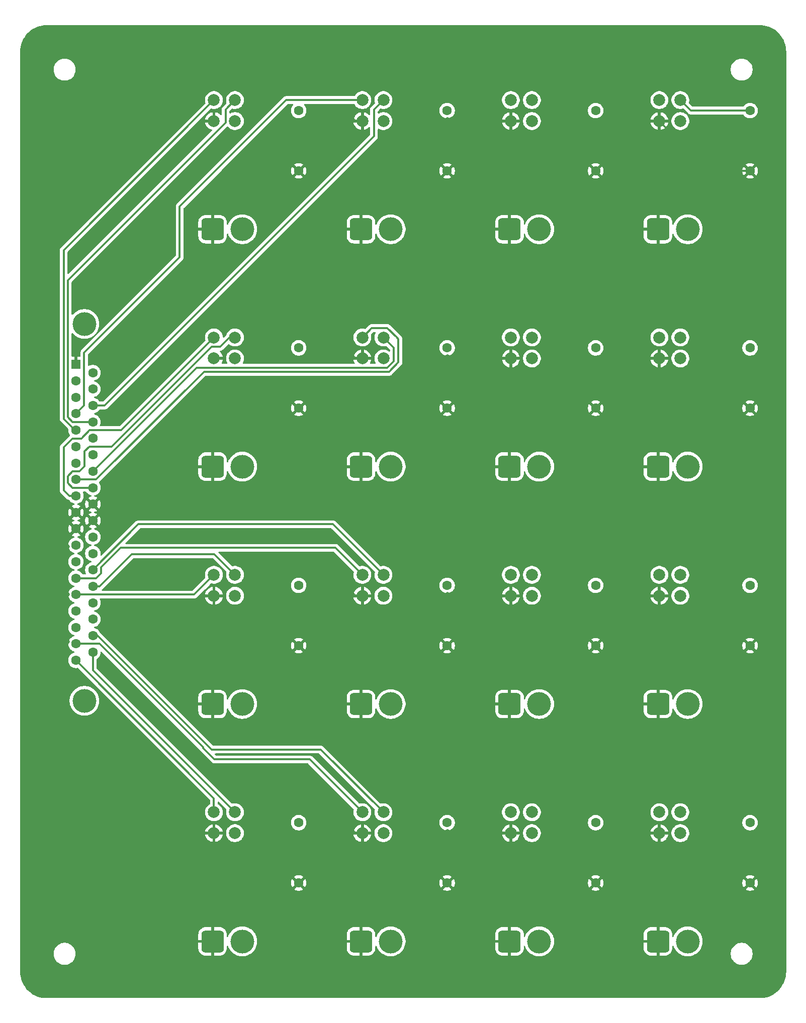
<source format=gbl>
G04 #@! TF.GenerationSoftware,KiCad,Pcbnew,9.0.5*
G04 #@! TF.CreationDate,2025-10-19T17:50:37-05:00*
G04 #@! TF.ProjectId,AI_Board_Rev_B,41495f42-6f61-4726-945f-5265765f422e,B*
G04 #@! TF.SameCoordinates,Original*
G04 #@! TF.FileFunction,Copper,L2,Bot*
G04 #@! TF.FilePolarity,Positive*
%FSLAX46Y46*%
G04 Gerber Fmt 4.6, Leading zero omitted, Abs format (unit mm)*
G04 Created by KiCad (PCBNEW 9.0.5) date 2025-10-19 17:50:37*
%MOMM*%
%LPD*%
G01*
G04 APERTURE LIST*
G04 Aperture macros list*
%AMRoundRect*
0 Rectangle with rounded corners*
0 $1 Rounding radius*
0 $2 $3 $4 $5 $6 $7 $8 $9 X,Y pos of 4 corners*
0 Add a 4 corners polygon primitive as box body*
4,1,4,$2,$3,$4,$5,$6,$7,$8,$9,$2,$3,0*
0 Add four circle primitives for the rounded corners*
1,1,$1+$1,$2,$3*
1,1,$1+$1,$4,$5*
1,1,$1+$1,$6,$7*
1,1,$1+$1,$8,$9*
0 Add four rect primitives between the rounded corners*
20,1,$1+$1,$2,$3,$4,$5,0*
20,1,$1+$1,$4,$5,$6,$7,0*
20,1,$1+$1,$6,$7,$8,$9,0*
20,1,$1+$1,$8,$9,$2,$3,0*%
G04 Aperture macros list end*
G04 #@! TA.AperFunction,ComponentPad*
%ADD10C,2.000000*%
G04 #@! TD*
G04 #@! TA.AperFunction,ComponentPad*
%ADD11C,1.600000*%
G04 #@! TD*
G04 #@! TA.AperFunction,ComponentPad*
%ADD12RoundRect,0.760000X-1.140000X-1.140000X1.140000X-1.140000X1.140000X1.140000X-1.140000X1.140000X0*%
G04 #@! TD*
G04 #@! TA.AperFunction,ComponentPad*
%ADD13C,4.000000*%
G04 #@! TD*
G04 #@! TA.AperFunction,ComponentPad*
%ADD14R,1.600000X1.600000*%
G04 #@! TD*
G04 #@! TA.AperFunction,ViaPad*
%ADD15C,0.800000*%
G04 #@! TD*
G04 #@! TA.AperFunction,Conductor*
%ADD16C,0.300000*%
G04 #@! TD*
G04 APERTURE END LIST*
D10*
X123232233Y-108232233D03*
X126767767Y-108232233D03*
X126767767Y-111767767D03*
X123232233Y-111767767D03*
D11*
X138500000Y-70000000D03*
X138500000Y-80160000D03*
D10*
X98232233Y-68232233D03*
X101767767Y-68232233D03*
X101767767Y-71767767D03*
X98232233Y-71767767D03*
D12*
X98000000Y-50000000D03*
D13*
X103000000Y-50000000D03*
D12*
X73000000Y-170000000D03*
D13*
X78000000Y-170000000D03*
D10*
X123232233Y-28232233D03*
X126767767Y-28232233D03*
X126767767Y-31767767D03*
X123232233Y-31767767D03*
X48232233Y-108232233D03*
X51767767Y-108232233D03*
X51767767Y-111767767D03*
X48232233Y-111767767D03*
X98232233Y-148232233D03*
X101767767Y-148232233D03*
X101767767Y-151767767D03*
X98232233Y-151767767D03*
X48232233Y-68232233D03*
X51767767Y-68232233D03*
X51767767Y-71767767D03*
X48232233Y-71767767D03*
D12*
X98000000Y-90000000D03*
D13*
X103000000Y-90000000D03*
D10*
X48232233Y-28232233D03*
X51767767Y-28232233D03*
X51767767Y-31767767D03*
X48232233Y-31767767D03*
D11*
X138500000Y-150000000D03*
X138500000Y-160160000D03*
D13*
X26420000Y-129460000D03*
X26420000Y-65960000D03*
D14*
X25000000Y-72780000D03*
D11*
X25000000Y-75550000D03*
X25000000Y-78320000D03*
X25000000Y-81090000D03*
X25000000Y-83860000D03*
X25000000Y-86630000D03*
X25000000Y-89400000D03*
X25000000Y-92170000D03*
X25000000Y-94940000D03*
X25000000Y-97710000D03*
X25000000Y-100480000D03*
X25000000Y-103250000D03*
X25000000Y-106020000D03*
X25000000Y-108790000D03*
X25000000Y-111560000D03*
X25000000Y-114330000D03*
X25000000Y-117100000D03*
X25000000Y-119870000D03*
X25000000Y-122640000D03*
X27840000Y-74165000D03*
X27840000Y-76935000D03*
X27840000Y-79705000D03*
X27840000Y-82475000D03*
X27840000Y-85245000D03*
X27840000Y-88015000D03*
X27840000Y-90785000D03*
X27840000Y-93555000D03*
X27840000Y-96325000D03*
X27840000Y-99095000D03*
X27840000Y-101865000D03*
X27840000Y-104635000D03*
X27840000Y-107405000D03*
X27840000Y-110175000D03*
X27840000Y-112945000D03*
X27840000Y-115715000D03*
X27840000Y-118485000D03*
X27840000Y-121255000D03*
X112500000Y-70000000D03*
X112500000Y-80160000D03*
D12*
X123000000Y-50000000D03*
D13*
X128000000Y-50000000D03*
D10*
X98232233Y-108232233D03*
X101767767Y-108232233D03*
X101767767Y-111767767D03*
X98232233Y-111767767D03*
D12*
X48000000Y-130000000D03*
D13*
X53000000Y-130000000D03*
D10*
X123232233Y-68232233D03*
X126767767Y-68232233D03*
X126767767Y-71767767D03*
X123232233Y-71767767D03*
X73232233Y-28232233D03*
X76767767Y-28232233D03*
X76767767Y-31767767D03*
X73232233Y-31767767D03*
D12*
X48000000Y-90000000D03*
D13*
X53000000Y-90000000D03*
D10*
X73232233Y-108232233D03*
X76767767Y-108232233D03*
X76767767Y-111767767D03*
X73232233Y-111767767D03*
D11*
X87500000Y-150000000D03*
X87500000Y-160160000D03*
D10*
X73232233Y-68232233D03*
X76767767Y-68232233D03*
X76767767Y-71767767D03*
X73232233Y-71767767D03*
D12*
X73000000Y-130000000D03*
D13*
X78000000Y-130000000D03*
D11*
X87500000Y-70000000D03*
X87500000Y-80160000D03*
X138500000Y-30000000D03*
X138500000Y-40160000D03*
D12*
X98000000Y-170000000D03*
D13*
X103000000Y-170000000D03*
D11*
X87500000Y-110000000D03*
X87500000Y-120160000D03*
D12*
X73000000Y-90000000D03*
D13*
X78000000Y-90000000D03*
D11*
X138500000Y-110000000D03*
X138500000Y-120160000D03*
X87500000Y-30000000D03*
X87500000Y-40160000D03*
X112500000Y-30000000D03*
X112500000Y-40160000D03*
D12*
X48000000Y-170000000D03*
D13*
X53000000Y-170000000D03*
D10*
X73232233Y-148232233D03*
X76767767Y-148232233D03*
X76767767Y-151767767D03*
X73232233Y-151767767D03*
X48232233Y-148232233D03*
X51767767Y-148232233D03*
X51767767Y-151767767D03*
X48232233Y-151767767D03*
D12*
X48000000Y-50000000D03*
D13*
X53000000Y-50000000D03*
D12*
X98000000Y-130000000D03*
D13*
X103000000Y-130000000D03*
D12*
X123000000Y-130000000D03*
D13*
X128000000Y-130000000D03*
D12*
X123000000Y-170000000D03*
D13*
X128000000Y-170000000D03*
D12*
X73000000Y-50000000D03*
D13*
X78000000Y-50000000D03*
D12*
X123000000Y-90000000D03*
D13*
X128000000Y-90000000D03*
D11*
X112500000Y-150000000D03*
X112500000Y-160160000D03*
X112500000Y-110000000D03*
X112500000Y-120160000D03*
D10*
X98232233Y-28232233D03*
X101767767Y-28232233D03*
X101767767Y-31767767D03*
X98232233Y-31767767D03*
D11*
X62500000Y-110000000D03*
X62500000Y-120160000D03*
X62500000Y-70000000D03*
X62500000Y-80160000D03*
X62500000Y-30000000D03*
X62500000Y-40160000D03*
X62500000Y-150000000D03*
X62500000Y-160160000D03*
D10*
X123232233Y-148232233D03*
X126767767Y-148232233D03*
X126767767Y-151767767D03*
X123232233Y-151767767D03*
D15*
X143590000Y-95500000D03*
X119590000Y-39500000D03*
X39590000Y-87500000D03*
X87590000Y-87500000D03*
X63590000Y-31500000D03*
X143590000Y-31500000D03*
X71590000Y-135500000D03*
X79590000Y-175500000D03*
X143590000Y-87500000D03*
X87590000Y-31500000D03*
X95590000Y-79500000D03*
X143590000Y-71500000D03*
X47590000Y-23500000D03*
X63590000Y-135500000D03*
X39590000Y-151500000D03*
X95590000Y-23500000D03*
X119590000Y-71500000D03*
X119590000Y-55500000D03*
X95590000Y-175500000D03*
X63590000Y-63500000D03*
X111590000Y-175500000D03*
X87590000Y-63500000D03*
X119590000Y-87500000D03*
X119590000Y-167500000D03*
X111590000Y-127500000D03*
X119590000Y-31500000D03*
X95590000Y-159500000D03*
X55590000Y-151500000D03*
X31590000Y-175500000D03*
X111590000Y-55500000D03*
X63590000Y-47500000D03*
X103590000Y-23500000D03*
X47590000Y-175500000D03*
X23590000Y-111500000D03*
X31590000Y-167500000D03*
X143590000Y-39500000D03*
X55590000Y-135500000D03*
X71590000Y-23500000D03*
X79590000Y-159500000D03*
X135590000Y-159500000D03*
X71590000Y-71500000D03*
X127590000Y-103500000D03*
X135590000Y-63500000D03*
X63590000Y-175500000D03*
X63590000Y-71500000D03*
X55590000Y-119500000D03*
X143590000Y-79500000D03*
X95590000Y-143500000D03*
X119590000Y-151500000D03*
X23590000Y-119500000D03*
X127590000Y-63500000D03*
X87590000Y-47500000D03*
X31590000Y-143500000D03*
X39590000Y-39500000D03*
X23590000Y-103500000D03*
X63590000Y-151500000D03*
X135590000Y-167500000D03*
X39590000Y-23500000D03*
X63590000Y-87500000D03*
X79590000Y-135500000D03*
X87590000Y-175500000D03*
X119590000Y-159500000D03*
X71590000Y-175500000D03*
X31590000Y-95500000D03*
X111590000Y-143500000D03*
X79590000Y-23500000D03*
X111590000Y-103500000D03*
X55590000Y-31500000D03*
X23590000Y-31500000D03*
X71590000Y-159500000D03*
X63590000Y-111500000D03*
X135590000Y-31500000D03*
X39590000Y-143500000D03*
X143590000Y-23500000D03*
X31590000Y-47500000D03*
X39590000Y-31500000D03*
X23590000Y-143500000D03*
X23590000Y-167500000D03*
X135590000Y-71500000D03*
X135590000Y-95500000D03*
X119590000Y-47500000D03*
X119590000Y-135500000D03*
X95590000Y-135500000D03*
X39590000Y-167500000D03*
X23590000Y-39500000D03*
X143590000Y-175500000D03*
X143590000Y-167500000D03*
X39590000Y-63500000D03*
X143590000Y-119500000D03*
X95590000Y-55500000D03*
X111590000Y-151500000D03*
X39590000Y-47500000D03*
X143590000Y-151500000D03*
X31590000Y-55500000D03*
X103590000Y-135500000D03*
X39590000Y-159500000D03*
X119590000Y-95500000D03*
X23590000Y-47500000D03*
X95590000Y-111500000D03*
X135590000Y-119500000D03*
X55590000Y-39500000D03*
X87590000Y-143500000D03*
X79590000Y-63500000D03*
X63590000Y-143500000D03*
X55590000Y-79500000D03*
X111590000Y-71500000D03*
X127590000Y-135500000D03*
X87590000Y-71500000D03*
X39590000Y-119500000D03*
X119590000Y-111500000D03*
X143590000Y-111500000D03*
X143590000Y-143500000D03*
X23590000Y-175500000D03*
X87590000Y-127500000D03*
X31590000Y-63500000D03*
X127590000Y-95500000D03*
X87590000Y-103500000D03*
X47590000Y-55500000D03*
X111590000Y-167500000D03*
X111590000Y-31500000D03*
X23590000Y-127500000D03*
X127590000Y-55500000D03*
X63590000Y-167500000D03*
X103590000Y-175500000D03*
X79590000Y-143500000D03*
X31590000Y-39500000D03*
X111590000Y-63500000D03*
X71590000Y-111500000D03*
X87590000Y-135500000D03*
X103590000Y-103500000D03*
X119590000Y-127500000D03*
X55590000Y-111500000D03*
X39590000Y-175500000D03*
X103590000Y-55500000D03*
X71590000Y-119500000D03*
X55590000Y-159500000D03*
X79590000Y-39500000D03*
X127590000Y-143500000D03*
X135590000Y-103500000D03*
X111590000Y-111500000D03*
X79590000Y-79500000D03*
X63590000Y-23500000D03*
X95590000Y-119500000D03*
X55590000Y-143500000D03*
X135590000Y-111500000D03*
X135590000Y-135500000D03*
X119590000Y-119500000D03*
X135590000Y-55500000D03*
X87590000Y-151500000D03*
X127590000Y-23500000D03*
X71590000Y-63500000D03*
X79590000Y-103500000D03*
X87590000Y-111500000D03*
X95590000Y-151500000D03*
X79590000Y-119500000D03*
X119590000Y-175500000D03*
X103590000Y-63500000D03*
X143590000Y-135500000D03*
X143590000Y-55500000D03*
X55590000Y-23500000D03*
X31590000Y-151500000D03*
X135590000Y-151500000D03*
X135590000Y-47500000D03*
X31590000Y-23500000D03*
X71590000Y-151500000D03*
X71590000Y-79500000D03*
X135590000Y-87500000D03*
X87590000Y-23500000D03*
X95590000Y-103500000D03*
X143590000Y-159500000D03*
X143590000Y-63500000D03*
X55590000Y-175500000D03*
X23590000Y-151500000D03*
X111590000Y-95500000D03*
X63590000Y-127500000D03*
X55590000Y-63500000D03*
X31590000Y-31500000D03*
X55590000Y-71500000D03*
X31590000Y-159500000D03*
X119590000Y-79500000D03*
X71590000Y-31500000D03*
X111590000Y-23500000D03*
X135590000Y-127500000D03*
X103590000Y-143500000D03*
X135590000Y-175500000D03*
X87590000Y-167500000D03*
X71590000Y-39500000D03*
X39590000Y-55500000D03*
X111590000Y-47500000D03*
X95590000Y-63500000D03*
X127590000Y-175500000D03*
X31590000Y-71500000D03*
X23590000Y-159500000D03*
X135590000Y-79500000D03*
X23590000Y-135500000D03*
X143590000Y-47500000D03*
X135590000Y-143500000D03*
X143590000Y-127500000D03*
X143590000Y-103500000D03*
X119590000Y-23500000D03*
X31590000Y-135500000D03*
X111590000Y-135500000D03*
D16*
X78994000Y-68218917D02*
X77423716Y-66648633D01*
X79298800Y-68523717D02*
X78994000Y-68218917D01*
X79298800Y-72443039D02*
X79298800Y-68523717D01*
X46546739Y-74034967D02*
X77706872Y-74034967D01*
X77423716Y-66648633D02*
X74815833Y-66648633D01*
X28411706Y-92170000D02*
X46546739Y-74034967D01*
X25000000Y-92170000D02*
X28411706Y-92170000D01*
X74815833Y-66648633D02*
X73232233Y-68232233D01*
X77706872Y-74034967D02*
X79298800Y-72443039D01*
X28670600Y-118485000D02*
X47853600Y-137668000D01*
X27840000Y-118485000D02*
X28670600Y-118485000D01*
X47853600Y-137668000D02*
X66203534Y-137668000D01*
X66203534Y-137668000D02*
X76767767Y-148232233D01*
X27840000Y-82475000D02*
X24428294Y-82475000D01*
X50184167Y-32055382D02*
X50184167Y-29815833D01*
X23616400Y-81663106D02*
X23616400Y-58623149D01*
X23616400Y-58623149D02*
X50184167Y-32055382D01*
X24428294Y-82475000D02*
X23616400Y-81663106D01*
X50184167Y-29815833D02*
X51767767Y-28232233D01*
X138500000Y-40160000D02*
X131624466Y-40160000D01*
X131624466Y-40160000D02*
X123232233Y-31767767D01*
X48232233Y-145872233D02*
X48232233Y-148232233D01*
X25000000Y-122640000D02*
X48232233Y-145872233D01*
X28938000Y-119870000D02*
X46380400Y-137312400D01*
X48310800Y-139344400D02*
X64344400Y-139344400D01*
X46380400Y-137414000D02*
X48310800Y-139344400D01*
X46380400Y-137312400D02*
X46380400Y-137414000D01*
X64344400Y-139344400D02*
X73232233Y-148232233D01*
X25000000Y-119870000D02*
X28938000Y-119870000D01*
X68255934Y-99720400D02*
X76767767Y-108232233D01*
X27840000Y-107405000D02*
X35524600Y-99720400D01*
X35524600Y-99720400D02*
X68255934Y-99720400D01*
X75184167Y-34340633D02*
X75184167Y-29815833D01*
X29819800Y-79705000D02*
X75184167Y-34340633D01*
X27840000Y-79705000D02*
X29819800Y-79705000D01*
X75184167Y-29815833D02*
X76767767Y-28232233D01*
X49259367Y-69815833D02*
X50842967Y-68232233D01*
X23616400Y-92743106D02*
X23616400Y-91596894D01*
X26456400Y-89903106D02*
X26456400Y-87441894D01*
X27840000Y-93555000D02*
X24428294Y-93555000D01*
X24426894Y-90786400D02*
X25573106Y-90786400D01*
X47842411Y-69815833D02*
X49259367Y-69815833D01*
X26456400Y-87441894D02*
X27266894Y-86631400D01*
X25573106Y-90786400D02*
X26456400Y-89903106D01*
X23616400Y-91596894D02*
X24426894Y-90786400D01*
X31026844Y-86631400D02*
X47842411Y-69815833D01*
X50842967Y-68232233D02*
X51767767Y-68232233D01*
X24428294Y-93555000D02*
X23616400Y-92743106D01*
X27266894Y-86631400D02*
X31026844Y-86631400D01*
X29223600Y-107978106D02*
X28411706Y-108790000D01*
X28411706Y-108790000D02*
X25000000Y-108790000D01*
X73232233Y-108232233D02*
X68682800Y-103682800D01*
X32528956Y-103682800D02*
X29223600Y-106988156D01*
X29223600Y-106988156D02*
X29223600Y-107978106D01*
X68682800Y-103682800D02*
X32528956Y-103682800D01*
X25000000Y-81090000D02*
X26383600Y-79706400D01*
X26383600Y-70829338D02*
X42468800Y-54744138D01*
X42468800Y-46177200D02*
X60413767Y-28232233D01*
X26383600Y-79706400D02*
X26383600Y-70829338D01*
X60413767Y-28232233D02*
X73232233Y-28232233D01*
X42468800Y-54744138D02*
X42468800Y-46177200D01*
X22932800Y-53531666D02*
X48232233Y-28232233D01*
X25000000Y-83860000D02*
X24846538Y-83860000D01*
X24846538Y-83860000D02*
X22932800Y-81946262D01*
X22932800Y-81946262D02*
X22932800Y-53531666D01*
X44904466Y-111560000D02*
X48232233Y-108232233D01*
X25000000Y-111560000D02*
X44904466Y-111560000D01*
X27840000Y-121255000D02*
X27840000Y-124304466D01*
X27840000Y-124304466D02*
X51767767Y-148232233D01*
X45273633Y-73351367D02*
X77423716Y-73351367D01*
X78536800Y-72238283D02*
X78536800Y-70001266D01*
X27840000Y-90785000D02*
X45273633Y-73351367D01*
X78536800Y-70001266D02*
X76767767Y-68232233D01*
X77423716Y-73351367D02*
X78536800Y-72238283D01*
X48285134Y-104749600D02*
X34396770Y-104749600D01*
X51767767Y-108232233D02*
X48285134Y-104749600D01*
X28971370Y-110175000D02*
X27840000Y-110175000D01*
X34396770Y-104749600D02*
X28971370Y-110175000D01*
X138500000Y-30000000D02*
X128535534Y-30000000D01*
X128535534Y-30000000D02*
X126767767Y-28232233D01*
X32603066Y-83861400D02*
X48232233Y-68232233D01*
X23868630Y-94940000D02*
X22932800Y-94004170D01*
X22932800Y-86740494D02*
X24426894Y-85246400D01*
X25000000Y-94940000D02*
X23868630Y-94940000D01*
X27266894Y-83861400D02*
X32603066Y-83861400D01*
X25881894Y-85246400D02*
X27266894Y-83861400D01*
X22932800Y-94004170D02*
X22932800Y-86740494D01*
X24426894Y-85246400D02*
X25881894Y-85246400D01*
G04 #@! TA.AperFunction,Conductor*
G36*
X26708968Y-94225185D02*
G01*
X26742245Y-94256613D01*
X26786211Y-94317126D01*
X26848034Y-94402219D01*
X26992786Y-94546971D01*
X27147749Y-94659556D01*
X27158390Y-94667287D01*
X27340781Y-94760220D01*
X27486807Y-94807666D01*
X27531938Y-94822331D01*
X27589614Y-94861769D01*
X27616812Y-94926127D01*
X27604897Y-94994974D01*
X27557653Y-95046449D01*
X27531939Y-95058193D01*
X27340968Y-95120244D01*
X27158644Y-95213143D01*
X27114077Y-95245523D01*
X27114077Y-95245524D01*
X27710591Y-95842037D01*
X27647007Y-95859075D01*
X27532993Y-95924901D01*
X27439901Y-96017993D01*
X27374075Y-96132007D01*
X27357037Y-96195590D01*
X26760524Y-95599077D01*
X26760523Y-95599077D01*
X26728143Y-95643644D01*
X26635244Y-95825968D01*
X26572009Y-96020582D01*
X26540000Y-96222682D01*
X26540000Y-96427317D01*
X26572009Y-96629417D01*
X26635244Y-96824031D01*
X26728141Y-97006350D01*
X26728147Y-97006359D01*
X26760523Y-97050921D01*
X26760524Y-97050922D01*
X27357037Y-96454409D01*
X27374075Y-96517993D01*
X27439901Y-96632007D01*
X27532993Y-96725099D01*
X27647007Y-96790925D01*
X27710590Y-96807962D01*
X27114076Y-97404474D01*
X27158650Y-97436859D01*
X27340968Y-97529755D01*
X27532747Y-97592069D01*
X27590422Y-97631507D01*
X27617620Y-97695866D01*
X27605705Y-97764712D01*
X27558461Y-97816188D01*
X27532747Y-97827931D01*
X27340968Y-97890244D01*
X27158644Y-97983143D01*
X27114077Y-98015523D01*
X27114077Y-98015524D01*
X27710591Y-98612037D01*
X27647007Y-98629075D01*
X27532993Y-98694901D01*
X27439901Y-98787993D01*
X27374075Y-98902007D01*
X27357037Y-98965590D01*
X26760524Y-98369077D01*
X26760523Y-98369077D01*
X26728143Y-98413644D01*
X26635244Y-98595968D01*
X26572009Y-98790582D01*
X26540000Y-98992682D01*
X26540000Y-99197317D01*
X26572009Y-99399417D01*
X26635244Y-99594031D01*
X26728141Y-99776350D01*
X26728147Y-99776359D01*
X26760523Y-99820921D01*
X26760524Y-99820922D01*
X27357037Y-99224409D01*
X27374075Y-99287993D01*
X27439901Y-99402007D01*
X27532993Y-99495099D01*
X27647007Y-99560925D01*
X27710590Y-99577962D01*
X27114076Y-100174474D01*
X27158650Y-100206859D01*
X27340968Y-100299755D01*
X27531939Y-100361806D01*
X27589614Y-100401244D01*
X27616812Y-100465603D01*
X27604897Y-100534449D01*
X27557653Y-100585925D01*
X27531939Y-100597668D01*
X27340776Y-100659781D01*
X27158386Y-100752715D01*
X26992786Y-100873028D01*
X26848028Y-101017786D01*
X26727715Y-101183386D01*
X26634781Y-101365776D01*
X26571522Y-101560465D01*
X26539500Y-101762648D01*
X26539500Y-101967351D01*
X26571522Y-102169534D01*
X26634781Y-102364223D01*
X26727715Y-102546613D01*
X26848028Y-102712213D01*
X26992786Y-102856971D01*
X27134336Y-102959811D01*
X27158390Y-102977287D01*
X27266359Y-103032300D01*
X27340776Y-103070218D01*
X27340778Y-103070218D01*
X27340781Y-103070220D01*
X27419956Y-103095945D01*
X27531131Y-103132069D01*
X27588806Y-103171507D01*
X27616004Y-103235866D01*
X27604089Y-103304712D01*
X27556845Y-103356188D01*
X27531131Y-103367931D01*
X27340776Y-103429781D01*
X27158386Y-103522715D01*
X26992786Y-103643028D01*
X26848028Y-103787786D01*
X26727715Y-103953386D01*
X26634781Y-104135776D01*
X26571522Y-104330465D01*
X26539500Y-104532648D01*
X26539500Y-104737351D01*
X26571522Y-104939534D01*
X26634781Y-105134223D01*
X26727715Y-105316613D01*
X26848028Y-105482213D01*
X26992786Y-105626971D01*
X27147749Y-105739556D01*
X27158390Y-105747287D01*
X27274607Y-105806503D01*
X27340776Y-105840218D01*
X27340778Y-105840218D01*
X27340781Y-105840220D01*
X27419956Y-105865945D01*
X27531131Y-105902069D01*
X27588806Y-105941507D01*
X27616004Y-106005866D01*
X27604089Y-106074712D01*
X27556845Y-106126188D01*
X27531131Y-106137931D01*
X27340776Y-106199781D01*
X27158386Y-106292715D01*
X26992786Y-106413028D01*
X26848028Y-106557786D01*
X26727715Y-106723386D01*
X26634781Y-106905776D01*
X26571522Y-107100465D01*
X26539500Y-107302648D01*
X26539500Y-107507351D01*
X26571522Y-107709534D01*
X26634781Y-107904223D01*
X26662797Y-107959205D01*
X26675693Y-108027874D01*
X26649417Y-108092614D01*
X26592311Y-108132872D01*
X26552312Y-108139500D01*
X26198071Y-108139500D01*
X26131032Y-108119815D01*
X26097754Y-108088386D01*
X25991966Y-107942781D01*
X25847219Y-107798034D01*
X25847213Y-107798028D01*
X25681613Y-107677715D01*
X25681612Y-107677714D01*
X25681610Y-107677713D01*
X25624653Y-107648691D01*
X25499223Y-107584781D01*
X25308868Y-107522931D01*
X25251193Y-107483493D01*
X25223995Y-107419134D01*
X25235910Y-107350288D01*
X25283154Y-107298812D01*
X25308868Y-107287069D01*
X25399557Y-107257602D01*
X25499219Y-107225220D01*
X25681610Y-107132287D01*
X25774590Y-107064732D01*
X25847213Y-107011971D01*
X25847215Y-107011968D01*
X25847219Y-107011966D01*
X25991966Y-106867219D01*
X25991968Y-106867215D01*
X25991971Y-106867213D01*
X26063559Y-106768679D01*
X26112287Y-106701610D01*
X26205220Y-106519219D01*
X26268477Y-106324534D01*
X26300500Y-106122352D01*
X26300500Y-105917648D01*
X26268477Y-105715465D01*
X26205218Y-105520776D01*
X26153760Y-105419785D01*
X26112287Y-105338390D01*
X26096463Y-105316610D01*
X25991971Y-105172786D01*
X25847213Y-105028028D01*
X25681613Y-104907715D01*
X25681612Y-104907714D01*
X25681610Y-104907713D01*
X25624653Y-104878691D01*
X25499223Y-104814781D01*
X25308868Y-104752931D01*
X25251193Y-104713493D01*
X25223995Y-104649134D01*
X25235910Y-104580288D01*
X25283154Y-104528812D01*
X25308868Y-104517069D01*
X25351508Y-104503213D01*
X25499219Y-104455220D01*
X25681610Y-104362287D01*
X25774590Y-104294732D01*
X25847213Y-104241971D01*
X25847215Y-104241968D01*
X25847219Y-104241966D01*
X25991966Y-104097219D01*
X25991968Y-104097215D01*
X25991971Y-104097213D01*
X26044732Y-104024590D01*
X26112287Y-103931610D01*
X26205220Y-103749219D01*
X26268477Y-103554534D01*
X26300500Y-103352352D01*
X26300500Y-103147648D01*
X26299892Y-103143812D01*
X26268477Y-102945465D01*
X26239127Y-102855137D01*
X26205220Y-102750781D01*
X26205218Y-102750778D01*
X26205218Y-102750776D01*
X26171503Y-102684607D01*
X26112287Y-102568390D01*
X26096463Y-102546610D01*
X25991971Y-102402786D01*
X25847213Y-102258028D01*
X25681613Y-102137715D01*
X25681612Y-102137714D01*
X25681610Y-102137713D01*
X25624653Y-102108691D01*
X25499223Y-102044781D01*
X25308060Y-101982668D01*
X25250385Y-101943230D01*
X25223187Y-101878871D01*
X25235102Y-101810025D01*
X25282346Y-101758549D01*
X25308061Y-101746806D01*
X25499029Y-101684755D01*
X25681349Y-101591859D01*
X25725921Y-101559474D01*
X25129409Y-100962962D01*
X25192993Y-100945925D01*
X25307007Y-100880099D01*
X25400099Y-100787007D01*
X25465925Y-100672993D01*
X25482962Y-100609409D01*
X26079474Y-101205921D01*
X26111859Y-101161349D01*
X26204755Y-100979031D01*
X26267990Y-100784417D01*
X26300000Y-100582317D01*
X26300000Y-100377682D01*
X26267990Y-100175582D01*
X26204755Y-99980968D01*
X26111859Y-99798650D01*
X26079474Y-99754077D01*
X26079474Y-99754076D01*
X25482962Y-100350589D01*
X25465925Y-100287007D01*
X25400099Y-100172993D01*
X25307007Y-100079901D01*
X25192993Y-100014075D01*
X25129408Y-99997037D01*
X25725922Y-99400524D01*
X25725921Y-99400523D01*
X25681359Y-99368147D01*
X25681350Y-99368141D01*
X25499031Y-99275244D01*
X25307252Y-99212931D01*
X25249577Y-99173493D01*
X25222379Y-99109134D01*
X25234294Y-99040288D01*
X25281538Y-98988812D01*
X25307252Y-98977069D01*
X25499031Y-98914755D01*
X25572480Y-98877331D01*
X25681349Y-98821859D01*
X25725921Y-98789474D01*
X25129409Y-98192962D01*
X25192993Y-98175925D01*
X25307007Y-98110099D01*
X25400099Y-98017007D01*
X25465925Y-97902993D01*
X25482962Y-97839409D01*
X26079474Y-98435921D01*
X26111859Y-98391349D01*
X26204755Y-98209031D01*
X26267990Y-98014417D01*
X26300000Y-97812317D01*
X26300000Y-97607682D01*
X26267990Y-97405584D01*
X26264725Y-97395535D01*
X26264724Y-97395533D01*
X26204755Y-97210968D01*
X26111859Y-97028650D01*
X26079474Y-96984077D01*
X26079474Y-96984076D01*
X25482962Y-97580589D01*
X25465925Y-97517007D01*
X25400099Y-97402993D01*
X25307007Y-97309901D01*
X25192993Y-97244075D01*
X25129408Y-97227037D01*
X25725922Y-96630524D01*
X25725921Y-96630523D01*
X25681359Y-96598147D01*
X25681350Y-96598141D01*
X25499031Y-96505244D01*
X25308060Y-96443193D01*
X25250385Y-96403755D01*
X25223187Y-96339396D01*
X25235102Y-96270550D01*
X25282347Y-96219074D01*
X25308061Y-96207331D01*
X25499219Y-96145220D01*
X25681610Y-96052287D01*
X25728812Y-96017993D01*
X25847213Y-95931971D01*
X25847215Y-95931968D01*
X25847219Y-95931966D01*
X25991966Y-95787219D01*
X25991968Y-95787215D01*
X25991971Y-95787213D01*
X26096278Y-95643644D01*
X26112287Y-95621610D01*
X26205220Y-95439219D01*
X26268477Y-95244534D01*
X26300500Y-95042352D01*
X26300500Y-94837648D01*
X26299934Y-94834074D01*
X26268477Y-94635465D01*
X26205218Y-94440776D01*
X26177203Y-94385795D01*
X26164307Y-94317126D01*
X26190583Y-94252386D01*
X26247689Y-94212128D01*
X26287688Y-94205500D01*
X26641929Y-94205500D01*
X26708968Y-94225185D01*
G37*
G04 #@! TD.AperFunction*
G04 #@! TA.AperFunction,Conductor*
G36*
X140093102Y-15591017D02*
G01*
X140477171Y-15607786D01*
X140487906Y-15608726D01*
X140866371Y-15658552D01*
X140876997Y-15660425D01*
X141249684Y-15743048D01*
X141260110Y-15745842D01*
X141624165Y-15860627D01*
X141634311Y-15864320D01*
X141986978Y-16010400D01*
X141996769Y-16014966D01*
X142335342Y-16191216D01*
X142344710Y-16196624D01*
X142666644Y-16401718D01*
X142675505Y-16407923D01*
X142978330Y-16640289D01*
X142986617Y-16647243D01*
X143268035Y-16905115D01*
X143275684Y-16912764D01*
X143533556Y-17194182D01*
X143540510Y-17202469D01*
X143772876Y-17505294D01*
X143779081Y-17514155D01*
X143984175Y-17836089D01*
X143989583Y-17845457D01*
X144165830Y-18184023D01*
X144170402Y-18193827D01*
X144316475Y-18546478D01*
X144320175Y-18556644D01*
X144434954Y-18920678D01*
X144437754Y-18931127D01*
X144520371Y-19303789D01*
X144522249Y-19314442D01*
X144572071Y-19692873D01*
X144573014Y-19703649D01*
X144589782Y-20087697D01*
X144589900Y-20093106D01*
X144589900Y-175087693D01*
X144589782Y-175093102D01*
X144573014Y-175477150D01*
X144572071Y-175487926D01*
X144522249Y-175866357D01*
X144520371Y-175877010D01*
X144437754Y-176249672D01*
X144434954Y-176260121D01*
X144320175Y-176624155D01*
X144316475Y-176634321D01*
X144170402Y-176986972D01*
X144165830Y-176996776D01*
X143989583Y-177335342D01*
X143984175Y-177344710D01*
X143779081Y-177666644D01*
X143772876Y-177675505D01*
X143540510Y-177978330D01*
X143533556Y-177986617D01*
X143275684Y-178268035D01*
X143268035Y-178275684D01*
X142986617Y-178533556D01*
X142978330Y-178540510D01*
X142675505Y-178772876D01*
X142666644Y-178779081D01*
X142344710Y-178984175D01*
X142335342Y-178989583D01*
X141996776Y-179165830D01*
X141986972Y-179170402D01*
X141634321Y-179316475D01*
X141624155Y-179320175D01*
X141260121Y-179434954D01*
X141249673Y-179437754D01*
X141127968Y-179464735D01*
X140982155Y-179497061D01*
X140955319Y-179500000D01*
X19225481Y-179500000D01*
X19198644Y-179497061D01*
X18931125Y-179437753D01*
X18920678Y-179434954D01*
X18556644Y-179320175D01*
X18546478Y-179316475D01*
X18193827Y-179170402D01*
X18184023Y-179165830D01*
X17845457Y-178989583D01*
X17836089Y-178984175D01*
X17514155Y-178779081D01*
X17505294Y-178772876D01*
X17202469Y-178540510D01*
X17194182Y-178533556D01*
X16912764Y-178275684D01*
X16905115Y-178268035D01*
X16647243Y-177986617D01*
X16640289Y-177978330D01*
X16407923Y-177675505D01*
X16401718Y-177666644D01*
X16196624Y-177344710D01*
X16191216Y-177335342D01*
X16014969Y-176996776D01*
X16010397Y-176986972D01*
X15864324Y-176634321D01*
X15860624Y-176624155D01*
X15745842Y-176260110D01*
X15743048Y-176249684D01*
X15660425Y-175876997D01*
X15658552Y-175866371D01*
X15608726Y-175487906D01*
X15607786Y-175477171D01*
X15591018Y-175093102D01*
X15590900Y-175087693D01*
X15590900Y-171969111D01*
X21239900Y-171969111D01*
X21239900Y-172211688D01*
X21271561Y-172452185D01*
X21334347Y-172686504D01*
X21427173Y-172910605D01*
X21427176Y-172910612D01*
X21548464Y-173120689D01*
X21548466Y-173120692D01*
X21548467Y-173120693D01*
X21696133Y-173313136D01*
X21696139Y-173313143D01*
X21867656Y-173484660D01*
X21867662Y-173484665D01*
X22060111Y-173632336D01*
X22270188Y-173753624D01*
X22494300Y-173846454D01*
X22728611Y-173909238D01*
X22908986Y-173932984D01*
X22969111Y-173940900D01*
X22969112Y-173940900D01*
X23211689Y-173940900D01*
X23259788Y-173934567D01*
X23452189Y-173909238D01*
X23686500Y-173846454D01*
X23910612Y-173753624D01*
X24120689Y-173632336D01*
X24313138Y-173484665D01*
X24484665Y-173313138D01*
X24632336Y-173120689D01*
X24753624Y-172910612D01*
X24846454Y-172686500D01*
X24909238Y-172452189D01*
X24940900Y-172211688D01*
X24940900Y-171969112D01*
X24909238Y-171728611D01*
X24846454Y-171494300D01*
X24753624Y-171270188D01*
X24632336Y-171060111D01*
X24484665Y-170867662D01*
X24484660Y-170867656D01*
X24313143Y-170696139D01*
X24313136Y-170696133D01*
X24120693Y-170548467D01*
X24120692Y-170548466D01*
X24120689Y-170548464D01*
X23910612Y-170427176D01*
X23910605Y-170427173D01*
X23686504Y-170334347D01*
X23678652Y-170332243D01*
X23452189Y-170271562D01*
X23452188Y-170271561D01*
X23452185Y-170271561D01*
X23211689Y-170239900D01*
X23211688Y-170239900D01*
X22969112Y-170239900D01*
X22969111Y-170239900D01*
X22728614Y-170271561D01*
X22494295Y-170334347D01*
X22270194Y-170427173D01*
X22270185Y-170427177D01*
X22060106Y-170548467D01*
X21867663Y-170696133D01*
X21867656Y-170696139D01*
X21696139Y-170867656D01*
X21696133Y-170867663D01*
X21548467Y-171060106D01*
X21427177Y-171270185D01*
X21427173Y-171270194D01*
X21334347Y-171494295D01*
X21271561Y-171728614D01*
X21239900Y-171969111D01*
X15590900Y-171969111D01*
X15590900Y-168795280D01*
X45600000Y-168795280D01*
X45600000Y-169750000D01*
X46672769Y-169750000D01*
X46650000Y-169893753D01*
X46650000Y-170106247D01*
X46672769Y-170250000D01*
X45600000Y-170250000D01*
X45600000Y-171204719D01*
X45610482Y-171337906D01*
X45610483Y-171337912D01*
X45665898Y-171557829D01*
X45665899Y-171557832D01*
X45759695Y-171764330D01*
X45759698Y-171764336D01*
X45888851Y-171950758D01*
X45888861Y-171950770D01*
X46049229Y-172111138D01*
X46049241Y-172111148D01*
X46235663Y-172240301D01*
X46235669Y-172240304D01*
X46442167Y-172334100D01*
X46442170Y-172334101D01*
X46662087Y-172389516D01*
X46662093Y-172389517D01*
X46795280Y-172399999D01*
X46795294Y-172400000D01*
X47750000Y-172400000D01*
X47750000Y-171327231D01*
X47893753Y-171350000D01*
X48106247Y-171350000D01*
X48250000Y-171327231D01*
X48250000Y-172400000D01*
X49204706Y-172400000D01*
X49204719Y-172399999D01*
X49337906Y-172389517D01*
X49337912Y-172389516D01*
X49557829Y-172334101D01*
X49557832Y-172334100D01*
X49764330Y-172240304D01*
X49764336Y-172240301D01*
X49950758Y-172111148D01*
X49950770Y-172111138D01*
X50111138Y-171950770D01*
X50111148Y-171950758D01*
X50240301Y-171764336D01*
X50240304Y-171764330D01*
X50334100Y-171557832D01*
X50334101Y-171557829D01*
X50389516Y-171337912D01*
X50389517Y-171337906D01*
X50399999Y-171204719D01*
X50400000Y-171204706D01*
X50400000Y-170870309D01*
X50419685Y-170803270D01*
X50472489Y-170757515D01*
X50541647Y-170747571D01*
X50605203Y-170776596D01*
X50641041Y-170829354D01*
X50686200Y-170958411D01*
X50808053Y-171211442D01*
X50808055Y-171211445D01*
X50957477Y-171449248D01*
X51132584Y-171668825D01*
X51331175Y-171867416D01*
X51550752Y-172042523D01*
X51788555Y-172191945D01*
X52041592Y-172313801D01*
X52240680Y-172383465D01*
X52306670Y-172406556D01*
X52306682Y-172406560D01*
X52580491Y-172469055D01*
X52580497Y-172469055D01*
X52580505Y-172469057D01*
X52766547Y-172490018D01*
X52859569Y-172500499D01*
X52859572Y-172500500D01*
X52859575Y-172500500D01*
X53140428Y-172500500D01*
X53140429Y-172500499D01*
X53283055Y-172484429D01*
X53419494Y-172469057D01*
X53419499Y-172469056D01*
X53419509Y-172469055D01*
X53693318Y-172406560D01*
X53958408Y-172313801D01*
X54211445Y-172191945D01*
X54449248Y-172042523D01*
X54668825Y-171867416D01*
X54867416Y-171668825D01*
X55042523Y-171449248D01*
X55191945Y-171211445D01*
X55313801Y-170958408D01*
X55406560Y-170693318D01*
X55469055Y-170419509D01*
X55489292Y-170239900D01*
X55495506Y-170184754D01*
X55495506Y-170184753D01*
X55500499Y-170140431D01*
X55500500Y-170140427D01*
X55500500Y-169859572D01*
X55500499Y-169859568D01*
X55469057Y-169580505D01*
X55469054Y-169580487D01*
X55406560Y-169306682D01*
X55406556Y-169306670D01*
X55366194Y-169191324D01*
X55313801Y-169041592D01*
X55313798Y-169041587D01*
X55313796Y-169041580D01*
X55219924Y-168846652D01*
X55195184Y-168795280D01*
X70600000Y-168795280D01*
X70600000Y-169750000D01*
X71672769Y-169750000D01*
X71650000Y-169893753D01*
X71650000Y-170106247D01*
X71672769Y-170250000D01*
X70600000Y-170250000D01*
X70600000Y-171204719D01*
X70610482Y-171337906D01*
X70610483Y-171337912D01*
X70665898Y-171557829D01*
X70665899Y-171557832D01*
X70759695Y-171764330D01*
X70759698Y-171764336D01*
X70888851Y-171950758D01*
X70888861Y-171950770D01*
X71049229Y-172111138D01*
X71049241Y-172111148D01*
X71235663Y-172240301D01*
X71235669Y-172240304D01*
X71442167Y-172334100D01*
X71442170Y-172334101D01*
X71662087Y-172389516D01*
X71662093Y-172389517D01*
X71795280Y-172399999D01*
X71795294Y-172400000D01*
X72750000Y-172400000D01*
X72750000Y-171327231D01*
X72893753Y-171350000D01*
X73106247Y-171350000D01*
X73250000Y-171327231D01*
X73250000Y-172400000D01*
X74204706Y-172400000D01*
X74204719Y-172399999D01*
X74337906Y-172389517D01*
X74337912Y-172389516D01*
X74557829Y-172334101D01*
X74557832Y-172334100D01*
X74764330Y-172240304D01*
X74764336Y-172240301D01*
X74950758Y-172111148D01*
X74950770Y-172111138D01*
X75111138Y-171950770D01*
X75111148Y-171950758D01*
X75240301Y-171764336D01*
X75240304Y-171764330D01*
X75334100Y-171557832D01*
X75334101Y-171557829D01*
X75389516Y-171337912D01*
X75389517Y-171337906D01*
X75399999Y-171204719D01*
X75400000Y-171204706D01*
X75400000Y-170870309D01*
X75419685Y-170803270D01*
X75472489Y-170757515D01*
X75541647Y-170747571D01*
X75605203Y-170776596D01*
X75641041Y-170829354D01*
X75686200Y-170958411D01*
X75808053Y-171211442D01*
X75808055Y-171211445D01*
X75957477Y-171449248D01*
X76132584Y-171668825D01*
X76331175Y-171867416D01*
X76550752Y-172042523D01*
X76788555Y-172191945D01*
X77041592Y-172313801D01*
X77240680Y-172383465D01*
X77306670Y-172406556D01*
X77306682Y-172406560D01*
X77580491Y-172469055D01*
X77580497Y-172469055D01*
X77580505Y-172469057D01*
X77766547Y-172490018D01*
X77859569Y-172500499D01*
X77859572Y-172500500D01*
X77859575Y-172500500D01*
X78140428Y-172500500D01*
X78140429Y-172500499D01*
X78283055Y-172484429D01*
X78419494Y-172469057D01*
X78419499Y-172469056D01*
X78419509Y-172469055D01*
X78693318Y-172406560D01*
X78958408Y-172313801D01*
X79211445Y-172191945D01*
X79449248Y-172042523D01*
X79668825Y-171867416D01*
X79867416Y-171668825D01*
X80042523Y-171449248D01*
X80191945Y-171211445D01*
X80313801Y-170958408D01*
X80406560Y-170693318D01*
X80469055Y-170419509D01*
X80489292Y-170239900D01*
X80495506Y-170184754D01*
X80495506Y-170184753D01*
X80500499Y-170140431D01*
X80500500Y-170140427D01*
X80500500Y-169859572D01*
X80500499Y-169859568D01*
X80469057Y-169580505D01*
X80469054Y-169580487D01*
X80406560Y-169306682D01*
X80406556Y-169306670D01*
X80366194Y-169191324D01*
X80313801Y-169041592D01*
X80313798Y-169041587D01*
X80313796Y-169041580D01*
X80219924Y-168846652D01*
X80195184Y-168795280D01*
X95600000Y-168795280D01*
X95600000Y-169750000D01*
X96672769Y-169750000D01*
X96650000Y-169893753D01*
X96650000Y-170106247D01*
X96672769Y-170250000D01*
X95600000Y-170250000D01*
X95600000Y-171204719D01*
X95610482Y-171337906D01*
X95610483Y-171337912D01*
X95665898Y-171557829D01*
X95665899Y-171557832D01*
X95759695Y-171764330D01*
X95759698Y-171764336D01*
X95888851Y-171950758D01*
X95888861Y-171950770D01*
X96049229Y-172111138D01*
X96049241Y-172111148D01*
X96235663Y-172240301D01*
X96235669Y-172240304D01*
X96442167Y-172334100D01*
X96442170Y-172334101D01*
X96662087Y-172389516D01*
X96662093Y-172389517D01*
X96795280Y-172399999D01*
X96795294Y-172400000D01*
X97750000Y-172400000D01*
X97750000Y-171327231D01*
X97893753Y-171350000D01*
X98106247Y-171350000D01*
X98250000Y-171327231D01*
X98250000Y-172400000D01*
X99204706Y-172400000D01*
X99204719Y-172399999D01*
X99337906Y-172389517D01*
X99337912Y-172389516D01*
X99557829Y-172334101D01*
X99557832Y-172334100D01*
X99764330Y-172240304D01*
X99764336Y-172240301D01*
X99950758Y-172111148D01*
X99950770Y-172111138D01*
X100111138Y-171950770D01*
X100111148Y-171950758D01*
X100240301Y-171764336D01*
X100240304Y-171764330D01*
X100334100Y-171557832D01*
X100334101Y-171557829D01*
X100389516Y-171337912D01*
X100389517Y-171337906D01*
X100399999Y-171204719D01*
X100400000Y-171204706D01*
X100400000Y-170870309D01*
X100419685Y-170803270D01*
X100472489Y-170757515D01*
X100541647Y-170747571D01*
X100605203Y-170776596D01*
X100641041Y-170829354D01*
X100686200Y-170958411D01*
X100808053Y-171211442D01*
X100808055Y-171211445D01*
X100957477Y-171449248D01*
X101132584Y-171668825D01*
X101331175Y-171867416D01*
X101550752Y-172042523D01*
X101788555Y-172191945D01*
X102041592Y-172313801D01*
X102240680Y-172383465D01*
X102306670Y-172406556D01*
X102306682Y-172406560D01*
X102580491Y-172469055D01*
X102580497Y-172469055D01*
X102580505Y-172469057D01*
X102766547Y-172490018D01*
X102859569Y-172500499D01*
X102859572Y-172500500D01*
X102859575Y-172500500D01*
X103140428Y-172500500D01*
X103140429Y-172500499D01*
X103283055Y-172484429D01*
X103419494Y-172469057D01*
X103419499Y-172469056D01*
X103419509Y-172469055D01*
X103693318Y-172406560D01*
X103958408Y-172313801D01*
X104211445Y-172191945D01*
X104449248Y-172042523D01*
X104668825Y-171867416D01*
X104867416Y-171668825D01*
X105042523Y-171449248D01*
X105191945Y-171211445D01*
X105313801Y-170958408D01*
X105406560Y-170693318D01*
X105469055Y-170419509D01*
X105489292Y-170239900D01*
X105495506Y-170184754D01*
X105495506Y-170184753D01*
X105500499Y-170140431D01*
X105500500Y-170140427D01*
X105500500Y-169859572D01*
X105500499Y-169859568D01*
X105469057Y-169580505D01*
X105469054Y-169580487D01*
X105406560Y-169306682D01*
X105406556Y-169306670D01*
X105366194Y-169191324D01*
X105313801Y-169041592D01*
X105313798Y-169041587D01*
X105313796Y-169041580D01*
X105219924Y-168846652D01*
X105195184Y-168795280D01*
X120600000Y-168795280D01*
X120600000Y-169750000D01*
X121672769Y-169750000D01*
X121650000Y-169893753D01*
X121650000Y-170106247D01*
X121672769Y-170250000D01*
X120600000Y-170250000D01*
X120600000Y-171204719D01*
X120610482Y-171337906D01*
X120610483Y-171337912D01*
X120665898Y-171557829D01*
X120665899Y-171557832D01*
X120759695Y-171764330D01*
X120759698Y-171764336D01*
X120888851Y-171950758D01*
X120888861Y-171950770D01*
X121049229Y-172111138D01*
X121049241Y-172111148D01*
X121235663Y-172240301D01*
X121235669Y-172240304D01*
X121442167Y-172334100D01*
X121442170Y-172334101D01*
X121662087Y-172389516D01*
X121662093Y-172389517D01*
X121795280Y-172399999D01*
X121795294Y-172400000D01*
X122750000Y-172400000D01*
X122750000Y-171327231D01*
X122893753Y-171350000D01*
X123106247Y-171350000D01*
X123250000Y-171327231D01*
X123250000Y-172400000D01*
X124204706Y-172400000D01*
X124204719Y-172399999D01*
X124337906Y-172389517D01*
X124337912Y-172389516D01*
X124557829Y-172334101D01*
X124557832Y-172334100D01*
X124764330Y-172240304D01*
X124764336Y-172240301D01*
X124950758Y-172111148D01*
X124950770Y-172111138D01*
X125111138Y-171950770D01*
X125111148Y-171950758D01*
X125240301Y-171764336D01*
X125240304Y-171764330D01*
X125334100Y-171557832D01*
X125334101Y-171557829D01*
X125389516Y-171337912D01*
X125389517Y-171337906D01*
X125399999Y-171204719D01*
X125400000Y-171204706D01*
X125400000Y-170870309D01*
X125419685Y-170803270D01*
X125472489Y-170757515D01*
X125541647Y-170747571D01*
X125605203Y-170776596D01*
X125641041Y-170829354D01*
X125686200Y-170958411D01*
X125808053Y-171211442D01*
X125808055Y-171211445D01*
X125957477Y-171449248D01*
X126132584Y-171668825D01*
X126331175Y-171867416D01*
X126550752Y-172042523D01*
X126788555Y-172191945D01*
X127041592Y-172313801D01*
X127240680Y-172383465D01*
X127306670Y-172406556D01*
X127306682Y-172406560D01*
X127580491Y-172469055D01*
X127580497Y-172469055D01*
X127580505Y-172469057D01*
X127766547Y-172490018D01*
X127859569Y-172500499D01*
X127859572Y-172500500D01*
X127859575Y-172500500D01*
X128140428Y-172500500D01*
X128140429Y-172500499D01*
X128283055Y-172484429D01*
X128419494Y-172469057D01*
X128419499Y-172469056D01*
X128419509Y-172469055D01*
X128693318Y-172406560D01*
X128958408Y-172313801D01*
X129211445Y-172191945D01*
X129449248Y-172042523D01*
X129541304Y-171969111D01*
X135239900Y-171969111D01*
X135239900Y-172211688D01*
X135271561Y-172452185D01*
X135334347Y-172686504D01*
X135427173Y-172910605D01*
X135427176Y-172910612D01*
X135548464Y-173120689D01*
X135548466Y-173120692D01*
X135548467Y-173120693D01*
X135696133Y-173313136D01*
X135696139Y-173313143D01*
X135867656Y-173484660D01*
X135867662Y-173484665D01*
X136060111Y-173632336D01*
X136270188Y-173753624D01*
X136494300Y-173846454D01*
X136728611Y-173909238D01*
X136908986Y-173932984D01*
X136969111Y-173940900D01*
X136969112Y-173940900D01*
X137211689Y-173940900D01*
X137259788Y-173934567D01*
X137452189Y-173909238D01*
X137686500Y-173846454D01*
X137910612Y-173753624D01*
X138120689Y-173632336D01*
X138313138Y-173484665D01*
X138484665Y-173313138D01*
X138632336Y-173120689D01*
X138753624Y-172910612D01*
X138846454Y-172686500D01*
X138909238Y-172452189D01*
X138940900Y-172211688D01*
X138940900Y-171969112D01*
X138909238Y-171728611D01*
X138846454Y-171494300D01*
X138753624Y-171270188D01*
X138632336Y-171060111D01*
X138484665Y-170867662D01*
X138484660Y-170867656D01*
X138313143Y-170696139D01*
X138313136Y-170696133D01*
X138120693Y-170548467D01*
X138120692Y-170548466D01*
X138120689Y-170548464D01*
X137910612Y-170427176D01*
X137910605Y-170427173D01*
X137686504Y-170334347D01*
X137452185Y-170271561D01*
X137211689Y-170239900D01*
X137211688Y-170239900D01*
X136969112Y-170239900D01*
X136969111Y-170239900D01*
X136728614Y-170271561D01*
X136494295Y-170334347D01*
X136270194Y-170427173D01*
X136270185Y-170427177D01*
X136060106Y-170548467D01*
X135867663Y-170696133D01*
X135867656Y-170696139D01*
X135696139Y-170867656D01*
X135696133Y-170867663D01*
X135548467Y-171060106D01*
X135427177Y-171270185D01*
X135427173Y-171270194D01*
X135334347Y-171494295D01*
X135271561Y-171728614D01*
X135239900Y-171969111D01*
X129541304Y-171969111D01*
X129668825Y-171867416D01*
X129867416Y-171668825D01*
X130042523Y-171449248D01*
X130191945Y-171211445D01*
X130313801Y-170958408D01*
X130406560Y-170693318D01*
X130469055Y-170419509D01*
X130469056Y-170419499D01*
X130469057Y-170419494D01*
X130484429Y-170283055D01*
X130500500Y-170140425D01*
X130500500Y-169859575D01*
X130488154Y-169750000D01*
X130469057Y-169580505D01*
X130469054Y-169580487D01*
X130406560Y-169306682D01*
X130406556Y-169306670D01*
X130366194Y-169191324D01*
X130313801Y-169041592D01*
X130191945Y-168788555D01*
X130042523Y-168550752D01*
X129867416Y-168331175D01*
X129668825Y-168132584D01*
X129449248Y-167957477D01*
X129211445Y-167808055D01*
X129211442Y-167808053D01*
X128958411Y-167686200D01*
X128693329Y-167593443D01*
X128693317Y-167593439D01*
X128419512Y-167530945D01*
X128419494Y-167530942D01*
X128140431Y-167499500D01*
X128140425Y-167499500D01*
X127859575Y-167499500D01*
X127859568Y-167499500D01*
X127580505Y-167530942D01*
X127580487Y-167530945D01*
X127306682Y-167593439D01*
X127306670Y-167593443D01*
X127041588Y-167686200D01*
X126788557Y-167808053D01*
X126550753Y-167957476D01*
X126331175Y-168132583D01*
X126132583Y-168331175D01*
X125957476Y-168550753D01*
X125808053Y-168788557D01*
X125686200Y-169041588D01*
X125641041Y-169170645D01*
X125600319Y-169227421D01*
X125535367Y-169253168D01*
X125466805Y-169239712D01*
X125416402Y-169191324D01*
X125400000Y-169129690D01*
X125400000Y-168795293D01*
X125399999Y-168795280D01*
X125389517Y-168662093D01*
X125389516Y-168662087D01*
X125334101Y-168442170D01*
X125334100Y-168442167D01*
X125240304Y-168235669D01*
X125240301Y-168235663D01*
X125111148Y-168049241D01*
X125111138Y-168049229D01*
X124950770Y-167888861D01*
X124950758Y-167888851D01*
X124764336Y-167759698D01*
X124764330Y-167759695D01*
X124557832Y-167665899D01*
X124557829Y-167665898D01*
X124337912Y-167610483D01*
X124337906Y-167610482D01*
X124204719Y-167600000D01*
X123250000Y-167600000D01*
X123250000Y-168672768D01*
X123106247Y-168650000D01*
X122893753Y-168650000D01*
X122750000Y-168672768D01*
X122750000Y-167600000D01*
X121795280Y-167600000D01*
X121662093Y-167610482D01*
X121662087Y-167610483D01*
X121442170Y-167665898D01*
X121442167Y-167665899D01*
X121235669Y-167759695D01*
X121235663Y-167759698D01*
X121049241Y-167888851D01*
X121049229Y-167888861D01*
X120888861Y-168049229D01*
X120888851Y-168049241D01*
X120759698Y-168235663D01*
X120759695Y-168235669D01*
X120665899Y-168442167D01*
X120665898Y-168442170D01*
X120610483Y-168662087D01*
X120610482Y-168662093D01*
X120600000Y-168795280D01*
X105195184Y-168795280D01*
X105191946Y-168788557D01*
X105191945Y-168788555D01*
X105042523Y-168550752D01*
X104867416Y-168331175D01*
X104668825Y-168132584D01*
X104449248Y-167957477D01*
X104211445Y-167808055D01*
X104211442Y-167808053D01*
X103958411Y-167686200D01*
X103693329Y-167593443D01*
X103693317Y-167593439D01*
X103419512Y-167530945D01*
X103419494Y-167530942D01*
X103140431Y-167499500D01*
X103140425Y-167499500D01*
X102859575Y-167499500D01*
X102859568Y-167499500D01*
X102580505Y-167530942D01*
X102580487Y-167530945D01*
X102306682Y-167593439D01*
X102306670Y-167593443D01*
X102041588Y-167686200D01*
X101788557Y-167808053D01*
X101550753Y-167957476D01*
X101331175Y-168132583D01*
X101132583Y-168331175D01*
X100957476Y-168550753D01*
X100808053Y-168788557D01*
X100686200Y-169041588D01*
X100641041Y-169170645D01*
X100600319Y-169227421D01*
X100535367Y-169253168D01*
X100466805Y-169239712D01*
X100416402Y-169191324D01*
X100400000Y-169129690D01*
X100400000Y-168795293D01*
X100399999Y-168795280D01*
X100389517Y-168662093D01*
X100389516Y-168662087D01*
X100334101Y-168442170D01*
X100334100Y-168442167D01*
X100240304Y-168235669D01*
X100240301Y-168235663D01*
X100111148Y-168049241D01*
X100111138Y-168049229D01*
X99950770Y-167888861D01*
X99950758Y-167888851D01*
X99764336Y-167759698D01*
X99764330Y-167759695D01*
X99557832Y-167665899D01*
X99557829Y-167665898D01*
X99337912Y-167610483D01*
X99337906Y-167610482D01*
X99204719Y-167600000D01*
X98250000Y-167600000D01*
X98250000Y-168672768D01*
X98106247Y-168650000D01*
X97893753Y-168650000D01*
X97750000Y-168672768D01*
X97750000Y-167600000D01*
X96795280Y-167600000D01*
X96662093Y-167610482D01*
X96662087Y-167610483D01*
X96442170Y-167665898D01*
X96442167Y-167665899D01*
X96235669Y-167759695D01*
X96235663Y-167759698D01*
X96049241Y-167888851D01*
X96049229Y-167888861D01*
X95888861Y-168049229D01*
X95888851Y-168049241D01*
X95759698Y-168235663D01*
X95759695Y-168235669D01*
X95665899Y-168442167D01*
X95665898Y-168442170D01*
X95610483Y-168662087D01*
X95610482Y-168662093D01*
X95600000Y-168795280D01*
X80195184Y-168795280D01*
X80191946Y-168788557D01*
X80191945Y-168788555D01*
X80042523Y-168550752D01*
X79867416Y-168331175D01*
X79668825Y-168132584D01*
X79449248Y-167957477D01*
X79211445Y-167808055D01*
X79211442Y-167808053D01*
X78958411Y-167686200D01*
X78693329Y-167593443D01*
X78693317Y-167593439D01*
X78419512Y-167530945D01*
X78419494Y-167530942D01*
X78140431Y-167499500D01*
X78140425Y-167499500D01*
X77859575Y-167499500D01*
X77859568Y-167499500D01*
X77580505Y-167530942D01*
X77580487Y-167530945D01*
X77306682Y-167593439D01*
X77306670Y-167593443D01*
X77041588Y-167686200D01*
X76788557Y-167808053D01*
X76550753Y-167957476D01*
X76331175Y-168132583D01*
X76132583Y-168331175D01*
X75957476Y-168550753D01*
X75808053Y-168788557D01*
X75686200Y-169041588D01*
X75641041Y-169170645D01*
X75600319Y-169227421D01*
X75535367Y-169253168D01*
X75466805Y-169239712D01*
X75416402Y-169191324D01*
X75400000Y-169129690D01*
X75400000Y-168795293D01*
X75399999Y-168795280D01*
X75389517Y-168662093D01*
X75389516Y-168662087D01*
X75334101Y-168442170D01*
X75334100Y-168442167D01*
X75240304Y-168235669D01*
X75240301Y-168235663D01*
X75111148Y-168049241D01*
X75111138Y-168049229D01*
X74950770Y-167888861D01*
X74950758Y-167888851D01*
X74764336Y-167759698D01*
X74764330Y-167759695D01*
X74557832Y-167665899D01*
X74557829Y-167665898D01*
X74337912Y-167610483D01*
X74337906Y-167610482D01*
X74204719Y-167600000D01*
X73250000Y-167600000D01*
X73250000Y-168672768D01*
X73106247Y-168650000D01*
X72893753Y-168650000D01*
X72750000Y-168672768D01*
X72750000Y-167600000D01*
X71795280Y-167600000D01*
X71662093Y-167610482D01*
X71662087Y-167610483D01*
X71442170Y-167665898D01*
X71442167Y-167665899D01*
X71235669Y-167759695D01*
X71235663Y-167759698D01*
X71049241Y-167888851D01*
X71049229Y-167888861D01*
X70888861Y-168049229D01*
X70888851Y-168049241D01*
X70759698Y-168235663D01*
X70759695Y-168235669D01*
X70665899Y-168442167D01*
X70665898Y-168442170D01*
X70610483Y-168662087D01*
X70610482Y-168662093D01*
X70600000Y-168795280D01*
X55195184Y-168795280D01*
X55191946Y-168788557D01*
X55191945Y-168788555D01*
X55042523Y-168550752D01*
X54867416Y-168331175D01*
X54668825Y-168132584D01*
X54449248Y-167957477D01*
X54211445Y-167808055D01*
X54211442Y-167808053D01*
X53958411Y-167686200D01*
X53693329Y-167593443D01*
X53693317Y-167593439D01*
X53419512Y-167530945D01*
X53419494Y-167530942D01*
X53140431Y-167499500D01*
X53140425Y-167499500D01*
X52859575Y-167499500D01*
X52859568Y-167499500D01*
X52580505Y-167530942D01*
X52580487Y-167530945D01*
X52306682Y-167593439D01*
X52306670Y-167593443D01*
X52041588Y-167686200D01*
X51788557Y-167808053D01*
X51550753Y-167957476D01*
X51331175Y-168132583D01*
X51132583Y-168331175D01*
X50957476Y-168550753D01*
X50808053Y-168788557D01*
X50686200Y-169041588D01*
X50641041Y-169170645D01*
X50600319Y-169227421D01*
X50535367Y-169253168D01*
X50466805Y-169239712D01*
X50416402Y-169191324D01*
X50400000Y-169129690D01*
X50400000Y-168795293D01*
X50399999Y-168795280D01*
X50389517Y-168662093D01*
X50389516Y-168662087D01*
X50334101Y-168442170D01*
X50334100Y-168442167D01*
X50240304Y-168235669D01*
X50240301Y-168235663D01*
X50111148Y-168049241D01*
X50111138Y-168049229D01*
X49950770Y-167888861D01*
X49950758Y-167888851D01*
X49764336Y-167759698D01*
X49764330Y-167759695D01*
X49557832Y-167665899D01*
X49557829Y-167665898D01*
X49337912Y-167610483D01*
X49337906Y-167610482D01*
X49204719Y-167600000D01*
X48250000Y-167600000D01*
X48250000Y-168672768D01*
X48106247Y-168650000D01*
X47893753Y-168650000D01*
X47750000Y-168672768D01*
X47750000Y-167600000D01*
X46795280Y-167600000D01*
X46662093Y-167610482D01*
X46662087Y-167610483D01*
X46442170Y-167665898D01*
X46442167Y-167665899D01*
X46235669Y-167759695D01*
X46235663Y-167759698D01*
X46049241Y-167888851D01*
X46049229Y-167888861D01*
X45888861Y-168049229D01*
X45888851Y-168049241D01*
X45759698Y-168235663D01*
X45759695Y-168235669D01*
X45665899Y-168442167D01*
X45665898Y-168442170D01*
X45610483Y-168662087D01*
X45610482Y-168662093D01*
X45600000Y-168795280D01*
X15590900Y-168795280D01*
X15590900Y-160057682D01*
X61200000Y-160057682D01*
X61200000Y-160262317D01*
X61232009Y-160464417D01*
X61295244Y-160659031D01*
X61388141Y-160841350D01*
X61388147Y-160841359D01*
X61420523Y-160885921D01*
X61420524Y-160885922D01*
X62100000Y-160206446D01*
X62100000Y-160212661D01*
X62127259Y-160314394D01*
X62179920Y-160405606D01*
X62254394Y-160480080D01*
X62345606Y-160532741D01*
X62447339Y-160560000D01*
X62453553Y-160560000D01*
X61774076Y-161239474D01*
X61818650Y-161271859D01*
X62000968Y-161364755D01*
X62195582Y-161427990D01*
X62397683Y-161460000D01*
X62602317Y-161460000D01*
X62804417Y-161427990D01*
X62999031Y-161364755D01*
X63181349Y-161271859D01*
X63225921Y-161239474D01*
X62546447Y-160560000D01*
X62552661Y-160560000D01*
X62654394Y-160532741D01*
X62745606Y-160480080D01*
X62820080Y-160405606D01*
X62872741Y-160314394D01*
X62900000Y-160212661D01*
X62900000Y-160206447D01*
X63579474Y-160885921D01*
X63611859Y-160841349D01*
X63704755Y-160659031D01*
X63767990Y-160464417D01*
X63800000Y-160262317D01*
X63800000Y-160057682D01*
X86200000Y-160057682D01*
X86200000Y-160262317D01*
X86232009Y-160464417D01*
X86295244Y-160659031D01*
X86388141Y-160841350D01*
X86388147Y-160841359D01*
X86420523Y-160885921D01*
X86420524Y-160885922D01*
X87100000Y-160206446D01*
X87100000Y-160212661D01*
X87127259Y-160314394D01*
X87179920Y-160405606D01*
X87254394Y-160480080D01*
X87345606Y-160532741D01*
X87447339Y-160560000D01*
X87453553Y-160560000D01*
X86774076Y-161239474D01*
X86818650Y-161271859D01*
X87000968Y-161364755D01*
X87195582Y-161427990D01*
X87397683Y-161460000D01*
X87602317Y-161460000D01*
X87804417Y-161427990D01*
X87999031Y-161364755D01*
X88181349Y-161271859D01*
X88225921Y-161239474D01*
X87546447Y-160560000D01*
X87552661Y-160560000D01*
X87654394Y-160532741D01*
X87745606Y-160480080D01*
X87820080Y-160405606D01*
X87872741Y-160314394D01*
X87900000Y-160212661D01*
X87900000Y-160206448D01*
X88579474Y-160885922D01*
X88579474Y-160885921D01*
X88611859Y-160841349D01*
X88704755Y-160659031D01*
X88767990Y-160464417D01*
X88800000Y-160262317D01*
X88800000Y-160057682D01*
X111200000Y-160057682D01*
X111200000Y-160262317D01*
X111232009Y-160464417D01*
X111295244Y-160659031D01*
X111388141Y-160841350D01*
X111388147Y-160841359D01*
X111420523Y-160885921D01*
X111420524Y-160885922D01*
X112100000Y-160206446D01*
X112100000Y-160212661D01*
X112127259Y-160314394D01*
X112179920Y-160405606D01*
X112254394Y-160480080D01*
X112345606Y-160532741D01*
X112447339Y-160560000D01*
X112453553Y-160560000D01*
X111774076Y-161239474D01*
X111818650Y-161271859D01*
X112000968Y-161364755D01*
X112195582Y-161427990D01*
X112397683Y-161460000D01*
X112602317Y-161460000D01*
X112804417Y-161427990D01*
X112999031Y-161364755D01*
X113181349Y-161271859D01*
X113225921Y-161239474D01*
X112546447Y-160560000D01*
X112552661Y-160560000D01*
X112654394Y-160532741D01*
X112745606Y-160480080D01*
X112820080Y-160405606D01*
X112872741Y-160314394D01*
X112900000Y-160212661D01*
X112900000Y-160206447D01*
X113579474Y-160885921D01*
X113611859Y-160841349D01*
X113704755Y-160659031D01*
X113767990Y-160464417D01*
X113800000Y-160262317D01*
X113800000Y-160057682D01*
X137200000Y-160057682D01*
X137200000Y-160262317D01*
X137232009Y-160464417D01*
X137295244Y-160659031D01*
X137388141Y-160841350D01*
X137388147Y-160841359D01*
X137420523Y-160885921D01*
X137420524Y-160885922D01*
X138100000Y-160206446D01*
X138100000Y-160212661D01*
X138127259Y-160314394D01*
X138179920Y-160405606D01*
X138254394Y-160480080D01*
X138345606Y-160532741D01*
X138447339Y-160560000D01*
X138453553Y-160560000D01*
X137774076Y-161239474D01*
X137818650Y-161271859D01*
X138000968Y-161364755D01*
X138195582Y-161427990D01*
X138397683Y-161460000D01*
X138602317Y-161460000D01*
X138804417Y-161427990D01*
X138999031Y-161364755D01*
X139181349Y-161271859D01*
X139225921Y-161239474D01*
X138546447Y-160560000D01*
X138552661Y-160560000D01*
X138654394Y-160532741D01*
X138745606Y-160480080D01*
X138820080Y-160405606D01*
X138872741Y-160314394D01*
X138900000Y-160212661D01*
X138900000Y-160206447D01*
X139579474Y-160885921D01*
X139611859Y-160841349D01*
X139704755Y-160659031D01*
X139767990Y-160464417D01*
X139800000Y-160262317D01*
X139800000Y-160057682D01*
X139767990Y-159855582D01*
X139704755Y-159660968D01*
X139611859Y-159478650D01*
X139579474Y-159434077D01*
X139579474Y-159434076D01*
X138900000Y-160113551D01*
X138900000Y-160107339D01*
X138872741Y-160005606D01*
X138820080Y-159914394D01*
X138745606Y-159839920D01*
X138654394Y-159787259D01*
X138552661Y-159760000D01*
X138546446Y-159760000D01*
X139225922Y-159080524D01*
X139225921Y-159080523D01*
X139181359Y-159048147D01*
X139181350Y-159048141D01*
X138999031Y-158955244D01*
X138804417Y-158892009D01*
X138602317Y-158860000D01*
X138397683Y-158860000D01*
X138195582Y-158892009D01*
X138000968Y-158955244D01*
X137818644Y-159048143D01*
X137774077Y-159080523D01*
X137774077Y-159080524D01*
X138453554Y-159760000D01*
X138447339Y-159760000D01*
X138345606Y-159787259D01*
X138254394Y-159839920D01*
X138179920Y-159914394D01*
X138127259Y-160005606D01*
X138100000Y-160107339D01*
X138100000Y-160113553D01*
X137420524Y-159434077D01*
X137420523Y-159434077D01*
X137388143Y-159478644D01*
X137295244Y-159660968D01*
X137232009Y-159855582D01*
X137200000Y-160057682D01*
X113800000Y-160057682D01*
X113767990Y-159855582D01*
X113704755Y-159660968D01*
X113611859Y-159478650D01*
X113579474Y-159434077D01*
X113579474Y-159434076D01*
X112900000Y-160113551D01*
X112900000Y-160107339D01*
X112872741Y-160005606D01*
X112820080Y-159914394D01*
X112745606Y-159839920D01*
X112654394Y-159787259D01*
X112552661Y-159760000D01*
X112546446Y-159760000D01*
X113225922Y-159080524D01*
X113225921Y-159080523D01*
X113181359Y-159048147D01*
X113181350Y-159048141D01*
X112999031Y-158955244D01*
X112804417Y-158892009D01*
X112602317Y-158860000D01*
X112397683Y-158860000D01*
X112195582Y-158892009D01*
X112000968Y-158955244D01*
X111818644Y-159048143D01*
X111774077Y-159080523D01*
X111774077Y-159080524D01*
X112453554Y-159760000D01*
X112447339Y-159760000D01*
X112345606Y-159787259D01*
X112254394Y-159839920D01*
X112179920Y-159914394D01*
X112127259Y-160005606D01*
X112100000Y-160107339D01*
X112100000Y-160113553D01*
X111420524Y-159434077D01*
X111420523Y-159434077D01*
X111388143Y-159478644D01*
X111295244Y-159660968D01*
X111232009Y-159855582D01*
X111200000Y-160057682D01*
X88800000Y-160057682D01*
X88767990Y-159855582D01*
X88704755Y-159660968D01*
X88611859Y-159478650D01*
X88579474Y-159434077D01*
X88579474Y-159434076D01*
X87900000Y-160113551D01*
X87900000Y-160107339D01*
X87872741Y-160005606D01*
X87820080Y-159914394D01*
X87745606Y-159839920D01*
X87654394Y-159787259D01*
X87552661Y-159760000D01*
X87546446Y-159760000D01*
X88225922Y-159080524D01*
X88225921Y-159080523D01*
X88181359Y-159048147D01*
X88181350Y-159048141D01*
X87999031Y-158955244D01*
X87804417Y-158892009D01*
X87602317Y-158860000D01*
X87397683Y-158860000D01*
X87195582Y-158892009D01*
X87000968Y-158955244D01*
X86818644Y-159048143D01*
X86774077Y-159080523D01*
X86774077Y-159080524D01*
X87453554Y-159760000D01*
X87447339Y-159760000D01*
X87345606Y-159787259D01*
X87254394Y-159839920D01*
X87179920Y-159914394D01*
X87127259Y-160005606D01*
X87100000Y-160107339D01*
X87100000Y-160113553D01*
X86420524Y-159434077D01*
X86420523Y-159434077D01*
X86388143Y-159478644D01*
X86295244Y-159660968D01*
X86232009Y-159855582D01*
X86200000Y-160057682D01*
X63800000Y-160057682D01*
X63767990Y-159855582D01*
X63704755Y-159660968D01*
X63611859Y-159478650D01*
X63579474Y-159434077D01*
X63579474Y-159434076D01*
X62900000Y-160113551D01*
X62900000Y-160107339D01*
X62872741Y-160005606D01*
X62820080Y-159914394D01*
X62745606Y-159839920D01*
X62654394Y-159787259D01*
X62552661Y-159760000D01*
X62546446Y-159760000D01*
X63225922Y-159080524D01*
X63225921Y-159080523D01*
X63181359Y-159048147D01*
X63181350Y-159048141D01*
X62999031Y-158955244D01*
X62804417Y-158892009D01*
X62602317Y-158860000D01*
X62397683Y-158860000D01*
X62195582Y-158892009D01*
X62000968Y-158955244D01*
X61818644Y-159048143D01*
X61774077Y-159080523D01*
X61774077Y-159080524D01*
X62453554Y-159760000D01*
X62447339Y-159760000D01*
X62345606Y-159787259D01*
X62254394Y-159839920D01*
X62179920Y-159914394D01*
X62127259Y-160005606D01*
X62100000Y-160107339D01*
X62100000Y-160113553D01*
X61420524Y-159434077D01*
X61420523Y-159434077D01*
X61388143Y-159478644D01*
X61295244Y-159660968D01*
X61232009Y-159855582D01*
X61200000Y-160057682D01*
X15590900Y-160057682D01*
X15590900Y-151517767D01*
X46753131Y-151517767D01*
X47799221Y-151517767D01*
X47766308Y-151574774D01*
X47732233Y-151701941D01*
X47732233Y-151833593D01*
X47766308Y-151960760D01*
X47799221Y-152017767D01*
X46753131Y-152017767D01*
X46769167Y-152119014D01*
X46842130Y-152343569D01*
X46949318Y-152553938D01*
X47088099Y-152744953D01*
X47255046Y-152911900D01*
X47446061Y-153050681D01*
X47656428Y-153157869D01*
X47880977Y-153230830D01*
X47880983Y-153230832D01*
X47982233Y-153246868D01*
X47982233Y-152200779D01*
X48039240Y-152233692D01*
X48166407Y-152267767D01*
X48298059Y-152267767D01*
X48425226Y-152233692D01*
X48482233Y-152200779D01*
X48482233Y-153246867D01*
X48583482Y-153230832D01*
X48583488Y-153230830D01*
X48808037Y-153157869D01*
X49018404Y-153050681D01*
X49209419Y-152911900D01*
X49376366Y-152744953D01*
X49515147Y-152553938D01*
X49622335Y-152343569D01*
X49695298Y-152119014D01*
X49711335Y-152017767D01*
X48665245Y-152017767D01*
X48698158Y-151960760D01*
X48732233Y-151833593D01*
X48732233Y-151701941D01*
X48718226Y-151649669D01*
X50267267Y-151649669D01*
X50267267Y-151885864D01*
X50304213Y-152119135D01*
X50377200Y-152343763D01*
X50484291Y-152553938D01*
X50484424Y-152554200D01*
X50623250Y-152745277D01*
X50790257Y-152912284D01*
X50981334Y-153051110D01*
X51080758Y-153101769D01*
X51191770Y-153158333D01*
X51191772Y-153158333D01*
X51191775Y-153158335D01*
X51312179Y-153197456D01*
X51416398Y-153231320D01*
X51649670Y-153268267D01*
X51649675Y-153268267D01*
X51885864Y-153268267D01*
X52119135Y-153231320D01*
X52120643Y-153230830D01*
X52343759Y-153158335D01*
X52554200Y-153051110D01*
X52745277Y-152912284D01*
X52912284Y-152745277D01*
X53051110Y-152554200D01*
X53158335Y-152343759D01*
X53231320Y-152119135D01*
X53247375Y-152017767D01*
X53256318Y-151961306D01*
X53268267Y-151885864D01*
X53268267Y-151654037D01*
X53268267Y-151649675D01*
X53247375Y-151517767D01*
X71753131Y-151517767D01*
X72799221Y-151517767D01*
X72766308Y-151574774D01*
X72732233Y-151701941D01*
X72732233Y-151833593D01*
X72766308Y-151960760D01*
X72799221Y-152017767D01*
X71753131Y-152017767D01*
X71769167Y-152119014D01*
X71842130Y-152343569D01*
X71949318Y-152553938D01*
X72088099Y-152744953D01*
X72255046Y-152911900D01*
X72446061Y-153050681D01*
X72656428Y-153157869D01*
X72880977Y-153230830D01*
X72880983Y-153230832D01*
X72982233Y-153246868D01*
X72982233Y-152200779D01*
X73039240Y-152233692D01*
X73166407Y-152267767D01*
X73298059Y-152267767D01*
X73425226Y-152233692D01*
X73482233Y-152200779D01*
X73482233Y-153246867D01*
X73583482Y-153230832D01*
X73583488Y-153230830D01*
X73808037Y-153157869D01*
X74018404Y-153050681D01*
X74209419Y-152911900D01*
X74376366Y-152744953D01*
X74515147Y-152553938D01*
X74622335Y-152343569D01*
X74695298Y-152119014D01*
X74711335Y-152017767D01*
X73665245Y-152017767D01*
X73698158Y-151960760D01*
X73732233Y-151833593D01*
X73732233Y-151701941D01*
X73718226Y-151649669D01*
X75267267Y-151649669D01*
X75267267Y-151885864D01*
X75304213Y-152119135D01*
X75377200Y-152343763D01*
X75484291Y-152553938D01*
X75484424Y-152554200D01*
X75623250Y-152745277D01*
X75790257Y-152912284D01*
X75981334Y-153051110D01*
X76080758Y-153101769D01*
X76191770Y-153158333D01*
X76191772Y-153158333D01*
X76191775Y-153158335D01*
X76312179Y-153197456D01*
X76416398Y-153231320D01*
X76649670Y-153268267D01*
X76649675Y-153268267D01*
X76885864Y-153268267D01*
X77119135Y-153231320D01*
X77120643Y-153230830D01*
X77343759Y-153158335D01*
X77554200Y-153051110D01*
X77745277Y-152912284D01*
X77912284Y-152745277D01*
X78051110Y-152554200D01*
X78158335Y-152343759D01*
X78231320Y-152119135D01*
X78247375Y-152017767D01*
X78256318Y-151961306D01*
X78268267Y-151885864D01*
X78268267Y-151654037D01*
X78268267Y-151649675D01*
X78247375Y-151517767D01*
X96753131Y-151517767D01*
X97799221Y-151517767D01*
X97766308Y-151574774D01*
X97732233Y-151701941D01*
X97732233Y-151833593D01*
X97766308Y-151960760D01*
X97799221Y-152017767D01*
X96753131Y-152017767D01*
X96769167Y-152119014D01*
X96842130Y-152343569D01*
X96949318Y-152553938D01*
X97088099Y-152744953D01*
X97255046Y-152911900D01*
X97446061Y-153050681D01*
X97656428Y-153157869D01*
X97880977Y-153230830D01*
X97880983Y-153230832D01*
X97982233Y-153246868D01*
X97982233Y-152200779D01*
X98039240Y-152233692D01*
X98166407Y-152267767D01*
X98298059Y-152267767D01*
X98425226Y-152233692D01*
X98482233Y-152200779D01*
X98482233Y-153246867D01*
X98583482Y-153230832D01*
X98583488Y-153230830D01*
X98808037Y-153157869D01*
X99018404Y-153050681D01*
X99209419Y-152911900D01*
X99376366Y-152744953D01*
X99515147Y-152553938D01*
X99622335Y-152343569D01*
X99695298Y-152119014D01*
X99711335Y-152017767D01*
X98665245Y-152017767D01*
X98698158Y-151960760D01*
X98732233Y-151833593D01*
X98732233Y-151701941D01*
X98718226Y-151649669D01*
X100267267Y-151649669D01*
X100267267Y-151885864D01*
X100304213Y-152119135D01*
X100377200Y-152343763D01*
X100484291Y-152553938D01*
X100484424Y-152554200D01*
X100623250Y-152745277D01*
X100790257Y-152912284D01*
X100981334Y-153051110D01*
X101080758Y-153101769D01*
X101191770Y-153158333D01*
X101191772Y-153158333D01*
X101191775Y-153158335D01*
X101312179Y-153197456D01*
X101416398Y-153231320D01*
X101649670Y-153268267D01*
X101649675Y-153268267D01*
X101885864Y-153268267D01*
X102119135Y-153231320D01*
X102120643Y-153230830D01*
X102343759Y-153158335D01*
X102554200Y-153051110D01*
X102745277Y-152912284D01*
X102912284Y-152745277D01*
X103051110Y-152554200D01*
X103158335Y-152343759D01*
X103231320Y-152119135D01*
X103247375Y-152017767D01*
X103256318Y-151961306D01*
X103268267Y-151885864D01*
X103268267Y-151654037D01*
X103268267Y-151649675D01*
X103247375Y-151517767D01*
X121753131Y-151517767D01*
X122799221Y-151517767D01*
X122766308Y-151574774D01*
X122732233Y-151701941D01*
X122732233Y-151833593D01*
X122766308Y-151960760D01*
X122799221Y-152017767D01*
X121753131Y-152017767D01*
X121769167Y-152119014D01*
X121842130Y-152343569D01*
X121949318Y-152553938D01*
X122088099Y-152744953D01*
X122255046Y-152911900D01*
X122446061Y-153050681D01*
X122656428Y-153157869D01*
X122880977Y-153230830D01*
X122880983Y-153230832D01*
X122982233Y-153246868D01*
X122982233Y-152200779D01*
X123039240Y-152233692D01*
X123166407Y-152267767D01*
X123298059Y-152267767D01*
X123425226Y-152233692D01*
X123482233Y-152200779D01*
X123482233Y-153246867D01*
X123583482Y-153230832D01*
X123583488Y-153230830D01*
X123808037Y-153157869D01*
X124018404Y-153050681D01*
X124209419Y-152911900D01*
X124376366Y-152744953D01*
X124515147Y-152553938D01*
X124622335Y-152343569D01*
X124695298Y-152119014D01*
X124711335Y-152017767D01*
X123665245Y-152017767D01*
X123698158Y-151960760D01*
X123732233Y-151833593D01*
X123732233Y-151701941D01*
X123718226Y-151649669D01*
X125267267Y-151649669D01*
X125267267Y-151885864D01*
X125304213Y-152119135D01*
X125377200Y-152343763D01*
X125484291Y-152553938D01*
X125484424Y-152554200D01*
X125623250Y-152745277D01*
X125790257Y-152912284D01*
X125981334Y-153051110D01*
X126080758Y-153101769D01*
X126191770Y-153158333D01*
X126191772Y-153158333D01*
X126191775Y-153158335D01*
X126312179Y-153197456D01*
X126416398Y-153231320D01*
X126649670Y-153268267D01*
X126649675Y-153268267D01*
X126885864Y-153268267D01*
X127119135Y-153231320D01*
X127120643Y-153230830D01*
X127343759Y-153158335D01*
X127554200Y-153051110D01*
X127745277Y-152912284D01*
X127912284Y-152745277D01*
X128051110Y-152554200D01*
X128158335Y-152343759D01*
X128231320Y-152119135D01*
X128247375Y-152017767D01*
X128268267Y-151885864D01*
X128268267Y-151649669D01*
X128231320Y-151416398D01*
X128183026Y-151267767D01*
X128158335Y-151191775D01*
X128158333Y-151191772D01*
X128158333Y-151191770D01*
X128101769Y-151080758D01*
X128051110Y-150981334D01*
X127912284Y-150790257D01*
X127745277Y-150623250D01*
X127554200Y-150484424D01*
X127343763Y-150377200D01*
X127119135Y-150304213D01*
X126885864Y-150267267D01*
X126885859Y-150267267D01*
X126649675Y-150267267D01*
X126649670Y-150267267D01*
X126416398Y-150304213D01*
X126191770Y-150377200D01*
X125981333Y-150484424D01*
X125872317Y-150563629D01*
X125790257Y-150623250D01*
X125790255Y-150623252D01*
X125790254Y-150623252D01*
X125623252Y-150790254D01*
X125623252Y-150790255D01*
X125623250Y-150790257D01*
X125581869Y-150847213D01*
X125484424Y-150981333D01*
X125377200Y-151191770D01*
X125304213Y-151416398D01*
X125267267Y-151649669D01*
X123718226Y-151649669D01*
X123698158Y-151574774D01*
X123665245Y-151517767D01*
X124711335Y-151517767D01*
X124695298Y-151416519D01*
X124622335Y-151191964D01*
X124515147Y-150981595D01*
X124376366Y-150790580D01*
X124209419Y-150623633D01*
X124018404Y-150484852D01*
X123808035Y-150377664D01*
X123583480Y-150304701D01*
X123482233Y-150288664D01*
X123482233Y-151334755D01*
X123425226Y-151301842D01*
X123298059Y-151267767D01*
X123166407Y-151267767D01*
X123039240Y-151301842D01*
X122982233Y-151334755D01*
X122982233Y-150288664D01*
X122880985Y-150304701D01*
X122656430Y-150377664D01*
X122446061Y-150484852D01*
X122255046Y-150623633D01*
X122088099Y-150790580D01*
X121949318Y-150981595D01*
X121842130Y-151191964D01*
X121769167Y-151416519D01*
X121753131Y-151517767D01*
X103247375Y-151517767D01*
X103231320Y-151416399D01*
X103158335Y-151191775D01*
X103158333Y-151191772D01*
X103158333Y-151191770D01*
X103101769Y-151080758D01*
X103051110Y-150981334D01*
X102912284Y-150790257D01*
X102745277Y-150623250D01*
X102554200Y-150484424D01*
X102343763Y-150377200D01*
X102119135Y-150304213D01*
X101885864Y-150267267D01*
X101885859Y-150267267D01*
X101649675Y-150267267D01*
X101649670Y-150267267D01*
X101416398Y-150304213D01*
X101191770Y-150377200D01*
X100981333Y-150484424D01*
X100872317Y-150563629D01*
X100790257Y-150623250D01*
X100790255Y-150623252D01*
X100790254Y-150623252D01*
X100623252Y-150790254D01*
X100623252Y-150790255D01*
X100623250Y-150790257D01*
X100581869Y-150847213D01*
X100484424Y-150981333D01*
X100377200Y-151191770D01*
X100304213Y-151416398D01*
X100267267Y-151649669D01*
X98718226Y-151649669D01*
X98698158Y-151574774D01*
X98665245Y-151517767D01*
X99711335Y-151517767D01*
X99695298Y-151416519D01*
X99622335Y-151191964D01*
X99515147Y-150981595D01*
X99376366Y-150790580D01*
X99209419Y-150623633D01*
X99018404Y-150484852D01*
X98808035Y-150377664D01*
X98583480Y-150304701D01*
X98482233Y-150288664D01*
X98482233Y-151334755D01*
X98425226Y-151301842D01*
X98298059Y-151267767D01*
X98166407Y-151267767D01*
X98039240Y-151301842D01*
X97982233Y-151334755D01*
X97982233Y-150288664D01*
X97880985Y-150304701D01*
X97656430Y-150377664D01*
X97446061Y-150484852D01*
X97255046Y-150623633D01*
X97088099Y-150790580D01*
X96949318Y-150981595D01*
X96842130Y-151191964D01*
X96769167Y-151416519D01*
X96753131Y-151517767D01*
X78247375Y-151517767D01*
X78231320Y-151416399D01*
X78158335Y-151191775D01*
X78158333Y-151191772D01*
X78158333Y-151191770D01*
X78101769Y-151080758D01*
X78051110Y-150981334D01*
X77912284Y-150790257D01*
X77745277Y-150623250D01*
X77554200Y-150484424D01*
X77343763Y-150377200D01*
X77119135Y-150304213D01*
X76885864Y-150267267D01*
X76885859Y-150267267D01*
X76649675Y-150267267D01*
X76649670Y-150267267D01*
X76416398Y-150304213D01*
X76191770Y-150377200D01*
X75981333Y-150484424D01*
X75872317Y-150563629D01*
X75790257Y-150623250D01*
X75790255Y-150623252D01*
X75790254Y-150623252D01*
X75623252Y-150790254D01*
X75623252Y-150790255D01*
X75623250Y-150790257D01*
X75581869Y-150847213D01*
X75484424Y-150981333D01*
X75377200Y-151191770D01*
X75304213Y-151416398D01*
X75267267Y-151649669D01*
X73718226Y-151649669D01*
X73698158Y-151574774D01*
X73665245Y-151517767D01*
X74711335Y-151517767D01*
X74695298Y-151416519D01*
X74622335Y-151191964D01*
X74515147Y-150981595D01*
X74376366Y-150790580D01*
X74209419Y-150623633D01*
X74018404Y-150484852D01*
X73808035Y-150377664D01*
X73583480Y-150304701D01*
X73482233Y-150288664D01*
X73482233Y-151334755D01*
X73425226Y-151301842D01*
X73298059Y-151267767D01*
X73166407Y-151267767D01*
X73039240Y-151301842D01*
X72982233Y-151334755D01*
X72982233Y-150288664D01*
X72880985Y-150304701D01*
X72656430Y-150377664D01*
X72446061Y-150484852D01*
X72255046Y-150623633D01*
X72088099Y-150790580D01*
X71949318Y-150981595D01*
X71842130Y-151191964D01*
X71769167Y-151416519D01*
X71753131Y-151517767D01*
X53247375Y-151517767D01*
X53231320Y-151416399D01*
X53158335Y-151191775D01*
X53158333Y-151191772D01*
X53158333Y-151191770D01*
X53101769Y-151080758D01*
X53051110Y-150981334D01*
X52912284Y-150790257D01*
X52745277Y-150623250D01*
X52554200Y-150484424D01*
X52343763Y-150377200D01*
X52119135Y-150304213D01*
X51885864Y-150267267D01*
X51885859Y-150267267D01*
X51649675Y-150267267D01*
X51649670Y-150267267D01*
X51416398Y-150304213D01*
X51191770Y-150377200D01*
X50981333Y-150484424D01*
X50872317Y-150563629D01*
X50790257Y-150623250D01*
X50790255Y-150623252D01*
X50790254Y-150623252D01*
X50623252Y-150790254D01*
X50623252Y-150790255D01*
X50623250Y-150790257D01*
X50581869Y-150847213D01*
X50484424Y-150981333D01*
X50377200Y-151191770D01*
X50304213Y-151416398D01*
X50267267Y-151649669D01*
X48718226Y-151649669D01*
X48698158Y-151574774D01*
X48665245Y-151517767D01*
X49711335Y-151517767D01*
X49695298Y-151416519D01*
X49622335Y-151191964D01*
X49515147Y-150981595D01*
X49376366Y-150790580D01*
X49209419Y-150623633D01*
X49018404Y-150484852D01*
X48808035Y-150377664D01*
X48583480Y-150304701D01*
X48482233Y-150288664D01*
X48482233Y-151334755D01*
X48425226Y-151301842D01*
X48298059Y-151267767D01*
X48166407Y-151267767D01*
X48039240Y-151301842D01*
X47982233Y-151334755D01*
X47982233Y-150288664D01*
X47880985Y-150304701D01*
X47656430Y-150377664D01*
X47446061Y-150484852D01*
X47255046Y-150623633D01*
X47088099Y-150790580D01*
X46949318Y-150981595D01*
X46842130Y-151191964D01*
X46769167Y-151416519D01*
X46753131Y-151517767D01*
X15590900Y-151517767D01*
X15590900Y-149897648D01*
X61199500Y-149897648D01*
X61199500Y-150102351D01*
X61231522Y-150304534D01*
X61294781Y-150499223D01*
X61387715Y-150681613D01*
X61508028Y-150847213D01*
X61652786Y-150991971D01*
X61807749Y-151104556D01*
X61818390Y-151112287D01*
X61934607Y-151171503D01*
X62000776Y-151205218D01*
X62000778Y-151205218D01*
X62000781Y-151205220D01*
X62105137Y-151239127D01*
X62195465Y-151268477D01*
X62296557Y-151284488D01*
X62397648Y-151300500D01*
X62397649Y-151300500D01*
X62602351Y-151300500D01*
X62602352Y-151300500D01*
X62804534Y-151268477D01*
X62999219Y-151205220D01*
X63181610Y-151112287D01*
X63274590Y-151044732D01*
X63347213Y-150991971D01*
X63347215Y-150991968D01*
X63347219Y-150991966D01*
X63491966Y-150847219D01*
X63491968Y-150847215D01*
X63491971Y-150847213D01*
X63544732Y-150774590D01*
X63612287Y-150681610D01*
X63705220Y-150499219D01*
X63768477Y-150304534D01*
X63800500Y-150102352D01*
X63800500Y-149897648D01*
X86199500Y-149897648D01*
X86199500Y-150102351D01*
X86231522Y-150304534D01*
X86294781Y-150499223D01*
X86387715Y-150681613D01*
X86508028Y-150847213D01*
X86652786Y-150991971D01*
X86807749Y-151104556D01*
X86818390Y-151112287D01*
X86934607Y-151171503D01*
X87000776Y-151205218D01*
X87000778Y-151205218D01*
X87000781Y-151205220D01*
X87105137Y-151239127D01*
X87195465Y-151268477D01*
X87296557Y-151284488D01*
X87397648Y-151300500D01*
X87397649Y-151300500D01*
X87602351Y-151300500D01*
X87602352Y-151300500D01*
X87804534Y-151268477D01*
X87999219Y-151205220D01*
X88181610Y-151112287D01*
X88274590Y-151044732D01*
X88347213Y-150991971D01*
X88347215Y-150991968D01*
X88347219Y-150991966D01*
X88491966Y-150847219D01*
X88491968Y-150847215D01*
X88491971Y-150847213D01*
X88544732Y-150774590D01*
X88612287Y-150681610D01*
X88705220Y-150499219D01*
X88768477Y-150304534D01*
X88800500Y-150102352D01*
X88800500Y-149897648D01*
X111199500Y-149897648D01*
X111199500Y-150102351D01*
X111231522Y-150304534D01*
X111294781Y-150499223D01*
X111387715Y-150681613D01*
X111508028Y-150847213D01*
X111652786Y-150991971D01*
X111807749Y-151104556D01*
X111818390Y-151112287D01*
X111934607Y-151171503D01*
X112000776Y-151205218D01*
X112000778Y-151205218D01*
X112000781Y-151205220D01*
X112105137Y-151239127D01*
X112195465Y-151268477D01*
X112296557Y-151284488D01*
X112397648Y-151300500D01*
X112397649Y-151300500D01*
X112602351Y-151300500D01*
X112602352Y-151300500D01*
X112804534Y-151268477D01*
X112999219Y-151205220D01*
X113181610Y-151112287D01*
X113274590Y-151044732D01*
X113347213Y-150991971D01*
X113347215Y-150991968D01*
X113347219Y-150991966D01*
X113491966Y-150847219D01*
X113491968Y-150847215D01*
X113491971Y-150847213D01*
X113544732Y-150774590D01*
X113612287Y-150681610D01*
X113705220Y-150499219D01*
X113768477Y-150304534D01*
X113800500Y-150102352D01*
X113800500Y-149897648D01*
X137199500Y-149897648D01*
X137199500Y-150102351D01*
X137231522Y-150304534D01*
X137294781Y-150499223D01*
X137387715Y-150681613D01*
X137508028Y-150847213D01*
X137652786Y-150991971D01*
X137807749Y-151104556D01*
X137818390Y-151112287D01*
X137934607Y-151171503D01*
X138000776Y-151205218D01*
X138000778Y-151205218D01*
X138000781Y-151205220D01*
X138105137Y-151239127D01*
X138195465Y-151268477D01*
X138296557Y-151284488D01*
X138397648Y-151300500D01*
X138397649Y-151300500D01*
X138602351Y-151300500D01*
X138602352Y-151300500D01*
X138804534Y-151268477D01*
X138999219Y-151205220D01*
X139181610Y-151112287D01*
X139274590Y-151044732D01*
X139347213Y-150991971D01*
X139347215Y-150991968D01*
X139347219Y-150991966D01*
X139491966Y-150847219D01*
X139491968Y-150847215D01*
X139491971Y-150847213D01*
X139544732Y-150774590D01*
X139612287Y-150681610D01*
X139705220Y-150499219D01*
X139768477Y-150304534D01*
X139800500Y-150102352D01*
X139800500Y-149897648D01*
X139768477Y-149695466D01*
X139705220Y-149500781D01*
X139705218Y-149500778D01*
X139705218Y-149500776D01*
X139671503Y-149434607D01*
X139612287Y-149318390D01*
X139604556Y-149307749D01*
X139491971Y-149152786D01*
X139347213Y-149008028D01*
X139181613Y-148887715D01*
X139181612Y-148887714D01*
X139181610Y-148887713D01*
X139124653Y-148858691D01*
X138999223Y-148794781D01*
X138804534Y-148731522D01*
X138629995Y-148703878D01*
X138602352Y-148699500D01*
X138397648Y-148699500D01*
X138373329Y-148703351D01*
X138195465Y-148731522D01*
X138000776Y-148794781D01*
X137818386Y-148887715D01*
X137652786Y-149008028D01*
X137508028Y-149152786D01*
X137387715Y-149318386D01*
X137294781Y-149500776D01*
X137231522Y-149695465D01*
X137199500Y-149897648D01*
X113800500Y-149897648D01*
X113768477Y-149695466D01*
X113705220Y-149500781D01*
X113705218Y-149500778D01*
X113705218Y-149500776D01*
X113671503Y-149434607D01*
X113612287Y-149318390D01*
X113604556Y-149307749D01*
X113491971Y-149152786D01*
X113347213Y-149008028D01*
X113181613Y-148887715D01*
X113181612Y-148887714D01*
X113181610Y-148887713D01*
X113124653Y-148858691D01*
X112999223Y-148794781D01*
X112804534Y-148731522D01*
X112629995Y-148703878D01*
X112602352Y-148699500D01*
X112397648Y-148699500D01*
X112373329Y-148703351D01*
X112195465Y-148731522D01*
X112000776Y-148794781D01*
X111818386Y-148887715D01*
X111652786Y-149008028D01*
X111508028Y-149152786D01*
X111387715Y-149318386D01*
X111294781Y-149500776D01*
X111231522Y-149695465D01*
X111199500Y-149897648D01*
X88800500Y-149897648D01*
X88768477Y-149695466D01*
X88705220Y-149500781D01*
X88705218Y-149500778D01*
X88705218Y-149500776D01*
X88671503Y-149434607D01*
X88612287Y-149318390D01*
X88604556Y-149307749D01*
X88491971Y-149152786D01*
X88347213Y-149008028D01*
X88181613Y-148887715D01*
X88181612Y-148887714D01*
X88181610Y-148887713D01*
X88124653Y-148858691D01*
X87999223Y-148794781D01*
X87804534Y-148731522D01*
X87629995Y-148703878D01*
X87602352Y-148699500D01*
X87397648Y-148699500D01*
X87373329Y-148703351D01*
X87195465Y-148731522D01*
X87000776Y-148794781D01*
X86818386Y-148887715D01*
X86652786Y-149008028D01*
X86508028Y-149152786D01*
X86387715Y-149318386D01*
X86294781Y-149500776D01*
X86231522Y-149695465D01*
X86199500Y-149897648D01*
X63800500Y-149897648D01*
X63768477Y-149695466D01*
X63705220Y-149500781D01*
X63705218Y-149500778D01*
X63705218Y-149500776D01*
X63671503Y-149434607D01*
X63612287Y-149318390D01*
X63604556Y-149307749D01*
X63491971Y-149152786D01*
X63347213Y-149008028D01*
X63181613Y-148887715D01*
X63181612Y-148887714D01*
X63181610Y-148887713D01*
X63124653Y-148858691D01*
X62999223Y-148794781D01*
X62804534Y-148731522D01*
X62629995Y-148703878D01*
X62602352Y-148699500D01*
X62397648Y-148699500D01*
X62373329Y-148703351D01*
X62195465Y-148731522D01*
X62000776Y-148794781D01*
X61818386Y-148887715D01*
X61652786Y-149008028D01*
X61508028Y-149152786D01*
X61387715Y-149318386D01*
X61294781Y-149500776D01*
X61231522Y-149695465D01*
X61199500Y-149897648D01*
X15590900Y-149897648D01*
X15590900Y-129319568D01*
X23919500Y-129319568D01*
X23919500Y-129600431D01*
X23950942Y-129879494D01*
X23950945Y-129879512D01*
X24013439Y-130153317D01*
X24013443Y-130153329D01*
X24106200Y-130418411D01*
X24228053Y-130671442D01*
X24228055Y-130671445D01*
X24377477Y-130909248D01*
X24552584Y-131128825D01*
X24751175Y-131327416D01*
X24970752Y-131502523D01*
X25208555Y-131651945D01*
X25461592Y-131773801D01*
X25660680Y-131843465D01*
X25726670Y-131866556D01*
X25726682Y-131866560D01*
X26000491Y-131929055D01*
X26000497Y-131929055D01*
X26000505Y-131929057D01*
X26186547Y-131950018D01*
X26279569Y-131960499D01*
X26279572Y-131960500D01*
X26279575Y-131960500D01*
X26560428Y-131960500D01*
X26560429Y-131960499D01*
X26703055Y-131944429D01*
X26839494Y-131929057D01*
X26839499Y-131929056D01*
X26839509Y-131929055D01*
X27113318Y-131866560D01*
X27378408Y-131773801D01*
X27631445Y-131651945D01*
X27869248Y-131502523D01*
X28088825Y-131327416D01*
X28287416Y-131128825D01*
X28462523Y-130909248D01*
X28611945Y-130671445D01*
X28733801Y-130418408D01*
X28826560Y-130153318D01*
X28889055Y-129879509D01*
X28891302Y-129859572D01*
X28904429Y-129743055D01*
X28920500Y-129600425D01*
X28920500Y-129319575D01*
X28889055Y-129040491D01*
X28826560Y-128766682D01*
X28733801Y-128501592D01*
X28611945Y-128248555D01*
X28462523Y-128010752D01*
X28287416Y-127791175D01*
X28088825Y-127592584D01*
X27869248Y-127417477D01*
X27631445Y-127268055D01*
X27631442Y-127268053D01*
X27378411Y-127146200D01*
X27113329Y-127053443D01*
X27113317Y-127053439D01*
X26839512Y-126990945D01*
X26839494Y-126990942D01*
X26560431Y-126959500D01*
X26560425Y-126959500D01*
X26279575Y-126959500D01*
X26279568Y-126959500D01*
X26000505Y-126990942D01*
X26000487Y-126990945D01*
X25726682Y-127053439D01*
X25726670Y-127053443D01*
X25461588Y-127146200D01*
X25208557Y-127268053D01*
X24970753Y-127417476D01*
X24751175Y-127592583D01*
X24552583Y-127791175D01*
X24377476Y-128010753D01*
X24228053Y-128248557D01*
X24106200Y-128501588D01*
X24013443Y-128766670D01*
X24013439Y-128766682D01*
X23950945Y-129040487D01*
X23950942Y-129040505D01*
X23919500Y-129319568D01*
X15590900Y-129319568D01*
X15590900Y-53467594D01*
X22282300Y-53467594D01*
X22282300Y-82010333D01*
X22298247Y-82090500D01*
X22298247Y-82090501D01*
X22307297Y-82135998D01*
X22307299Y-82136006D01*
X22356334Y-82254387D01*
X22427526Y-82360935D01*
X22427527Y-82360936D01*
X23671879Y-83605287D01*
X23705364Y-83666610D01*
X23706671Y-83712365D01*
X23699500Y-83757642D01*
X23699500Y-83962351D01*
X23731522Y-84164534D01*
X23794781Y-84359223D01*
X23887715Y-84541613D01*
X23961814Y-84643603D01*
X23985294Y-84709409D01*
X23969468Y-84777463D01*
X23949177Y-84804169D01*
X22427526Y-86325820D01*
X22356334Y-86432368D01*
X22307299Y-86550749D01*
X22307297Y-86550755D01*
X22282300Y-86676422D01*
X22282300Y-94068240D01*
X22294877Y-94131464D01*
X22294877Y-94131466D01*
X22307297Y-94193906D01*
X22307299Y-94193914D01*
X22356334Y-94312295D01*
X22427526Y-94418843D01*
X23453954Y-95445271D01*
X23453961Y-95445277D01*
X23560501Y-95516464D01*
X23560500Y-95516464D01*
X23595174Y-95530826D01*
X23678886Y-95565501D01*
X23678890Y-95565501D01*
X23678891Y-95565502D01*
X23804558Y-95590500D01*
X23810621Y-95591097D01*
X23810433Y-95592997D01*
X23868968Y-95610185D01*
X23902245Y-95641613D01*
X23903722Y-95643644D01*
X24008034Y-95787219D01*
X24152786Y-95931971D01*
X24271188Y-96017993D01*
X24318390Y-96052287D01*
X24500781Y-96145220D01*
X24646807Y-96192666D01*
X24691938Y-96207331D01*
X24749614Y-96246769D01*
X24776812Y-96311127D01*
X24764897Y-96379974D01*
X24717653Y-96431449D01*
X24691939Y-96443193D01*
X24500968Y-96505244D01*
X24318644Y-96598143D01*
X24274077Y-96630523D01*
X24274077Y-96630524D01*
X24870591Y-97227037D01*
X24807007Y-97244075D01*
X24692993Y-97309901D01*
X24599901Y-97402993D01*
X24534075Y-97517007D01*
X24517037Y-97580590D01*
X23920524Y-96984077D01*
X23920523Y-96984077D01*
X23888143Y-97028644D01*
X23795244Y-97210968D01*
X23732009Y-97405582D01*
X23700000Y-97607682D01*
X23700000Y-97812317D01*
X23732009Y-98014417D01*
X23795244Y-98209031D01*
X23888141Y-98391350D01*
X23888147Y-98391359D01*
X23920523Y-98435921D01*
X23920524Y-98435922D01*
X24517037Y-97839409D01*
X24534075Y-97902993D01*
X24599901Y-98017007D01*
X24692993Y-98110099D01*
X24807007Y-98175925D01*
X24870590Y-98192962D01*
X24274076Y-98789474D01*
X24318650Y-98821859D01*
X24500968Y-98914755D01*
X24692747Y-98977069D01*
X24750422Y-99016507D01*
X24777620Y-99080866D01*
X24765705Y-99149712D01*
X24718461Y-99201188D01*
X24692747Y-99212931D01*
X24500968Y-99275244D01*
X24318644Y-99368143D01*
X24274077Y-99400523D01*
X24274077Y-99400524D01*
X24870591Y-99997037D01*
X24807007Y-100014075D01*
X24692993Y-100079901D01*
X24599901Y-100172993D01*
X24534075Y-100287007D01*
X24517037Y-100350590D01*
X23920524Y-99754077D01*
X23920523Y-99754077D01*
X23888143Y-99798644D01*
X23795244Y-99980968D01*
X23732009Y-100175582D01*
X23700000Y-100377682D01*
X23700000Y-100582317D01*
X23732009Y-100784417D01*
X23795244Y-100979031D01*
X23888141Y-101161350D01*
X23888147Y-101161359D01*
X23920523Y-101205921D01*
X23920524Y-101205922D01*
X24517037Y-100609409D01*
X24534075Y-100672993D01*
X24599901Y-100787007D01*
X24692993Y-100880099D01*
X24807007Y-100945925D01*
X24870590Y-100962962D01*
X24274076Y-101559474D01*
X24318650Y-101591859D01*
X24500968Y-101684755D01*
X24691939Y-101746806D01*
X24749614Y-101786244D01*
X24776812Y-101850603D01*
X24764897Y-101919449D01*
X24717653Y-101970925D01*
X24691939Y-101982668D01*
X24500776Y-102044781D01*
X24318386Y-102137715D01*
X24152786Y-102258028D01*
X24008028Y-102402786D01*
X23887715Y-102568386D01*
X23794781Y-102750776D01*
X23731522Y-102945465D01*
X23699500Y-103147648D01*
X23699500Y-103352351D01*
X23731522Y-103554534D01*
X23794781Y-103749223D01*
X23887715Y-103931613D01*
X24008028Y-104097213D01*
X24152786Y-104241971D01*
X24278492Y-104333300D01*
X24318390Y-104362287D01*
X24419816Y-104413966D01*
X24500776Y-104455218D01*
X24500778Y-104455218D01*
X24500781Y-104455220D01*
X24579956Y-104480945D01*
X24691131Y-104517069D01*
X24748806Y-104556507D01*
X24776004Y-104620866D01*
X24764089Y-104689712D01*
X24716845Y-104741188D01*
X24691131Y-104752931D01*
X24500776Y-104814781D01*
X24318386Y-104907715D01*
X24152786Y-105028028D01*
X24008028Y-105172786D01*
X23887715Y-105338386D01*
X23794781Y-105520776D01*
X23731522Y-105715465D01*
X23699500Y-105917648D01*
X23699500Y-106122351D01*
X23731522Y-106324534D01*
X23794781Y-106519223D01*
X23887715Y-106701613D01*
X24008028Y-106867213D01*
X24152786Y-107011971D01*
X24307749Y-107124556D01*
X24318390Y-107132287D01*
X24434607Y-107191503D01*
X24500776Y-107225218D01*
X24500778Y-107225218D01*
X24500781Y-107225220D01*
X24552194Y-107241925D01*
X24691131Y-107287069D01*
X24748806Y-107326507D01*
X24776004Y-107390866D01*
X24764089Y-107459712D01*
X24716845Y-107511188D01*
X24691131Y-107522931D01*
X24500776Y-107584781D01*
X24318386Y-107677715D01*
X24152786Y-107798028D01*
X24008028Y-107942786D01*
X23887715Y-108108386D01*
X23794781Y-108290776D01*
X23731522Y-108485465D01*
X23699500Y-108687648D01*
X23699500Y-108892351D01*
X23731522Y-109094534D01*
X23794781Y-109289223D01*
X23887715Y-109471613D01*
X24008028Y-109637213D01*
X24152786Y-109781971D01*
X24307749Y-109894556D01*
X24318390Y-109902287D01*
X24434607Y-109961503D01*
X24500776Y-109995218D01*
X24500778Y-109995218D01*
X24500781Y-109995220D01*
X24579956Y-110020945D01*
X24691131Y-110057069D01*
X24748806Y-110096507D01*
X24776004Y-110160866D01*
X24764089Y-110229712D01*
X24716845Y-110281188D01*
X24691131Y-110292931D01*
X24500776Y-110354781D01*
X24318386Y-110447715D01*
X24152786Y-110568028D01*
X24008028Y-110712786D01*
X23887715Y-110878386D01*
X23794781Y-111060776D01*
X23731522Y-111255465D01*
X23699500Y-111457648D01*
X23699500Y-111662351D01*
X23731522Y-111864534D01*
X23794781Y-112059223D01*
X23887715Y-112241613D01*
X24008028Y-112407213D01*
X24152786Y-112551971D01*
X24307749Y-112664556D01*
X24318390Y-112672287D01*
X24434607Y-112731503D01*
X24500776Y-112765218D01*
X24500778Y-112765218D01*
X24500781Y-112765220D01*
X24579956Y-112790945D01*
X24691131Y-112827069D01*
X24748806Y-112866507D01*
X24776004Y-112930866D01*
X24764089Y-112999712D01*
X24716845Y-113051188D01*
X24691131Y-113062931D01*
X24500776Y-113124781D01*
X24318386Y-113217715D01*
X24152786Y-113338028D01*
X24008028Y-113482786D01*
X23887715Y-113648386D01*
X23794781Y-113830776D01*
X23731522Y-114025465D01*
X23699500Y-114227648D01*
X23699500Y-114432351D01*
X23731522Y-114634534D01*
X23794781Y-114829223D01*
X23887715Y-115011613D01*
X24008028Y-115177213D01*
X24152786Y-115321971D01*
X24307749Y-115434556D01*
X24318390Y-115442287D01*
X24434607Y-115501503D01*
X24500776Y-115535218D01*
X24500778Y-115535218D01*
X24500781Y-115535220D01*
X24579956Y-115560945D01*
X24691131Y-115597069D01*
X24748806Y-115636507D01*
X24776004Y-115700866D01*
X24764089Y-115769712D01*
X24716845Y-115821188D01*
X24691131Y-115832931D01*
X24500776Y-115894781D01*
X24318386Y-115987715D01*
X24152786Y-116108028D01*
X24008028Y-116252786D01*
X23887715Y-116418386D01*
X23794781Y-116600776D01*
X23731522Y-116795465D01*
X23699500Y-116997648D01*
X23699500Y-117202351D01*
X23731522Y-117404534D01*
X23794781Y-117599223D01*
X23887715Y-117781613D01*
X24008028Y-117947213D01*
X24152786Y-118091971D01*
X24307749Y-118204556D01*
X24318390Y-118212287D01*
X24434607Y-118271503D01*
X24500776Y-118305218D01*
X24500778Y-118305218D01*
X24500781Y-118305220D01*
X24579956Y-118330945D01*
X24691131Y-118367069D01*
X24748806Y-118406507D01*
X24776004Y-118470866D01*
X24764089Y-118539712D01*
X24716845Y-118591188D01*
X24691131Y-118602931D01*
X24500776Y-118664781D01*
X24318386Y-118757715D01*
X24152786Y-118878028D01*
X24008028Y-119022786D01*
X23887715Y-119188386D01*
X23794781Y-119370776D01*
X23731522Y-119565465D01*
X23699500Y-119767648D01*
X23699500Y-119972351D01*
X23731522Y-120174534D01*
X23794781Y-120369223D01*
X23887715Y-120551613D01*
X24008028Y-120717213D01*
X24152786Y-120861971D01*
X24307749Y-120974556D01*
X24318390Y-120982287D01*
X24434607Y-121041503D01*
X24500776Y-121075218D01*
X24500778Y-121075218D01*
X24500781Y-121075220D01*
X24579956Y-121100945D01*
X24691131Y-121137069D01*
X24748806Y-121176507D01*
X24776004Y-121240866D01*
X24764089Y-121309712D01*
X24716845Y-121361188D01*
X24691131Y-121372931D01*
X24500776Y-121434781D01*
X24318386Y-121527715D01*
X24152786Y-121648028D01*
X24008028Y-121792786D01*
X23887715Y-121958386D01*
X23794781Y-122140776D01*
X23731522Y-122335465D01*
X23699500Y-122537648D01*
X23699500Y-122742351D01*
X23731522Y-122944534D01*
X23794781Y-123139223D01*
X23887715Y-123321613D01*
X24008028Y-123487213D01*
X24152786Y-123631971D01*
X24251797Y-123703905D01*
X24318390Y-123752287D01*
X24434607Y-123811503D01*
X24500776Y-123845218D01*
X24500778Y-123845218D01*
X24500781Y-123845220D01*
X24605137Y-123879127D01*
X24695465Y-123908477D01*
X24796557Y-123924488D01*
X24897648Y-123940500D01*
X24897649Y-123940500D01*
X25102351Y-123940500D01*
X25102352Y-123940500D01*
X25280112Y-123912345D01*
X25349405Y-123921299D01*
X25387191Y-123947137D01*
X47545414Y-146105360D01*
X47578899Y-146166683D01*
X47581733Y-146193041D01*
X47581733Y-146803640D01*
X47562048Y-146870679D01*
X47514029Y-146914124D01*
X47445802Y-146948888D01*
X47350261Y-147018303D01*
X47254723Y-147087716D01*
X47254721Y-147087718D01*
X47254720Y-147087718D01*
X47087718Y-147254720D01*
X47087718Y-147254721D01*
X47087716Y-147254723D01*
X47028095Y-147336783D01*
X46948890Y-147445799D01*
X46841666Y-147656236D01*
X46768679Y-147880864D01*
X46731733Y-148114135D01*
X46731733Y-148350330D01*
X46768679Y-148583601D01*
X46841666Y-148808229D01*
X46882167Y-148887715D01*
X46948890Y-149018666D01*
X47087716Y-149209743D01*
X47254723Y-149376750D01*
X47445800Y-149515576D01*
X47545224Y-149566235D01*
X47656236Y-149622799D01*
X47656238Y-149622799D01*
X47656241Y-149622801D01*
X47776645Y-149661922D01*
X47880864Y-149695786D01*
X48114136Y-149732733D01*
X48114141Y-149732733D01*
X48350330Y-149732733D01*
X48583601Y-149695786D01*
X48584589Y-149695465D01*
X48808225Y-149622801D01*
X49018666Y-149515576D01*
X49209743Y-149376750D01*
X49376750Y-149209743D01*
X49515576Y-149018666D01*
X49622801Y-148808225D01*
X49695786Y-148583601D01*
X49732733Y-148350330D01*
X49732733Y-148114135D01*
X49695786Y-147880864D01*
X49651108Y-147743361D01*
X49622801Y-147656241D01*
X49622799Y-147656238D01*
X49622799Y-147656236D01*
X49515575Y-147445799D01*
X49376750Y-147254723D01*
X49209743Y-147087716D01*
X49018666Y-146948890D01*
X49018665Y-146948889D01*
X49018663Y-146948888D01*
X48950437Y-146914124D01*
X48899641Y-146866149D01*
X48882733Y-146803640D01*
X48882733Y-146566507D01*
X48902418Y-146499468D01*
X48955222Y-146453713D01*
X49024380Y-146443769D01*
X49087936Y-146472794D01*
X49094414Y-146478826D01*
X50297626Y-147682038D01*
X50331111Y-147743361D01*
X50327876Y-147808036D01*
X50304214Y-147880861D01*
X50267267Y-148114135D01*
X50267267Y-148350330D01*
X50304213Y-148583601D01*
X50377200Y-148808229D01*
X50417701Y-148887715D01*
X50484424Y-149018666D01*
X50623250Y-149209743D01*
X50790257Y-149376750D01*
X50981334Y-149515576D01*
X51080758Y-149566235D01*
X51191770Y-149622799D01*
X51191772Y-149622799D01*
X51191775Y-149622801D01*
X51312179Y-149661922D01*
X51416398Y-149695786D01*
X51649670Y-149732733D01*
X51649675Y-149732733D01*
X51885864Y-149732733D01*
X52119135Y-149695786D01*
X52120123Y-149695465D01*
X52343759Y-149622801D01*
X52554200Y-149515576D01*
X52745277Y-149376750D01*
X52912284Y-149209743D01*
X53051110Y-149018666D01*
X53158335Y-148808225D01*
X53231320Y-148583601D01*
X53268267Y-148350330D01*
X53268267Y-148114135D01*
X53231320Y-147880864D01*
X53186642Y-147743361D01*
X53158335Y-147656241D01*
X53158333Y-147656238D01*
X53158333Y-147656236D01*
X53051109Y-147445799D01*
X52912284Y-147254723D01*
X52745277Y-147087716D01*
X52554200Y-146948890D01*
X52554196Y-146948888D01*
X52343763Y-146841666D01*
X52119135Y-146768679D01*
X51885864Y-146731733D01*
X51885859Y-146731733D01*
X51649675Y-146731733D01*
X51649670Y-146731733D01*
X51416395Y-146768680D01*
X51343570Y-146792342D01*
X51273729Y-146794337D01*
X51217572Y-146762092D01*
X28526819Y-124071339D01*
X28493334Y-124010016D01*
X28490500Y-123983658D01*
X28490500Y-122453070D01*
X28510185Y-122386031D01*
X28541613Y-122352753D01*
X28687219Y-122246966D01*
X28831966Y-122102219D01*
X28831968Y-122102215D01*
X28831971Y-122102213D01*
X28884732Y-122029590D01*
X28952287Y-121936610D01*
X29045220Y-121754219D01*
X29108477Y-121559534D01*
X29140500Y-121357352D01*
X29140500Y-121291808D01*
X29160185Y-121224769D01*
X29212989Y-121179014D01*
X29282147Y-121169070D01*
X29345703Y-121198095D01*
X29352181Y-121204127D01*
X45739649Y-137591595D01*
X45766529Y-137631823D01*
X45803933Y-137722124D01*
X45875126Y-137828673D01*
X47896126Y-139849673D01*
X47896129Y-139849675D01*
X47896131Y-139849677D01*
X48002673Y-139920865D01*
X48121056Y-139969901D01*
X48121060Y-139969901D01*
X48121061Y-139969902D01*
X48246728Y-139994900D01*
X48246731Y-139994900D01*
X64023592Y-139994900D01*
X64090631Y-140014585D01*
X64111273Y-140031219D01*
X71762092Y-147682038D01*
X71795577Y-147743361D01*
X71792342Y-147808036D01*
X71768680Y-147880861D01*
X71731733Y-148114135D01*
X71731733Y-148350330D01*
X71768679Y-148583601D01*
X71841666Y-148808229D01*
X71882167Y-148887715D01*
X71948890Y-149018666D01*
X72087716Y-149209743D01*
X72254723Y-149376750D01*
X72445800Y-149515576D01*
X72545224Y-149566235D01*
X72656236Y-149622799D01*
X72656238Y-149622799D01*
X72656241Y-149622801D01*
X72776645Y-149661922D01*
X72880864Y-149695786D01*
X73114136Y-149732733D01*
X73114141Y-149732733D01*
X73350330Y-149732733D01*
X73583601Y-149695786D01*
X73584589Y-149695465D01*
X73808225Y-149622801D01*
X74018666Y-149515576D01*
X74209743Y-149376750D01*
X74376750Y-149209743D01*
X74515576Y-149018666D01*
X74622801Y-148808225D01*
X74695786Y-148583601D01*
X74732733Y-148350330D01*
X74732733Y-148114135D01*
X74695786Y-147880864D01*
X74651108Y-147743361D01*
X74622801Y-147656241D01*
X74622799Y-147656238D01*
X74622799Y-147656236D01*
X74515575Y-147445799D01*
X74376750Y-147254723D01*
X74209743Y-147087716D01*
X74018666Y-146948890D01*
X74018662Y-146948888D01*
X73808229Y-146841666D01*
X73583601Y-146768679D01*
X73350330Y-146731733D01*
X73350325Y-146731733D01*
X73114141Y-146731733D01*
X73114136Y-146731733D01*
X72880861Y-146768680D01*
X72808036Y-146792342D01*
X72738195Y-146794337D01*
X72682038Y-146762092D01*
X64759074Y-138839127D01*
X64759073Y-138839126D01*
X64759069Y-138839123D01*
X64652527Y-138767935D01*
X64534144Y-138718899D01*
X64534138Y-138718897D01*
X64408471Y-138693900D01*
X64408469Y-138693900D01*
X48631608Y-138693900D01*
X48602167Y-138685255D01*
X48572181Y-138678732D01*
X48567165Y-138674977D01*
X48564569Y-138674215D01*
X48543927Y-138657581D01*
X48416527Y-138530181D01*
X48383042Y-138468858D01*
X48388026Y-138399166D01*
X48429898Y-138343233D01*
X48495362Y-138318816D01*
X48504208Y-138318500D01*
X65882726Y-138318500D01*
X65949765Y-138338185D01*
X65970407Y-138354819D01*
X75297626Y-147682038D01*
X75331111Y-147743361D01*
X75327876Y-147808036D01*
X75304214Y-147880861D01*
X75267267Y-148114135D01*
X75267267Y-148350330D01*
X75304213Y-148583601D01*
X75377200Y-148808229D01*
X75417701Y-148887715D01*
X75484424Y-149018666D01*
X75623250Y-149209743D01*
X75790257Y-149376750D01*
X75981334Y-149515576D01*
X76080758Y-149566235D01*
X76191770Y-149622799D01*
X76191772Y-149622799D01*
X76191775Y-149622801D01*
X76312179Y-149661922D01*
X76416398Y-149695786D01*
X76649670Y-149732733D01*
X76649675Y-149732733D01*
X76885864Y-149732733D01*
X77119135Y-149695786D01*
X77120123Y-149695465D01*
X77343759Y-149622801D01*
X77554200Y-149515576D01*
X77745277Y-149376750D01*
X77912284Y-149209743D01*
X78051110Y-149018666D01*
X78158335Y-148808225D01*
X78231320Y-148583601D01*
X78268267Y-148350330D01*
X78268267Y-148114135D01*
X96731733Y-148114135D01*
X96731733Y-148350330D01*
X96768679Y-148583601D01*
X96841666Y-148808229D01*
X96882167Y-148887715D01*
X96948890Y-149018666D01*
X97087716Y-149209743D01*
X97254723Y-149376750D01*
X97445800Y-149515576D01*
X97545224Y-149566235D01*
X97656236Y-149622799D01*
X97656238Y-149622799D01*
X97656241Y-149622801D01*
X97776645Y-149661922D01*
X97880864Y-149695786D01*
X98114136Y-149732733D01*
X98114141Y-149732733D01*
X98350330Y-149732733D01*
X98583601Y-149695786D01*
X98584589Y-149695465D01*
X98808225Y-149622801D01*
X99018666Y-149515576D01*
X99209743Y-149376750D01*
X99376750Y-149209743D01*
X99515576Y-149018666D01*
X99622801Y-148808225D01*
X99695786Y-148583601D01*
X99732733Y-148350330D01*
X99732733Y-148114135D01*
X100267267Y-148114135D01*
X100267267Y-148350330D01*
X100304213Y-148583601D01*
X100377200Y-148808229D01*
X100417701Y-148887715D01*
X100484424Y-149018666D01*
X100623250Y-149209743D01*
X100790257Y-149376750D01*
X100981334Y-149515576D01*
X101080758Y-149566235D01*
X101191770Y-149622799D01*
X101191772Y-149622799D01*
X101191775Y-149622801D01*
X101312179Y-149661922D01*
X101416398Y-149695786D01*
X101649670Y-149732733D01*
X101649675Y-149732733D01*
X101885864Y-149732733D01*
X102119135Y-149695786D01*
X102120123Y-149695465D01*
X102343759Y-149622801D01*
X102554200Y-149515576D01*
X102745277Y-149376750D01*
X102912284Y-149209743D01*
X103051110Y-149018666D01*
X103158335Y-148808225D01*
X103231320Y-148583601D01*
X103268267Y-148350330D01*
X103268267Y-148114135D01*
X121731733Y-148114135D01*
X121731733Y-148350330D01*
X121768679Y-148583601D01*
X121841666Y-148808229D01*
X121882167Y-148887715D01*
X121948890Y-149018666D01*
X122087716Y-149209743D01*
X122254723Y-149376750D01*
X122445800Y-149515576D01*
X122545224Y-149566235D01*
X122656236Y-149622799D01*
X122656238Y-149622799D01*
X122656241Y-149622801D01*
X122776645Y-149661922D01*
X122880864Y-149695786D01*
X123114136Y-149732733D01*
X123114141Y-149732733D01*
X123350330Y-149732733D01*
X123583601Y-149695786D01*
X123584589Y-149695465D01*
X123808225Y-149622801D01*
X124018666Y-149515576D01*
X124209743Y-149376750D01*
X124376750Y-149209743D01*
X124515576Y-149018666D01*
X124622801Y-148808225D01*
X124695786Y-148583601D01*
X124732733Y-148350330D01*
X124732733Y-148114135D01*
X125267267Y-148114135D01*
X125267267Y-148350330D01*
X125304213Y-148583601D01*
X125377200Y-148808229D01*
X125417701Y-148887715D01*
X125484424Y-149018666D01*
X125623250Y-149209743D01*
X125790257Y-149376750D01*
X125981334Y-149515576D01*
X126080758Y-149566235D01*
X126191770Y-149622799D01*
X126191772Y-149622799D01*
X126191775Y-149622801D01*
X126312179Y-149661922D01*
X126416398Y-149695786D01*
X126649670Y-149732733D01*
X126649675Y-149732733D01*
X126885864Y-149732733D01*
X127119135Y-149695786D01*
X127120123Y-149695465D01*
X127343759Y-149622801D01*
X127554200Y-149515576D01*
X127745277Y-149376750D01*
X127912284Y-149209743D01*
X128051110Y-149018666D01*
X128158335Y-148808225D01*
X128231320Y-148583601D01*
X128268267Y-148350330D01*
X128268267Y-148114135D01*
X128231320Y-147880864D01*
X128186642Y-147743361D01*
X128158335Y-147656241D01*
X128158333Y-147656238D01*
X128158333Y-147656236D01*
X128051109Y-147445799D01*
X127912284Y-147254723D01*
X127745277Y-147087716D01*
X127554200Y-146948890D01*
X127554196Y-146948888D01*
X127343763Y-146841666D01*
X127119135Y-146768679D01*
X126885864Y-146731733D01*
X126885859Y-146731733D01*
X126649675Y-146731733D01*
X126649670Y-146731733D01*
X126416398Y-146768679D01*
X126191770Y-146841666D01*
X125981333Y-146948890D01*
X125872317Y-147028095D01*
X125790257Y-147087716D01*
X125790255Y-147087718D01*
X125790254Y-147087718D01*
X125623252Y-147254720D01*
X125623252Y-147254721D01*
X125623250Y-147254723D01*
X125563629Y-147336783D01*
X125484424Y-147445799D01*
X125377200Y-147656236D01*
X125304213Y-147880864D01*
X125267267Y-148114135D01*
X124732733Y-148114135D01*
X124695786Y-147880864D01*
X124651108Y-147743361D01*
X124622801Y-147656241D01*
X124622799Y-147656238D01*
X124622799Y-147656236D01*
X124515575Y-147445799D01*
X124376750Y-147254723D01*
X124209743Y-147087716D01*
X124018666Y-146948890D01*
X124018662Y-146948888D01*
X123808229Y-146841666D01*
X123583601Y-146768679D01*
X123350330Y-146731733D01*
X123350325Y-146731733D01*
X123114141Y-146731733D01*
X123114136Y-146731733D01*
X122880864Y-146768679D01*
X122656236Y-146841666D01*
X122445799Y-146948890D01*
X122336783Y-147028095D01*
X122254723Y-147087716D01*
X122254721Y-147087718D01*
X122254720Y-147087718D01*
X122087718Y-147254720D01*
X122087718Y-147254721D01*
X122087716Y-147254723D01*
X122028095Y-147336783D01*
X121948890Y-147445799D01*
X121841666Y-147656236D01*
X121768679Y-147880864D01*
X121731733Y-148114135D01*
X103268267Y-148114135D01*
X103231320Y-147880864D01*
X103186642Y-147743361D01*
X103158335Y-147656241D01*
X103158333Y-147656238D01*
X103158333Y-147656236D01*
X103051109Y-147445799D01*
X102912284Y-147254723D01*
X102745277Y-147087716D01*
X102554200Y-146948890D01*
X102554196Y-146948888D01*
X102343763Y-146841666D01*
X102119135Y-146768679D01*
X101885864Y-146731733D01*
X101885859Y-146731733D01*
X101649675Y-146731733D01*
X101649670Y-146731733D01*
X101416398Y-146768679D01*
X101191770Y-146841666D01*
X100981333Y-146948890D01*
X100872317Y-147028095D01*
X100790257Y-147087716D01*
X100790255Y-147087718D01*
X100790254Y-147087718D01*
X100623252Y-147254720D01*
X100623252Y-147254721D01*
X100623250Y-147254723D01*
X100563629Y-147336783D01*
X100484424Y-147445799D01*
X100377200Y-147656236D01*
X100304213Y-147880864D01*
X100267267Y-148114135D01*
X99732733Y-148114135D01*
X99695786Y-147880864D01*
X99651108Y-147743361D01*
X99622801Y-147656241D01*
X99622799Y-147656238D01*
X99622799Y-147656236D01*
X99515575Y-147445799D01*
X99376750Y-147254723D01*
X99209743Y-147087716D01*
X99018666Y-146948890D01*
X99018662Y-146948888D01*
X98808229Y-146841666D01*
X98583601Y-146768679D01*
X98350330Y-146731733D01*
X98350325Y-146731733D01*
X98114141Y-146731733D01*
X98114136Y-146731733D01*
X97880864Y-146768679D01*
X97656236Y-146841666D01*
X97445799Y-146948890D01*
X97336783Y-147028095D01*
X97254723Y-147087716D01*
X97254721Y-147087718D01*
X97254720Y-147087718D01*
X97087718Y-147254720D01*
X97087718Y-147254721D01*
X97087716Y-147254723D01*
X97028095Y-147336783D01*
X96948890Y-147445799D01*
X96841666Y-147656236D01*
X96768679Y-147880864D01*
X96731733Y-148114135D01*
X78268267Y-148114135D01*
X78231320Y-147880864D01*
X78186642Y-147743361D01*
X78158335Y-147656241D01*
X78158333Y-147656238D01*
X78158333Y-147656236D01*
X78051109Y-147445799D01*
X77912284Y-147254723D01*
X77745277Y-147087716D01*
X77554200Y-146948890D01*
X77554196Y-146948888D01*
X77343763Y-146841666D01*
X77119135Y-146768679D01*
X76885864Y-146731733D01*
X76885859Y-146731733D01*
X76649675Y-146731733D01*
X76649670Y-146731733D01*
X76416395Y-146768680D01*
X76343570Y-146792342D01*
X76273729Y-146794337D01*
X76217572Y-146762092D01*
X66618208Y-137162727D01*
X66618207Y-137162726D01*
X66618203Y-137162723D01*
X66511661Y-137091535D01*
X66393278Y-137042499D01*
X66393272Y-137042497D01*
X66267605Y-137017500D01*
X66267603Y-137017500D01*
X48174408Y-137017500D01*
X48107369Y-136997815D01*
X48086727Y-136981181D01*
X39986078Y-128880532D01*
X39900826Y-128795280D01*
X45600000Y-128795280D01*
X45600000Y-129750000D01*
X46672769Y-129750000D01*
X46650000Y-129893753D01*
X46650000Y-130106247D01*
X46672769Y-130250000D01*
X45600000Y-130250000D01*
X45600000Y-131204719D01*
X45610482Y-131337906D01*
X45610483Y-131337912D01*
X45665898Y-131557829D01*
X45665899Y-131557832D01*
X45759695Y-131764330D01*
X45759698Y-131764336D01*
X45888851Y-131950758D01*
X45888861Y-131950770D01*
X46049229Y-132111138D01*
X46049241Y-132111148D01*
X46235663Y-132240301D01*
X46235669Y-132240304D01*
X46442167Y-132334100D01*
X46442170Y-132334101D01*
X46662087Y-132389516D01*
X46662093Y-132389517D01*
X46795280Y-132399999D01*
X46795294Y-132400000D01*
X47750000Y-132400000D01*
X47750000Y-131327231D01*
X47893753Y-131350000D01*
X48106247Y-131350000D01*
X48250000Y-131327231D01*
X48250000Y-132400000D01*
X49204706Y-132400000D01*
X49204719Y-132399999D01*
X49337906Y-132389517D01*
X49337912Y-132389516D01*
X49557829Y-132334101D01*
X49557832Y-132334100D01*
X49764330Y-132240304D01*
X49764336Y-132240301D01*
X49950758Y-132111148D01*
X49950770Y-132111138D01*
X50111138Y-131950770D01*
X50111148Y-131950758D01*
X50240301Y-131764336D01*
X50240304Y-131764330D01*
X50334100Y-131557832D01*
X50334101Y-131557829D01*
X50389516Y-131337912D01*
X50389517Y-131337906D01*
X50399999Y-131204719D01*
X50400000Y-131204706D01*
X50400000Y-130870309D01*
X50419685Y-130803270D01*
X50472489Y-130757515D01*
X50541647Y-130747571D01*
X50605203Y-130776596D01*
X50641041Y-130829354D01*
X50686200Y-130958411D01*
X50808053Y-131211442D01*
X50808055Y-131211445D01*
X50957477Y-131449248D01*
X51044068Y-131557829D01*
X51119122Y-131651945D01*
X51132584Y-131668825D01*
X51331175Y-131867416D01*
X51550752Y-132042523D01*
X51788555Y-132191945D01*
X52041592Y-132313801D01*
X52240680Y-132383465D01*
X52306670Y-132406556D01*
X52306682Y-132406560D01*
X52580491Y-132469055D01*
X52580497Y-132469055D01*
X52580505Y-132469057D01*
X52766547Y-132490018D01*
X52859569Y-132500499D01*
X52859572Y-132500500D01*
X52859575Y-132500500D01*
X53140428Y-132500500D01*
X53140429Y-132500499D01*
X53283055Y-132484429D01*
X53419494Y-132469057D01*
X53419499Y-132469056D01*
X53419509Y-132469055D01*
X53693318Y-132406560D01*
X53958408Y-132313801D01*
X54211445Y-132191945D01*
X54449248Y-132042523D01*
X54668825Y-131867416D01*
X54867416Y-131668825D01*
X55042523Y-131449248D01*
X55191945Y-131211445D01*
X55313801Y-130958408D01*
X55406560Y-130693318D01*
X55469055Y-130419509D01*
X55488154Y-130250000D01*
X55495506Y-130184754D01*
X55495506Y-130184753D01*
X55500499Y-130140431D01*
X55500500Y-130140427D01*
X55500500Y-129859572D01*
X55500499Y-129859568D01*
X55469057Y-129580505D01*
X55469054Y-129580487D01*
X55406560Y-129306682D01*
X55406556Y-129306670D01*
X55366194Y-129191324D01*
X55313801Y-129041592D01*
X55313798Y-129041587D01*
X55313796Y-129041580D01*
X55219924Y-128846652D01*
X55195184Y-128795280D01*
X70600000Y-128795280D01*
X70600000Y-129750000D01*
X71672769Y-129750000D01*
X71650000Y-129893753D01*
X71650000Y-130106247D01*
X71672769Y-130250000D01*
X70600000Y-130250000D01*
X70600000Y-131204719D01*
X70610482Y-131337906D01*
X70610483Y-131337912D01*
X70665898Y-131557829D01*
X70665899Y-131557832D01*
X70759695Y-131764330D01*
X70759698Y-131764336D01*
X70888851Y-131950758D01*
X70888861Y-131950770D01*
X71049229Y-132111138D01*
X71049241Y-132111148D01*
X71235663Y-132240301D01*
X71235669Y-132240304D01*
X71442167Y-132334100D01*
X71442170Y-132334101D01*
X71662087Y-132389516D01*
X71662093Y-132389517D01*
X71795280Y-132399999D01*
X71795294Y-132400000D01*
X72750000Y-132400000D01*
X72750000Y-131327231D01*
X72893753Y-131350000D01*
X73106247Y-131350000D01*
X73250000Y-131327231D01*
X73250000Y-132400000D01*
X74204706Y-132400000D01*
X74204719Y-132399999D01*
X74337906Y-132389517D01*
X74337912Y-132389516D01*
X74557829Y-132334101D01*
X74557832Y-132334100D01*
X74764330Y-132240304D01*
X74764336Y-132240301D01*
X74950758Y-132111148D01*
X74950770Y-132111138D01*
X75111138Y-131950770D01*
X75111148Y-131950758D01*
X75240301Y-131764336D01*
X75240304Y-131764330D01*
X75334100Y-131557832D01*
X75334101Y-131557829D01*
X75389516Y-131337912D01*
X75389517Y-131337906D01*
X75399999Y-131204719D01*
X75400000Y-131204706D01*
X75400000Y-130870309D01*
X75419685Y-130803270D01*
X75472489Y-130757515D01*
X75541647Y-130747571D01*
X75605203Y-130776596D01*
X75641041Y-130829354D01*
X75686200Y-130958411D01*
X75808053Y-131211442D01*
X75808055Y-131211445D01*
X75957477Y-131449248D01*
X76044068Y-131557829D01*
X76119122Y-131651945D01*
X76132584Y-131668825D01*
X76331175Y-131867416D01*
X76550752Y-132042523D01*
X76788555Y-132191945D01*
X77041592Y-132313801D01*
X77240680Y-132383465D01*
X77306670Y-132406556D01*
X77306682Y-132406560D01*
X77580491Y-132469055D01*
X77580497Y-132469055D01*
X77580505Y-132469057D01*
X77766547Y-132490018D01*
X77859569Y-132500499D01*
X77859572Y-132500500D01*
X77859575Y-132500500D01*
X78140428Y-132500500D01*
X78140429Y-132500499D01*
X78283055Y-132484429D01*
X78419494Y-132469057D01*
X78419499Y-132469056D01*
X78419509Y-132469055D01*
X78693318Y-132406560D01*
X78958408Y-132313801D01*
X79211445Y-132191945D01*
X79449248Y-132042523D01*
X79668825Y-131867416D01*
X79867416Y-131668825D01*
X80042523Y-131449248D01*
X80191945Y-131211445D01*
X80313801Y-130958408D01*
X80406560Y-130693318D01*
X80469055Y-130419509D01*
X80488154Y-130250000D01*
X80495506Y-130184754D01*
X80495506Y-130184753D01*
X80500499Y-130140431D01*
X80500500Y-130140427D01*
X80500500Y-129859572D01*
X80500499Y-129859568D01*
X80469057Y-129580505D01*
X80469054Y-129580487D01*
X80406560Y-129306682D01*
X80406556Y-129306670D01*
X80366194Y-129191324D01*
X80313801Y-129041592D01*
X80313798Y-129041587D01*
X80313796Y-129041580D01*
X80219924Y-128846652D01*
X80195184Y-128795280D01*
X95600000Y-128795280D01*
X95600000Y-129750000D01*
X96672769Y-129750000D01*
X96650000Y-129893753D01*
X96650000Y-130106247D01*
X96672769Y-130250000D01*
X95600000Y-130250000D01*
X95600000Y-131204719D01*
X95610482Y-131337906D01*
X95610483Y-131337912D01*
X95665898Y-131557829D01*
X95665899Y-131557832D01*
X95759695Y-131764330D01*
X95759698Y-131764336D01*
X95888851Y-131950758D01*
X95888861Y-131950770D01*
X96049229Y-132111138D01*
X96049241Y-132111148D01*
X96235663Y-132240301D01*
X96235669Y-132240304D01*
X96442167Y-132334100D01*
X96442170Y-132334101D01*
X96662087Y-132389516D01*
X96662093Y-132389517D01*
X96795280Y-132399999D01*
X96795294Y-132400000D01*
X97750000Y-132400000D01*
X97750000Y-131327231D01*
X97893753Y-131350000D01*
X98106247Y-131350000D01*
X98250000Y-131327231D01*
X98250000Y-132400000D01*
X99204706Y-132400000D01*
X99204719Y-132399999D01*
X99337906Y-132389517D01*
X99337912Y-132389516D01*
X99557829Y-132334101D01*
X99557832Y-132334100D01*
X99764330Y-132240304D01*
X99764336Y-132240301D01*
X99950758Y-132111148D01*
X99950770Y-132111138D01*
X100111138Y-131950770D01*
X100111148Y-131950758D01*
X100240301Y-131764336D01*
X100240304Y-131764330D01*
X100334100Y-131557832D01*
X100334101Y-131557829D01*
X100389516Y-131337912D01*
X100389517Y-131337906D01*
X100399999Y-131204719D01*
X100400000Y-131204706D01*
X100400000Y-130870309D01*
X100419685Y-130803270D01*
X100472489Y-130757515D01*
X100541647Y-130747571D01*
X100605203Y-130776596D01*
X100641041Y-130829354D01*
X100686200Y-130958411D01*
X100808053Y-131211442D01*
X100808055Y-131211445D01*
X100957477Y-131449248D01*
X101044068Y-131557829D01*
X101119122Y-131651945D01*
X101132584Y-131668825D01*
X101331175Y-131867416D01*
X101550752Y-132042523D01*
X101788555Y-132191945D01*
X102041592Y-132313801D01*
X102240680Y-132383465D01*
X102306670Y-132406556D01*
X102306682Y-132406560D01*
X102580491Y-132469055D01*
X102580497Y-132469055D01*
X102580505Y-132469057D01*
X102766547Y-132490018D01*
X102859569Y-132500499D01*
X102859572Y-132500500D01*
X102859575Y-132500500D01*
X103140428Y-132500500D01*
X103140429Y-132500499D01*
X103283055Y-132484429D01*
X103419494Y-132469057D01*
X103419499Y-132469056D01*
X103419509Y-132469055D01*
X103693318Y-132406560D01*
X103958408Y-132313801D01*
X104211445Y-132191945D01*
X104449248Y-132042523D01*
X104668825Y-131867416D01*
X104867416Y-131668825D01*
X105042523Y-131449248D01*
X105191945Y-131211445D01*
X105313801Y-130958408D01*
X105406560Y-130693318D01*
X105469055Y-130419509D01*
X105488154Y-130250000D01*
X105495506Y-130184754D01*
X105495506Y-130184753D01*
X105500499Y-130140431D01*
X105500500Y-130140427D01*
X105500500Y-129859572D01*
X105500499Y-129859568D01*
X105469057Y-129580505D01*
X105469054Y-129580487D01*
X105406560Y-129306682D01*
X105406556Y-129306670D01*
X105366194Y-129191324D01*
X105313801Y-129041592D01*
X105313798Y-129041587D01*
X105313796Y-129041580D01*
X105219924Y-128846652D01*
X105195184Y-128795280D01*
X120600000Y-128795280D01*
X120600000Y-129750000D01*
X121672769Y-129750000D01*
X121650000Y-129893753D01*
X121650000Y-130106247D01*
X121672769Y-130250000D01*
X120600000Y-130250000D01*
X120600000Y-131204719D01*
X120610482Y-131337906D01*
X120610483Y-131337912D01*
X120665898Y-131557829D01*
X120665899Y-131557832D01*
X120759695Y-131764330D01*
X120759698Y-131764336D01*
X120888851Y-131950758D01*
X120888861Y-131950770D01*
X121049229Y-132111138D01*
X121049241Y-132111148D01*
X121235663Y-132240301D01*
X121235669Y-132240304D01*
X121442167Y-132334100D01*
X121442170Y-132334101D01*
X121662087Y-132389516D01*
X121662093Y-132389517D01*
X121795280Y-132399999D01*
X121795294Y-132400000D01*
X122750000Y-132400000D01*
X122750000Y-131327231D01*
X122893753Y-131350000D01*
X123106247Y-131350000D01*
X123250000Y-131327231D01*
X123250000Y-132400000D01*
X124204706Y-132400000D01*
X124204719Y-132399999D01*
X124337906Y-132389517D01*
X124337912Y-132389516D01*
X124557829Y-132334101D01*
X124557832Y-132334100D01*
X124764330Y-132240304D01*
X124764336Y-132240301D01*
X124950758Y-132111148D01*
X124950770Y-132111138D01*
X125111138Y-131950770D01*
X125111148Y-131950758D01*
X125240301Y-131764336D01*
X125240304Y-131764330D01*
X125334100Y-131557832D01*
X125334101Y-131557829D01*
X125389516Y-131337912D01*
X125389517Y-131337906D01*
X125399999Y-131204719D01*
X125400000Y-131204706D01*
X125400000Y-130870309D01*
X125419685Y-130803270D01*
X125472489Y-130757515D01*
X125541647Y-130747571D01*
X125605203Y-130776596D01*
X125641041Y-130829354D01*
X125686200Y-130958411D01*
X125808053Y-131211442D01*
X125808055Y-131211445D01*
X125957477Y-131449248D01*
X126044068Y-131557829D01*
X126119122Y-131651945D01*
X126132584Y-131668825D01*
X126331175Y-131867416D01*
X126550752Y-132042523D01*
X126788555Y-132191945D01*
X127041592Y-132313801D01*
X127240680Y-132383465D01*
X127306670Y-132406556D01*
X127306682Y-132406560D01*
X127580491Y-132469055D01*
X127580497Y-132469055D01*
X127580505Y-132469057D01*
X127766547Y-132490018D01*
X127859569Y-132500499D01*
X127859572Y-132500500D01*
X127859575Y-132500500D01*
X128140428Y-132500500D01*
X128140429Y-132500499D01*
X128283055Y-132484429D01*
X128419494Y-132469057D01*
X128419499Y-132469056D01*
X128419509Y-132469055D01*
X128693318Y-132406560D01*
X128958408Y-132313801D01*
X129211445Y-132191945D01*
X129449248Y-132042523D01*
X129668825Y-131867416D01*
X129867416Y-131668825D01*
X130042523Y-131449248D01*
X130191945Y-131211445D01*
X130313801Y-130958408D01*
X130406560Y-130693318D01*
X130469055Y-130419509D01*
X130469056Y-130419499D01*
X130469057Y-130419494D01*
X130500499Y-130140431D01*
X130500500Y-130140427D01*
X130500500Y-129859572D01*
X130500499Y-129859568D01*
X130469057Y-129580505D01*
X130469054Y-129580487D01*
X130406560Y-129306682D01*
X130406556Y-129306670D01*
X130366194Y-129191324D01*
X130313801Y-129041592D01*
X130191945Y-128788555D01*
X130042523Y-128550752D01*
X129867416Y-128331175D01*
X129668825Y-128132584D01*
X129449248Y-127957477D01*
X129211445Y-127808055D01*
X129211442Y-127808053D01*
X128958411Y-127686200D01*
X128693329Y-127593443D01*
X128693317Y-127593439D01*
X128419512Y-127530945D01*
X128419494Y-127530942D01*
X128140431Y-127499500D01*
X128140425Y-127499500D01*
X127859575Y-127499500D01*
X127859568Y-127499500D01*
X127580505Y-127530942D01*
X127580487Y-127530945D01*
X127306682Y-127593439D01*
X127306670Y-127593443D01*
X127041588Y-127686200D01*
X126788557Y-127808053D01*
X126550753Y-127957476D01*
X126331175Y-128132583D01*
X126132583Y-128331175D01*
X125957476Y-128550753D01*
X125808053Y-128788557D01*
X125686200Y-129041588D01*
X125641041Y-129170645D01*
X125600319Y-129227421D01*
X125535367Y-129253168D01*
X125466805Y-129239712D01*
X125416402Y-129191324D01*
X125400000Y-129129690D01*
X125400000Y-128795293D01*
X125399999Y-128795280D01*
X125389517Y-128662093D01*
X125389516Y-128662087D01*
X125334101Y-128442170D01*
X125334100Y-128442167D01*
X125240304Y-128235669D01*
X125240301Y-128235663D01*
X125111148Y-128049241D01*
X125111138Y-128049229D01*
X124950770Y-127888861D01*
X124950758Y-127888851D01*
X124764336Y-127759698D01*
X124764330Y-127759695D01*
X124557832Y-127665899D01*
X124557829Y-127665898D01*
X124337912Y-127610483D01*
X124337906Y-127610482D01*
X124204719Y-127600000D01*
X123250000Y-127600000D01*
X123250000Y-128672768D01*
X123106247Y-128650000D01*
X122893753Y-128650000D01*
X122750000Y-128672768D01*
X122750000Y-127600000D01*
X121795280Y-127600000D01*
X121662093Y-127610482D01*
X121662087Y-127610483D01*
X121442170Y-127665898D01*
X121442167Y-127665899D01*
X121235669Y-127759695D01*
X121235663Y-127759698D01*
X121049241Y-127888851D01*
X121049229Y-127888861D01*
X120888861Y-128049229D01*
X120888851Y-128049241D01*
X120759698Y-128235663D01*
X120759695Y-128235669D01*
X120665899Y-128442167D01*
X120665898Y-128442170D01*
X120610483Y-128662087D01*
X120610482Y-128662093D01*
X120600000Y-128795280D01*
X105195184Y-128795280D01*
X105191946Y-128788557D01*
X105178201Y-128766682D01*
X105042523Y-128550752D01*
X104867416Y-128331175D01*
X104668825Y-128132584D01*
X104449248Y-127957477D01*
X104211445Y-127808055D01*
X104211442Y-127808053D01*
X103958411Y-127686200D01*
X103693329Y-127593443D01*
X103693317Y-127593439D01*
X103419512Y-127530945D01*
X103419494Y-127530942D01*
X103140431Y-127499500D01*
X103140425Y-127499500D01*
X102859575Y-127499500D01*
X102859568Y-127499500D01*
X102580505Y-127530942D01*
X102580487Y-127530945D01*
X102306682Y-127593439D01*
X102306670Y-127593443D01*
X102041588Y-127686200D01*
X101788557Y-127808053D01*
X101550753Y-127957476D01*
X101331175Y-128132583D01*
X101132583Y-128331175D01*
X100957476Y-128550753D01*
X100808053Y-128788557D01*
X100686200Y-129041588D01*
X100641041Y-129170645D01*
X100600319Y-129227421D01*
X100535367Y-129253168D01*
X100466805Y-129239712D01*
X100416402Y-129191324D01*
X100400000Y-129129690D01*
X100400000Y-128795293D01*
X100399999Y-128795280D01*
X100389517Y-128662093D01*
X100389516Y-128662087D01*
X100334101Y-128442170D01*
X100334100Y-128442167D01*
X100240304Y-128235669D01*
X100240301Y-128235663D01*
X100111148Y-128049241D01*
X100111138Y-128049229D01*
X99950770Y-127888861D01*
X99950758Y-127888851D01*
X99764336Y-127759698D01*
X99764330Y-127759695D01*
X99557832Y-127665899D01*
X99557829Y-127665898D01*
X99337912Y-127610483D01*
X99337906Y-127610482D01*
X99204719Y-127600000D01*
X98250000Y-127600000D01*
X98250000Y-128672768D01*
X98106247Y-128650000D01*
X97893753Y-128650000D01*
X97750000Y-128672768D01*
X97750000Y-127600000D01*
X96795280Y-127600000D01*
X96662093Y-127610482D01*
X96662087Y-127610483D01*
X96442170Y-127665898D01*
X96442167Y-127665899D01*
X96235669Y-127759695D01*
X96235663Y-127759698D01*
X96049241Y-127888851D01*
X96049229Y-127888861D01*
X95888861Y-128049229D01*
X95888851Y-128049241D01*
X95759698Y-128235663D01*
X95759695Y-128235669D01*
X95665899Y-128442167D01*
X95665898Y-128442170D01*
X95610483Y-128662087D01*
X95610482Y-128662093D01*
X95600000Y-128795280D01*
X80195184Y-128795280D01*
X80191946Y-128788557D01*
X80178201Y-128766682D01*
X80042523Y-128550752D01*
X79867416Y-128331175D01*
X79668825Y-128132584D01*
X79449248Y-127957477D01*
X79211445Y-127808055D01*
X79211442Y-127808053D01*
X78958411Y-127686200D01*
X78693329Y-127593443D01*
X78693317Y-127593439D01*
X78419512Y-127530945D01*
X78419494Y-127530942D01*
X78140431Y-127499500D01*
X78140425Y-127499500D01*
X77859575Y-127499500D01*
X77859568Y-127499500D01*
X77580505Y-127530942D01*
X77580487Y-127530945D01*
X77306682Y-127593439D01*
X77306670Y-127593443D01*
X77041588Y-127686200D01*
X76788557Y-127808053D01*
X76550753Y-127957476D01*
X76331175Y-128132583D01*
X76132583Y-128331175D01*
X75957476Y-128550753D01*
X75808053Y-128788557D01*
X75686200Y-129041588D01*
X75641041Y-129170645D01*
X75600319Y-129227421D01*
X75535367Y-129253168D01*
X75466805Y-129239712D01*
X75416402Y-129191324D01*
X75400000Y-129129690D01*
X75400000Y-128795293D01*
X75399999Y-128795280D01*
X75389517Y-128662093D01*
X75389516Y-128662087D01*
X75334101Y-128442170D01*
X75334100Y-128442167D01*
X75240304Y-128235669D01*
X75240301Y-128235663D01*
X75111148Y-128049241D01*
X75111138Y-128049229D01*
X74950770Y-127888861D01*
X74950758Y-127888851D01*
X74764336Y-127759698D01*
X74764330Y-127759695D01*
X74557832Y-127665899D01*
X74557829Y-127665898D01*
X74337912Y-127610483D01*
X74337906Y-127610482D01*
X74204719Y-127600000D01*
X73250000Y-127600000D01*
X73250000Y-128672768D01*
X73106247Y-128650000D01*
X72893753Y-128650000D01*
X72750000Y-128672768D01*
X72750000Y-127600000D01*
X71795280Y-127600000D01*
X71662093Y-127610482D01*
X71662087Y-127610483D01*
X71442170Y-127665898D01*
X71442167Y-127665899D01*
X71235669Y-127759695D01*
X71235663Y-127759698D01*
X71049241Y-127888851D01*
X71049229Y-127888861D01*
X70888861Y-128049229D01*
X70888851Y-128049241D01*
X70759698Y-128235663D01*
X70759695Y-128235669D01*
X70665899Y-128442167D01*
X70665898Y-128442170D01*
X70610483Y-128662087D01*
X70610482Y-128662093D01*
X70600000Y-128795280D01*
X55195184Y-128795280D01*
X55191946Y-128788557D01*
X55178201Y-128766682D01*
X55042523Y-128550752D01*
X54867416Y-128331175D01*
X54668825Y-128132584D01*
X54449248Y-127957477D01*
X54211445Y-127808055D01*
X54211442Y-127808053D01*
X53958411Y-127686200D01*
X53693329Y-127593443D01*
X53693317Y-127593439D01*
X53419512Y-127530945D01*
X53419494Y-127530942D01*
X53140431Y-127499500D01*
X53140425Y-127499500D01*
X52859575Y-127499500D01*
X52859568Y-127499500D01*
X52580505Y-127530942D01*
X52580487Y-127530945D01*
X52306682Y-127593439D01*
X52306670Y-127593443D01*
X52041588Y-127686200D01*
X51788557Y-127808053D01*
X51550753Y-127957476D01*
X51331175Y-128132583D01*
X51132583Y-128331175D01*
X50957476Y-128550753D01*
X50808053Y-128788557D01*
X50686200Y-129041588D01*
X50641041Y-129170645D01*
X50600319Y-129227421D01*
X50535367Y-129253168D01*
X50466805Y-129239712D01*
X50416402Y-129191324D01*
X50400000Y-129129690D01*
X50400000Y-128795293D01*
X50399999Y-128795280D01*
X50389517Y-128662093D01*
X50389516Y-128662087D01*
X50334101Y-128442170D01*
X50334100Y-128442167D01*
X50240304Y-128235669D01*
X50240301Y-128235663D01*
X50111148Y-128049241D01*
X50111138Y-128049229D01*
X49950770Y-127888861D01*
X49950758Y-127888851D01*
X49764336Y-127759698D01*
X49764330Y-127759695D01*
X49557832Y-127665899D01*
X49557829Y-127665898D01*
X49337912Y-127610483D01*
X49337906Y-127610482D01*
X49204719Y-127600000D01*
X48250000Y-127600000D01*
X48250000Y-128672768D01*
X48106247Y-128650000D01*
X47893753Y-128650000D01*
X47750000Y-128672768D01*
X47750000Y-127600000D01*
X46795280Y-127600000D01*
X46662093Y-127610482D01*
X46662087Y-127610483D01*
X46442170Y-127665898D01*
X46442167Y-127665899D01*
X46235669Y-127759695D01*
X46235663Y-127759698D01*
X46049241Y-127888851D01*
X46049229Y-127888861D01*
X45888861Y-128049229D01*
X45888851Y-128049241D01*
X45759698Y-128235663D01*
X45759695Y-128235669D01*
X45665899Y-128442167D01*
X45665898Y-128442170D01*
X45610483Y-128662087D01*
X45610482Y-128662093D01*
X45600000Y-128795280D01*
X39900826Y-128795280D01*
X32385443Y-121279896D01*
X31163229Y-120057682D01*
X61200000Y-120057682D01*
X61200000Y-120262317D01*
X61232009Y-120464417D01*
X61295244Y-120659031D01*
X61388141Y-120841350D01*
X61388147Y-120841359D01*
X61420523Y-120885921D01*
X61420524Y-120885922D01*
X62100000Y-120206446D01*
X62100000Y-120212661D01*
X62127259Y-120314394D01*
X62179920Y-120405606D01*
X62254394Y-120480080D01*
X62345606Y-120532741D01*
X62447339Y-120560000D01*
X62453553Y-120560000D01*
X61774076Y-121239474D01*
X61818650Y-121271859D01*
X62000968Y-121364755D01*
X62195582Y-121427990D01*
X62397683Y-121460000D01*
X62602317Y-121460000D01*
X62804417Y-121427990D01*
X62999031Y-121364755D01*
X63181349Y-121271859D01*
X63225921Y-121239474D01*
X62546447Y-120560000D01*
X62552661Y-120560000D01*
X62654394Y-120532741D01*
X62745606Y-120480080D01*
X62820080Y-120405606D01*
X62872741Y-120314394D01*
X62900000Y-120212661D01*
X62900000Y-120206447D01*
X63579474Y-120885921D01*
X63611859Y-120841349D01*
X63704755Y-120659031D01*
X63767990Y-120464417D01*
X63800000Y-120262317D01*
X63800000Y-120057682D01*
X86200000Y-120057682D01*
X86200000Y-120262317D01*
X86232009Y-120464417D01*
X86295244Y-120659031D01*
X86388141Y-120841350D01*
X86388147Y-120841359D01*
X86420523Y-120885921D01*
X86420524Y-120885922D01*
X87100000Y-120206446D01*
X87100000Y-120212661D01*
X87127259Y-120314394D01*
X87179920Y-120405606D01*
X87254394Y-120480080D01*
X87345606Y-120532741D01*
X87447339Y-120560000D01*
X87453553Y-120560000D01*
X86774076Y-121239474D01*
X86818650Y-121271859D01*
X87000968Y-121364755D01*
X87195582Y-121427990D01*
X87397683Y-121460000D01*
X87602317Y-121460000D01*
X87804417Y-121427990D01*
X87999031Y-121364755D01*
X88181349Y-121271859D01*
X88225921Y-121239474D01*
X87546447Y-120560000D01*
X87552661Y-120560000D01*
X87654394Y-120532741D01*
X87745606Y-120480080D01*
X87820080Y-120405606D01*
X87872741Y-120314394D01*
X87900000Y-120212661D01*
X87900000Y-120206448D01*
X88579474Y-120885922D01*
X88579474Y-120885921D01*
X88611859Y-120841349D01*
X88704755Y-120659031D01*
X88767990Y-120464417D01*
X88800000Y-120262317D01*
X88800000Y-120057682D01*
X111200000Y-120057682D01*
X111200000Y-120262317D01*
X111232009Y-120464417D01*
X111295244Y-120659031D01*
X111388141Y-120841350D01*
X111388147Y-120841359D01*
X111420523Y-120885921D01*
X111420524Y-120885922D01*
X112100000Y-120206446D01*
X112100000Y-120212661D01*
X112127259Y-120314394D01*
X112179920Y-120405606D01*
X112254394Y-120480080D01*
X112345606Y-120532741D01*
X112447339Y-120560000D01*
X112453553Y-120560000D01*
X111774076Y-121239474D01*
X111818650Y-121271859D01*
X112000968Y-121364755D01*
X112195582Y-121427990D01*
X112397683Y-121460000D01*
X112602317Y-121460000D01*
X112804417Y-121427990D01*
X112999031Y-121364755D01*
X113181349Y-121271859D01*
X113225921Y-121239474D01*
X112546447Y-120560000D01*
X112552661Y-120560000D01*
X112654394Y-120532741D01*
X112745606Y-120480080D01*
X112820080Y-120405606D01*
X112872741Y-120314394D01*
X112900000Y-120212661D01*
X112900000Y-120206447D01*
X113579474Y-120885921D01*
X113611859Y-120841349D01*
X113704755Y-120659031D01*
X113767990Y-120464417D01*
X113800000Y-120262317D01*
X113800000Y-120057682D01*
X137200000Y-120057682D01*
X137200000Y-120262317D01*
X137232009Y-120464417D01*
X137295244Y-120659031D01*
X137388141Y-120841350D01*
X137388147Y-120841359D01*
X137420523Y-120885921D01*
X137420524Y-120885922D01*
X138100000Y-120206446D01*
X138100000Y-120212661D01*
X138127259Y-120314394D01*
X138179920Y-120405606D01*
X138254394Y-120480080D01*
X138345606Y-120532741D01*
X138447339Y-120560000D01*
X138453553Y-120560000D01*
X137774076Y-121239474D01*
X137818650Y-121271859D01*
X138000968Y-121364755D01*
X138195582Y-121427990D01*
X138397683Y-121460000D01*
X138602317Y-121460000D01*
X138804417Y-121427990D01*
X138999031Y-121364755D01*
X139181349Y-121271859D01*
X139225921Y-121239474D01*
X138546447Y-120560000D01*
X138552661Y-120560000D01*
X138654394Y-120532741D01*
X138745606Y-120480080D01*
X138820080Y-120405606D01*
X138872741Y-120314394D01*
X138900000Y-120212661D01*
X138900000Y-120206447D01*
X139579474Y-120885921D01*
X139611859Y-120841349D01*
X139704755Y-120659031D01*
X139767990Y-120464417D01*
X139800000Y-120262317D01*
X139800000Y-120057682D01*
X139767990Y-119855582D01*
X139704755Y-119660968D01*
X139611859Y-119478650D01*
X139579474Y-119434077D01*
X139579474Y-119434076D01*
X138900000Y-120113551D01*
X138900000Y-120107339D01*
X138872741Y-120005606D01*
X138820080Y-119914394D01*
X138745606Y-119839920D01*
X138654394Y-119787259D01*
X138552661Y-119760000D01*
X138546446Y-119760000D01*
X139225922Y-119080524D01*
X139225921Y-119080523D01*
X139181359Y-119048147D01*
X139181350Y-119048141D01*
X138999031Y-118955244D01*
X138804417Y-118892009D01*
X138602317Y-118860000D01*
X138397683Y-118860000D01*
X138195582Y-118892009D01*
X138000968Y-118955244D01*
X137818644Y-119048143D01*
X137774077Y-119080523D01*
X137774077Y-119080524D01*
X138453554Y-119760000D01*
X138447339Y-119760000D01*
X138345606Y-119787259D01*
X138254394Y-119839920D01*
X138179920Y-119914394D01*
X138127259Y-120005606D01*
X138100000Y-120107339D01*
X138100000Y-120113553D01*
X137420524Y-119434077D01*
X137420523Y-119434077D01*
X137388143Y-119478644D01*
X137295244Y-119660968D01*
X137232009Y-119855582D01*
X137200000Y-120057682D01*
X113800000Y-120057682D01*
X113767990Y-119855582D01*
X113704755Y-119660968D01*
X113611859Y-119478650D01*
X113579474Y-119434077D01*
X113579474Y-119434076D01*
X112900000Y-120113551D01*
X112900000Y-120107339D01*
X112872741Y-120005606D01*
X112820080Y-119914394D01*
X112745606Y-119839920D01*
X112654394Y-119787259D01*
X112552661Y-119760000D01*
X112546446Y-119760000D01*
X113225922Y-119080524D01*
X113225921Y-119080523D01*
X113181359Y-119048147D01*
X113181350Y-119048141D01*
X112999031Y-118955244D01*
X112804417Y-118892009D01*
X112602317Y-118860000D01*
X112397683Y-118860000D01*
X112195582Y-118892009D01*
X112000968Y-118955244D01*
X111818644Y-119048143D01*
X111774077Y-119080523D01*
X111774077Y-119080524D01*
X112453554Y-119760000D01*
X112447339Y-119760000D01*
X112345606Y-119787259D01*
X112254394Y-119839920D01*
X112179920Y-119914394D01*
X112127259Y-120005606D01*
X112100000Y-120107339D01*
X112100000Y-120113553D01*
X111420524Y-119434077D01*
X111420523Y-119434077D01*
X111388143Y-119478644D01*
X111295244Y-119660968D01*
X111232009Y-119855582D01*
X111200000Y-120057682D01*
X88800000Y-120057682D01*
X88767990Y-119855582D01*
X88704755Y-119660968D01*
X88611859Y-119478650D01*
X88579474Y-119434077D01*
X88579474Y-119434076D01*
X87900000Y-120113551D01*
X87900000Y-120107339D01*
X87872741Y-120005606D01*
X87820080Y-119914394D01*
X87745606Y-119839920D01*
X87654394Y-119787259D01*
X87552661Y-119760000D01*
X87546446Y-119760000D01*
X88225922Y-119080524D01*
X88225921Y-119080523D01*
X88181359Y-119048147D01*
X88181350Y-119048141D01*
X87999031Y-118955244D01*
X87804417Y-118892009D01*
X87602317Y-118860000D01*
X87397683Y-118860000D01*
X87195582Y-118892009D01*
X87000968Y-118955244D01*
X86818644Y-119048143D01*
X86774077Y-119080523D01*
X86774077Y-119080524D01*
X87453554Y-119760000D01*
X87447339Y-119760000D01*
X87345606Y-119787259D01*
X87254394Y-119839920D01*
X87179920Y-119914394D01*
X87127259Y-120005606D01*
X87100000Y-120107339D01*
X87100000Y-120113553D01*
X86420524Y-119434077D01*
X86420523Y-119434077D01*
X86388143Y-119478644D01*
X86295244Y-119660968D01*
X86232009Y-119855582D01*
X86200000Y-120057682D01*
X63800000Y-120057682D01*
X63767990Y-119855582D01*
X63704755Y-119660968D01*
X63611859Y-119478650D01*
X63579474Y-119434077D01*
X63579474Y-119434076D01*
X62900000Y-120113551D01*
X62900000Y-120107339D01*
X62872741Y-120005606D01*
X62820080Y-119914394D01*
X62745606Y-119839920D01*
X62654394Y-119787259D01*
X62552661Y-119760000D01*
X62546446Y-119760000D01*
X63225922Y-119080524D01*
X63225921Y-119080523D01*
X63181359Y-119048147D01*
X63181350Y-119048141D01*
X62999031Y-118955244D01*
X62804417Y-118892009D01*
X62602317Y-118860000D01*
X62397683Y-118860000D01*
X62195582Y-118892009D01*
X62000968Y-118955244D01*
X61818644Y-119048143D01*
X61774077Y-119080523D01*
X61774077Y-119080524D01*
X62453554Y-119760000D01*
X62447339Y-119760000D01*
X62345606Y-119787259D01*
X62254394Y-119839920D01*
X62179920Y-119914394D01*
X62127259Y-120005606D01*
X62100000Y-120107339D01*
X62100000Y-120113553D01*
X61420524Y-119434077D01*
X61420523Y-119434077D01*
X61388143Y-119478644D01*
X61295244Y-119660968D01*
X61232009Y-119855582D01*
X61200000Y-120057682D01*
X31163229Y-120057682D01*
X29085272Y-117979725D01*
X29085267Y-117979721D01*
X29046773Y-117954001D01*
X29005177Y-117907193D01*
X28952284Y-117803385D01*
X28831971Y-117637786D01*
X28687213Y-117493028D01*
X28521613Y-117372715D01*
X28521612Y-117372714D01*
X28521610Y-117372713D01*
X28464653Y-117343691D01*
X28339223Y-117279781D01*
X28148868Y-117217931D01*
X28091193Y-117178493D01*
X28063995Y-117114134D01*
X28075910Y-117045288D01*
X28123154Y-116993812D01*
X28148868Y-116982069D01*
X28191508Y-116968213D01*
X28339219Y-116920220D01*
X28521610Y-116827287D01*
X28614590Y-116759732D01*
X28687213Y-116706971D01*
X28687215Y-116706968D01*
X28687219Y-116706966D01*
X28831966Y-116562219D01*
X28831968Y-116562215D01*
X28831971Y-116562213D01*
X28884732Y-116489590D01*
X28952287Y-116396610D01*
X29045220Y-116214219D01*
X29108477Y-116019534D01*
X29140500Y-115817352D01*
X29140500Y-115612648D01*
X29139892Y-115608812D01*
X29108477Y-115410465D01*
X29045218Y-115215776D01*
X29011503Y-115149607D01*
X28952287Y-115033390D01*
X28936463Y-115011610D01*
X28831971Y-114867786D01*
X28687213Y-114723028D01*
X28521613Y-114602715D01*
X28521612Y-114602714D01*
X28521610Y-114602713D01*
X28464653Y-114573691D01*
X28339223Y-114509781D01*
X28148868Y-114447931D01*
X28091193Y-114408493D01*
X28063995Y-114344134D01*
X28075910Y-114275288D01*
X28123154Y-114223812D01*
X28148868Y-114212069D01*
X28191508Y-114198213D01*
X28339219Y-114150220D01*
X28521610Y-114057287D01*
X28614590Y-113989732D01*
X28687213Y-113936971D01*
X28687215Y-113936968D01*
X28687219Y-113936966D01*
X28831966Y-113792219D01*
X28831968Y-113792215D01*
X28831971Y-113792213D01*
X28884732Y-113719590D01*
X28952287Y-113626610D01*
X29045220Y-113444219D01*
X29108477Y-113249534D01*
X29140500Y-113047352D01*
X29140500Y-112842648D01*
X29139892Y-112838812D01*
X29108477Y-112640465D01*
X29045218Y-112445776D01*
X29017203Y-112390795D01*
X29004307Y-112322126D01*
X29030583Y-112257386D01*
X29087689Y-112217128D01*
X29127688Y-112210500D01*
X44968537Y-112210500D01*
X45053081Y-112193682D01*
X45094210Y-112185501D01*
X45212593Y-112136465D01*
X45319135Y-112065277D01*
X45366645Y-112017767D01*
X45491390Y-111893023D01*
X45827290Y-111557122D01*
X45866645Y-111517767D01*
X46753131Y-111517767D01*
X47799221Y-111517767D01*
X47766308Y-111574774D01*
X47732233Y-111701941D01*
X47732233Y-111833593D01*
X47766308Y-111960760D01*
X47799221Y-112017767D01*
X46753131Y-112017767D01*
X46769167Y-112119014D01*
X46842130Y-112343569D01*
X46949318Y-112553938D01*
X47088099Y-112744953D01*
X47255046Y-112911900D01*
X47446061Y-113050681D01*
X47656428Y-113157869D01*
X47880977Y-113230830D01*
X47880983Y-113230832D01*
X47982233Y-113246868D01*
X47982233Y-112200779D01*
X48039240Y-112233692D01*
X48166407Y-112267767D01*
X48298059Y-112267767D01*
X48425226Y-112233692D01*
X48482233Y-112200779D01*
X48482233Y-113246867D01*
X48583482Y-113230832D01*
X48583488Y-113230830D01*
X48808037Y-113157869D01*
X49018404Y-113050681D01*
X49209419Y-112911900D01*
X49376366Y-112744953D01*
X49515147Y-112553938D01*
X49622335Y-112343569D01*
X49695298Y-112119014D01*
X49711335Y-112017767D01*
X48665245Y-112017767D01*
X48698158Y-111960760D01*
X48732233Y-111833593D01*
X48732233Y-111701941D01*
X48718226Y-111649669D01*
X50267267Y-111649669D01*
X50267267Y-111885864D01*
X50304213Y-112119135D01*
X50377200Y-112343763D01*
X50483286Y-112551966D01*
X50484424Y-112554200D01*
X50623250Y-112745277D01*
X50790257Y-112912284D01*
X50981334Y-113051110D01*
X51080758Y-113101769D01*
X51191770Y-113158333D01*
X51191772Y-113158333D01*
X51191775Y-113158335D01*
X51312179Y-113197456D01*
X51416398Y-113231320D01*
X51649670Y-113268267D01*
X51649675Y-113268267D01*
X51885864Y-113268267D01*
X52119135Y-113231320D01*
X52120643Y-113230830D01*
X52343759Y-113158335D01*
X52554200Y-113051110D01*
X52745277Y-112912284D01*
X52912284Y-112745277D01*
X53051110Y-112554200D01*
X53158335Y-112343759D01*
X53231320Y-112119135D01*
X53247375Y-112017767D01*
X53256318Y-111961306D01*
X53268267Y-111885864D01*
X53268267Y-111654037D01*
X53268267Y-111649675D01*
X53247375Y-111517767D01*
X71753131Y-111517767D01*
X72799221Y-111517767D01*
X72766308Y-111574774D01*
X72732233Y-111701941D01*
X72732233Y-111833593D01*
X72766308Y-111960760D01*
X72799221Y-112017767D01*
X71753131Y-112017767D01*
X71769167Y-112119014D01*
X71842130Y-112343569D01*
X71949318Y-112553938D01*
X72088099Y-112744953D01*
X72255046Y-112911900D01*
X72446061Y-113050681D01*
X72656428Y-113157869D01*
X72880977Y-113230830D01*
X72880983Y-113230832D01*
X72982233Y-113246868D01*
X72982233Y-112200779D01*
X73039240Y-112233692D01*
X73166407Y-112267767D01*
X73298059Y-112267767D01*
X73425226Y-112233692D01*
X73482233Y-112200779D01*
X73482233Y-113246867D01*
X73583482Y-113230832D01*
X73583488Y-113230830D01*
X73808037Y-113157869D01*
X74018404Y-113050681D01*
X74209419Y-112911900D01*
X74376366Y-112744953D01*
X74515147Y-112553938D01*
X74622335Y-112343569D01*
X74695298Y-112119014D01*
X74711335Y-112017767D01*
X73665245Y-112017767D01*
X73698158Y-111960760D01*
X73732233Y-111833593D01*
X73732233Y-111701941D01*
X73718226Y-111649669D01*
X75267267Y-111649669D01*
X75267267Y-111885864D01*
X75304213Y-112119135D01*
X75377200Y-112343763D01*
X75483286Y-112551966D01*
X75484424Y-112554200D01*
X75623250Y-112745277D01*
X75790257Y-112912284D01*
X75981334Y-113051110D01*
X76080758Y-113101769D01*
X76191770Y-113158333D01*
X76191772Y-113158333D01*
X76191775Y-113158335D01*
X76312179Y-113197456D01*
X76416398Y-113231320D01*
X76649670Y-113268267D01*
X76649675Y-113268267D01*
X76885864Y-113268267D01*
X77119135Y-113231320D01*
X77120643Y-113230830D01*
X77343759Y-113158335D01*
X77554200Y-113051110D01*
X77745277Y-112912284D01*
X77912284Y-112745277D01*
X78051110Y-112554200D01*
X78158335Y-112343759D01*
X78231320Y-112119135D01*
X78247375Y-112017767D01*
X78256318Y-111961306D01*
X78268267Y-111885864D01*
X78268267Y-111654037D01*
X78268267Y-111649675D01*
X78247375Y-111517767D01*
X96753131Y-111517767D01*
X97799221Y-111517767D01*
X97766308Y-111574774D01*
X97732233Y-111701941D01*
X97732233Y-111833593D01*
X97766308Y-111960760D01*
X97799221Y-112017767D01*
X96753131Y-112017767D01*
X96769167Y-112119014D01*
X96842130Y-112343569D01*
X96949318Y-112553938D01*
X97088099Y-112744953D01*
X97255046Y-112911900D01*
X97446061Y-113050681D01*
X97656428Y-113157869D01*
X97880977Y-113230830D01*
X97880983Y-113230832D01*
X97982233Y-113246868D01*
X97982233Y-112200779D01*
X98039240Y-112233692D01*
X98166407Y-112267767D01*
X98298059Y-112267767D01*
X98425226Y-112233692D01*
X98482233Y-112200779D01*
X98482233Y-113246867D01*
X98583482Y-113230832D01*
X98583488Y-113230830D01*
X98808037Y-113157869D01*
X99018404Y-113050681D01*
X99209419Y-112911900D01*
X99376366Y-112744953D01*
X99515147Y-112553938D01*
X99622335Y-112343569D01*
X99695298Y-112119014D01*
X99711335Y-112017767D01*
X98665245Y-112017767D01*
X98698158Y-111960760D01*
X98732233Y-111833593D01*
X98732233Y-111701941D01*
X98718226Y-111649669D01*
X100267267Y-111649669D01*
X100267267Y-111885864D01*
X100304213Y-112119135D01*
X100377200Y-112343763D01*
X100483286Y-112551966D01*
X100484424Y-112554200D01*
X100623250Y-112745277D01*
X100790257Y-112912284D01*
X100981334Y-113051110D01*
X101080758Y-113101769D01*
X101191770Y-113158333D01*
X101191772Y-113158333D01*
X101191775Y-113158335D01*
X101312179Y-113197456D01*
X101416398Y-113231320D01*
X101649670Y-113268267D01*
X101649675Y-113268267D01*
X101885864Y-113268267D01*
X102119135Y-113231320D01*
X102120643Y-113230830D01*
X102343759Y-113158335D01*
X102554200Y-113051110D01*
X102745277Y-112912284D01*
X102912284Y-112745277D01*
X103051110Y-112554200D01*
X103158335Y-112343759D01*
X103231320Y-112119135D01*
X103247375Y-112017767D01*
X103256318Y-111961306D01*
X103268267Y-111885864D01*
X103268267Y-111654037D01*
X103268267Y-111649675D01*
X103247375Y-111517767D01*
X121753131Y-111517767D01*
X122799221Y-111517767D01*
X122766308Y-111574774D01*
X122732233Y-111701941D01*
X122732233Y-111833593D01*
X122766308Y-111960760D01*
X122799221Y-112017767D01*
X121753131Y-112017767D01*
X121769167Y-112119014D01*
X121842130Y-112343569D01*
X121949318Y-112553938D01*
X122088099Y-112744953D01*
X122255046Y-112911900D01*
X122446061Y-113050681D01*
X122656428Y-113157869D01*
X122880977Y-113230830D01*
X122880983Y-113230832D01*
X122982233Y-113246868D01*
X122982233Y-112200779D01*
X123039240Y-112233692D01*
X123166407Y-112267767D01*
X123298059Y-112267767D01*
X123425226Y-112233692D01*
X123482233Y-112200779D01*
X123482233Y-113246867D01*
X123583482Y-113230832D01*
X123583488Y-113230830D01*
X123808037Y-113157869D01*
X124018404Y-113050681D01*
X124209419Y-112911900D01*
X124376366Y-112744953D01*
X124515147Y-112553938D01*
X124622335Y-112343569D01*
X124695298Y-112119014D01*
X124711335Y-112017767D01*
X123665245Y-112017767D01*
X123698158Y-111960760D01*
X123732233Y-111833593D01*
X123732233Y-111701941D01*
X123718226Y-111649669D01*
X125267267Y-111649669D01*
X125267267Y-111885864D01*
X125304213Y-112119135D01*
X125377200Y-112343763D01*
X125483286Y-112551966D01*
X125484424Y-112554200D01*
X125623250Y-112745277D01*
X125790257Y-112912284D01*
X125981334Y-113051110D01*
X126080758Y-113101769D01*
X126191770Y-113158333D01*
X126191772Y-113158333D01*
X126191775Y-113158335D01*
X126312179Y-113197456D01*
X126416398Y-113231320D01*
X126649670Y-113268267D01*
X126649675Y-113268267D01*
X126885864Y-113268267D01*
X127119135Y-113231320D01*
X127120643Y-113230830D01*
X127343759Y-113158335D01*
X127554200Y-113051110D01*
X127745277Y-112912284D01*
X127912284Y-112745277D01*
X128051110Y-112554200D01*
X128158335Y-112343759D01*
X128231320Y-112119135D01*
X128247375Y-112017767D01*
X128268267Y-111885864D01*
X128268267Y-111649669D01*
X128231320Y-111416398D01*
X128183026Y-111267767D01*
X128158335Y-111191775D01*
X128158333Y-111191772D01*
X128158333Y-111191770D01*
X128091588Y-111060776D01*
X128051110Y-110981334D01*
X127912284Y-110790257D01*
X127745277Y-110623250D01*
X127554200Y-110484424D01*
X127482151Y-110447713D01*
X127343763Y-110377200D01*
X127119135Y-110304213D01*
X126885864Y-110267267D01*
X126885859Y-110267267D01*
X126649675Y-110267267D01*
X126649670Y-110267267D01*
X126416398Y-110304213D01*
X126191770Y-110377200D01*
X125981333Y-110484424D01*
X125872317Y-110563629D01*
X125790257Y-110623250D01*
X125790255Y-110623252D01*
X125790254Y-110623252D01*
X125623252Y-110790254D01*
X125623252Y-110790255D01*
X125623250Y-110790257D01*
X125589281Y-110837011D01*
X125484424Y-110981333D01*
X125377200Y-111191770D01*
X125304213Y-111416398D01*
X125267267Y-111649669D01*
X123718226Y-111649669D01*
X123698158Y-111574774D01*
X123665245Y-111517767D01*
X124711335Y-111517767D01*
X124695298Y-111416519D01*
X124622335Y-111191964D01*
X124515147Y-110981595D01*
X124376366Y-110790580D01*
X124209419Y-110623633D01*
X124018404Y-110484852D01*
X123808035Y-110377664D01*
X123583480Y-110304701D01*
X123482233Y-110288664D01*
X123482233Y-111334755D01*
X123425226Y-111301842D01*
X123298059Y-111267767D01*
X123166407Y-111267767D01*
X123039240Y-111301842D01*
X122982233Y-111334755D01*
X122982233Y-110288664D01*
X122880985Y-110304701D01*
X122656430Y-110377664D01*
X122446061Y-110484852D01*
X122255046Y-110623633D01*
X122088099Y-110790580D01*
X121949318Y-110981595D01*
X121842130Y-111191964D01*
X121769167Y-111416519D01*
X121753131Y-111517767D01*
X103247375Y-111517767D01*
X103231320Y-111416399D01*
X103158335Y-111191775D01*
X103158333Y-111191772D01*
X103158333Y-111191770D01*
X103091588Y-111060776D01*
X103051110Y-110981334D01*
X102912284Y-110790257D01*
X102745277Y-110623250D01*
X102554200Y-110484424D01*
X102482151Y-110447713D01*
X102343763Y-110377200D01*
X102119135Y-110304213D01*
X101885864Y-110267267D01*
X101885859Y-110267267D01*
X101649675Y-110267267D01*
X101649670Y-110267267D01*
X101416398Y-110304213D01*
X101191770Y-110377200D01*
X100981333Y-110484424D01*
X100872317Y-110563629D01*
X100790257Y-110623250D01*
X100790255Y-110623252D01*
X100790254Y-110623252D01*
X100623252Y-110790254D01*
X100623252Y-110790255D01*
X100623250Y-110790257D01*
X100589281Y-110837011D01*
X100484424Y-110981333D01*
X100377200Y-111191770D01*
X100304213Y-111416398D01*
X100267267Y-111649669D01*
X98718226Y-111649669D01*
X98698158Y-111574774D01*
X98665245Y-111517767D01*
X99711335Y-111517767D01*
X99695298Y-111416519D01*
X99622335Y-111191964D01*
X99515147Y-110981595D01*
X99376366Y-110790580D01*
X99209419Y-110623633D01*
X99018404Y-110484852D01*
X98808035Y-110377664D01*
X98583480Y-110304701D01*
X98482233Y-110288664D01*
X98482233Y-111334755D01*
X98425226Y-111301842D01*
X98298059Y-111267767D01*
X98166407Y-111267767D01*
X98039240Y-111301842D01*
X97982233Y-111334755D01*
X97982233Y-110288664D01*
X97880985Y-110304701D01*
X97656430Y-110377664D01*
X97446061Y-110484852D01*
X97255046Y-110623633D01*
X97088099Y-110790580D01*
X96949318Y-110981595D01*
X96842130Y-111191964D01*
X96769167Y-111416519D01*
X96753131Y-111517767D01*
X78247375Y-111517767D01*
X78231320Y-111416399D01*
X78158335Y-111191775D01*
X78158333Y-111191772D01*
X78158333Y-111191770D01*
X78091588Y-111060776D01*
X78051110Y-110981334D01*
X77912284Y-110790257D01*
X77745277Y-110623250D01*
X77554200Y-110484424D01*
X77482151Y-110447713D01*
X77343763Y-110377200D01*
X77119135Y-110304213D01*
X76885864Y-110267267D01*
X76885859Y-110267267D01*
X76649675Y-110267267D01*
X76649670Y-110267267D01*
X76416398Y-110304213D01*
X76191770Y-110377200D01*
X75981333Y-110484424D01*
X75872317Y-110563629D01*
X75790257Y-110623250D01*
X75790255Y-110623252D01*
X75790254Y-110623252D01*
X75623252Y-110790254D01*
X75623252Y-110790255D01*
X75623250Y-110790257D01*
X75589281Y-110837011D01*
X75484424Y-110981333D01*
X75377200Y-111191770D01*
X75304213Y-111416398D01*
X75267267Y-111649669D01*
X73718226Y-111649669D01*
X73698158Y-111574774D01*
X73665245Y-111517767D01*
X74711335Y-111517767D01*
X74695298Y-111416519D01*
X74622335Y-111191964D01*
X74515147Y-110981595D01*
X74376366Y-110790580D01*
X74209419Y-110623633D01*
X74018404Y-110484852D01*
X73808035Y-110377664D01*
X73583480Y-110304701D01*
X73482233Y-110288664D01*
X73482233Y-111334755D01*
X73425226Y-111301842D01*
X73298059Y-111267767D01*
X73166407Y-111267767D01*
X73039240Y-111301842D01*
X72982233Y-111334755D01*
X72982233Y-110288664D01*
X72880985Y-110304701D01*
X72656430Y-110377664D01*
X72446061Y-110484852D01*
X72255046Y-110623633D01*
X72088099Y-110790580D01*
X71949318Y-110981595D01*
X71842130Y-111191964D01*
X71769167Y-111416519D01*
X71753131Y-111517767D01*
X53247375Y-111517767D01*
X53231320Y-111416399D01*
X53158335Y-111191775D01*
X53158333Y-111191772D01*
X53158333Y-111191770D01*
X53091588Y-111060776D01*
X53051110Y-110981334D01*
X52912284Y-110790257D01*
X52745277Y-110623250D01*
X52554200Y-110484424D01*
X52482151Y-110447713D01*
X52343763Y-110377200D01*
X52119135Y-110304213D01*
X51885864Y-110267267D01*
X51885859Y-110267267D01*
X51649675Y-110267267D01*
X51649670Y-110267267D01*
X51416398Y-110304213D01*
X51191770Y-110377200D01*
X50981333Y-110484424D01*
X50872317Y-110563629D01*
X50790257Y-110623250D01*
X50790255Y-110623252D01*
X50790254Y-110623252D01*
X50623252Y-110790254D01*
X50623252Y-110790255D01*
X50623250Y-110790257D01*
X50589281Y-110837011D01*
X50484424Y-110981333D01*
X50377200Y-111191770D01*
X50304213Y-111416398D01*
X50267267Y-111649669D01*
X48718226Y-111649669D01*
X48698158Y-111574774D01*
X48665245Y-111517767D01*
X49711335Y-111517767D01*
X49695298Y-111416519D01*
X49622335Y-111191964D01*
X49515147Y-110981595D01*
X49376366Y-110790580D01*
X49209419Y-110623633D01*
X49018404Y-110484852D01*
X48808035Y-110377664D01*
X48583480Y-110304701D01*
X48482233Y-110288664D01*
X48482233Y-111334755D01*
X48425226Y-111301842D01*
X48298059Y-111267767D01*
X48166407Y-111267767D01*
X48039240Y-111301842D01*
X47982233Y-111334755D01*
X47982233Y-110288664D01*
X47880985Y-110304701D01*
X47656430Y-110377664D01*
X47446061Y-110484852D01*
X47255046Y-110623633D01*
X47088099Y-110790580D01*
X46949318Y-110981595D01*
X46842130Y-111191964D01*
X46769167Y-111416519D01*
X46753131Y-111517767D01*
X45866645Y-111517767D01*
X45917263Y-111467149D01*
X46710192Y-110674219D01*
X47486761Y-109897648D01*
X61199500Y-109897648D01*
X61199500Y-110102351D01*
X61231522Y-110304534D01*
X61294781Y-110499223D01*
X61329840Y-110568028D01*
X61387031Y-110680272D01*
X61387715Y-110681613D01*
X61508028Y-110847213D01*
X61652786Y-110991971D01*
X61747497Y-111060781D01*
X61818390Y-111112287D01*
X61934607Y-111171503D01*
X62000776Y-111205218D01*
X62000778Y-111205218D01*
X62000781Y-111205220D01*
X62105137Y-111239127D01*
X62195465Y-111268477D01*
X62296557Y-111284488D01*
X62397648Y-111300500D01*
X62397649Y-111300500D01*
X62602351Y-111300500D01*
X62602352Y-111300500D01*
X62804534Y-111268477D01*
X62999219Y-111205220D01*
X63181610Y-111112287D01*
X63274590Y-111044732D01*
X63347213Y-110991971D01*
X63347215Y-110991968D01*
X63347219Y-110991966D01*
X63491966Y-110847219D01*
X63491968Y-110847215D01*
X63491971Y-110847213D01*
X63589640Y-110712781D01*
X63612287Y-110681610D01*
X63705220Y-110499219D01*
X63768477Y-110304534D01*
X63800500Y-110102352D01*
X63800500Y-109897648D01*
X86199500Y-109897648D01*
X86199500Y-110102351D01*
X86231522Y-110304534D01*
X86294781Y-110499223D01*
X86329840Y-110568028D01*
X86387031Y-110680272D01*
X86387715Y-110681613D01*
X86508028Y-110847213D01*
X86652786Y-110991971D01*
X86747497Y-111060781D01*
X86818390Y-111112287D01*
X86934607Y-111171503D01*
X87000776Y-111205218D01*
X87000778Y-111205218D01*
X87000781Y-111205220D01*
X87105137Y-111239127D01*
X87195465Y-111268477D01*
X87296557Y-111284488D01*
X87397648Y-111300500D01*
X87397649Y-111300500D01*
X87602351Y-111300500D01*
X87602352Y-111300500D01*
X87804534Y-111268477D01*
X87999219Y-111205220D01*
X88181610Y-111112287D01*
X88274590Y-111044732D01*
X88347213Y-110991971D01*
X88347215Y-110991968D01*
X88347219Y-110991966D01*
X88491966Y-110847219D01*
X88491968Y-110847215D01*
X88491971Y-110847213D01*
X88589640Y-110712781D01*
X88612287Y-110681610D01*
X88705220Y-110499219D01*
X88768477Y-110304534D01*
X88800500Y-110102352D01*
X88800500Y-109897648D01*
X111199500Y-109897648D01*
X111199500Y-110102351D01*
X111231522Y-110304534D01*
X111294781Y-110499223D01*
X111329840Y-110568028D01*
X111387031Y-110680272D01*
X111387715Y-110681613D01*
X111508028Y-110847213D01*
X111652786Y-110991971D01*
X111747497Y-111060781D01*
X111818390Y-111112287D01*
X111934607Y-111171503D01*
X112000776Y-111205218D01*
X112000778Y-111205218D01*
X112000781Y-111205220D01*
X112105137Y-111239127D01*
X112195465Y-111268477D01*
X112296557Y-111284488D01*
X112397648Y-111300500D01*
X112397649Y-111300500D01*
X112602351Y-111300500D01*
X112602352Y-111300500D01*
X112804534Y-111268477D01*
X112999219Y-111205220D01*
X113181610Y-111112287D01*
X113274590Y-111044732D01*
X113347213Y-110991971D01*
X113347215Y-110991968D01*
X113347219Y-110991966D01*
X113491966Y-110847219D01*
X113491968Y-110847215D01*
X113491971Y-110847213D01*
X113589640Y-110712781D01*
X113612287Y-110681610D01*
X113705220Y-110499219D01*
X113768477Y-110304534D01*
X113800500Y-110102352D01*
X113800500Y-109897648D01*
X137199500Y-109897648D01*
X137199500Y-110102351D01*
X137231522Y-110304534D01*
X137294781Y-110499223D01*
X137329840Y-110568028D01*
X137387031Y-110680272D01*
X137387715Y-110681613D01*
X137508028Y-110847213D01*
X137652786Y-110991971D01*
X137747497Y-111060781D01*
X137818390Y-111112287D01*
X137934607Y-111171503D01*
X138000776Y-111205218D01*
X138000778Y-111205218D01*
X138000781Y-111205220D01*
X138105137Y-111239127D01*
X138195465Y-111268477D01*
X138296557Y-111284488D01*
X138397648Y-111300500D01*
X138397649Y-111300500D01*
X138602351Y-111300500D01*
X138602352Y-111300500D01*
X138804534Y-111268477D01*
X138999219Y-111205220D01*
X139181610Y-111112287D01*
X139274590Y-111044732D01*
X139347213Y-110991971D01*
X139347215Y-110991968D01*
X139347219Y-110991966D01*
X139491966Y-110847219D01*
X139491968Y-110847215D01*
X139491971Y-110847213D01*
X139589640Y-110712781D01*
X139612287Y-110681610D01*
X139705220Y-110499219D01*
X139768477Y-110304534D01*
X139800500Y-110102352D01*
X139800500Y-109897648D01*
X139782178Y-109781971D01*
X139768477Y-109695465D01*
X139710027Y-109515575D01*
X139705220Y-109500781D01*
X139705218Y-109500778D01*
X139705218Y-109500776D01*
X139671503Y-109434607D01*
X139612287Y-109318390D01*
X139591093Y-109289219D01*
X139491971Y-109152786D01*
X139347213Y-109008028D01*
X139181613Y-108887715D01*
X139181612Y-108887714D01*
X139181610Y-108887713D01*
X139124653Y-108858691D01*
X138999223Y-108794781D01*
X138804534Y-108731522D01*
X138629995Y-108703878D01*
X138602352Y-108699500D01*
X138397648Y-108699500D01*
X138373329Y-108703351D01*
X138195465Y-108731522D01*
X138000776Y-108794781D01*
X137818386Y-108887715D01*
X137652786Y-109008028D01*
X137508028Y-109152786D01*
X137387715Y-109318386D01*
X137294781Y-109500776D01*
X137231522Y-109695465D01*
X137199500Y-109897648D01*
X113800500Y-109897648D01*
X113782178Y-109781971D01*
X113768477Y-109695465D01*
X113710027Y-109515575D01*
X113705220Y-109500781D01*
X113705218Y-109500778D01*
X113705218Y-109500776D01*
X113671503Y-109434607D01*
X113612287Y-109318390D01*
X113591093Y-109289219D01*
X113491971Y-109152786D01*
X113347213Y-109008028D01*
X113181613Y-108887715D01*
X113181612Y-108887714D01*
X113181610Y-108887713D01*
X113124653Y-108858691D01*
X112999223Y-108794781D01*
X112804534Y-108731522D01*
X112629995Y-108703878D01*
X112602352Y-108699500D01*
X112397648Y-108699500D01*
X112373329Y-108703351D01*
X112195465Y-108731522D01*
X112000776Y-108794781D01*
X111818386Y-108887715D01*
X111652786Y-109008028D01*
X111508028Y-109152786D01*
X111387715Y-109318386D01*
X111294781Y-109500776D01*
X111231522Y-109695465D01*
X111199500Y-109897648D01*
X88800500Y-109897648D01*
X88782178Y-109781971D01*
X88768477Y-109695465D01*
X88710027Y-109515575D01*
X88705220Y-109500781D01*
X88705218Y-109500778D01*
X88705218Y-109500776D01*
X88671503Y-109434607D01*
X88612287Y-109318390D01*
X88591093Y-109289219D01*
X88491971Y-109152786D01*
X88347213Y-109008028D01*
X88181613Y-108887715D01*
X88181612Y-108887714D01*
X88181610Y-108887713D01*
X88124653Y-108858691D01*
X87999223Y-108794781D01*
X87804534Y-108731522D01*
X87629995Y-108703878D01*
X87602352Y-108699500D01*
X87397648Y-108699500D01*
X87373329Y-108703351D01*
X87195465Y-108731522D01*
X87000776Y-108794781D01*
X86818386Y-108887715D01*
X86652786Y-109008028D01*
X86508028Y-109152786D01*
X86387715Y-109318386D01*
X86294781Y-109500776D01*
X86231522Y-109695465D01*
X86199500Y-109897648D01*
X63800500Y-109897648D01*
X63782178Y-109781971D01*
X63768477Y-109695465D01*
X63710027Y-109515575D01*
X63705220Y-109500781D01*
X63705218Y-109500778D01*
X63705218Y-109500776D01*
X63671503Y-109434607D01*
X63612287Y-109318390D01*
X63591093Y-109289219D01*
X63491971Y-109152786D01*
X63347213Y-109008028D01*
X63181613Y-108887715D01*
X63181612Y-108887714D01*
X63181610Y-108887713D01*
X63124653Y-108858691D01*
X62999223Y-108794781D01*
X62804534Y-108731522D01*
X62629995Y-108703878D01*
X62602352Y-108699500D01*
X62397648Y-108699500D01*
X62373329Y-108703351D01*
X62195465Y-108731522D01*
X62000776Y-108794781D01*
X61818386Y-108887715D01*
X61652786Y-109008028D01*
X61508028Y-109152786D01*
X61387715Y-109318386D01*
X61294781Y-109500776D01*
X61231522Y-109695465D01*
X61199500Y-109897648D01*
X47486761Y-109897648D01*
X47682039Y-109702370D01*
X47743360Y-109668887D01*
X47808035Y-109672121D01*
X47880865Y-109695786D01*
X47968343Y-109709641D01*
X48114136Y-109732733D01*
X48114141Y-109732733D01*
X48350330Y-109732733D01*
X48583601Y-109695786D01*
X48584589Y-109695465D01*
X48808225Y-109622801D01*
X49018666Y-109515576D01*
X49209743Y-109376750D01*
X49376750Y-109209743D01*
X49515576Y-109018666D01*
X49622801Y-108808225D01*
X49695786Y-108583601D01*
X49726010Y-108392775D01*
X49732733Y-108350330D01*
X49732733Y-108114135D01*
X49695786Y-107880864D01*
X49651108Y-107743361D01*
X49622801Y-107656241D01*
X49622799Y-107656238D01*
X49622799Y-107656236D01*
X49537842Y-107489500D01*
X49515576Y-107445800D01*
X49376750Y-107254723D01*
X49209743Y-107087716D01*
X49018666Y-106948890D01*
X48808229Y-106841666D01*
X48583601Y-106768679D01*
X48350330Y-106731733D01*
X48350325Y-106731733D01*
X48114141Y-106731733D01*
X48114136Y-106731733D01*
X47880864Y-106768679D01*
X47656236Y-106841666D01*
X47445799Y-106948890D01*
X47358977Y-107011971D01*
X47254723Y-107087716D01*
X47254721Y-107087718D01*
X47254720Y-107087718D01*
X47087718Y-107254720D01*
X47087718Y-107254721D01*
X47087716Y-107254723D01*
X47039926Y-107320500D01*
X46948890Y-107445799D01*
X46841666Y-107656236D01*
X46768679Y-107880864D01*
X46731733Y-108114135D01*
X46731733Y-108350330D01*
X46768680Y-108583604D01*
X46792342Y-108656429D01*
X46794337Y-108726270D01*
X46762092Y-108782427D01*
X44671339Y-110873181D01*
X44610016Y-110906666D01*
X44583658Y-110909500D01*
X29451755Y-110909500D01*
X29384716Y-110889815D01*
X29338961Y-110837011D01*
X29329017Y-110767853D01*
X29358042Y-110704297D01*
X29382861Y-110682400D01*
X29386039Y-110680277D01*
X34629897Y-105436419D01*
X34691220Y-105402934D01*
X34717578Y-105400100D01*
X47964326Y-105400100D01*
X48031365Y-105419785D01*
X48052007Y-105436419D01*
X50297626Y-107682038D01*
X50331111Y-107743361D01*
X50327876Y-107808036D01*
X50304214Y-107880861D01*
X50267267Y-108114135D01*
X50267267Y-108350330D01*
X50304213Y-108583601D01*
X50377200Y-108808229D01*
X50479004Y-109008028D01*
X50484424Y-109018666D01*
X50623250Y-109209743D01*
X50790257Y-109376750D01*
X50981334Y-109515576D01*
X51080758Y-109566235D01*
X51191770Y-109622799D01*
X51191772Y-109622799D01*
X51191775Y-109622801D01*
X51271302Y-109648641D01*
X51416398Y-109695786D01*
X51649670Y-109732733D01*
X51649675Y-109732733D01*
X51885864Y-109732733D01*
X52119135Y-109695786D01*
X52120123Y-109695465D01*
X52343759Y-109622801D01*
X52554200Y-109515576D01*
X52745277Y-109376750D01*
X52912284Y-109209743D01*
X53051110Y-109018666D01*
X53158335Y-108808225D01*
X53231320Y-108583601D01*
X53261544Y-108392775D01*
X53268267Y-108350330D01*
X53268267Y-108114135D01*
X53231320Y-107880864D01*
X53186642Y-107743361D01*
X53158335Y-107656241D01*
X53158333Y-107656238D01*
X53158333Y-107656236D01*
X53073376Y-107489500D01*
X53051110Y-107445800D01*
X52912284Y-107254723D01*
X52745277Y-107087716D01*
X52554200Y-106948890D01*
X52343763Y-106841666D01*
X52119135Y-106768679D01*
X51885864Y-106731733D01*
X51885859Y-106731733D01*
X51649675Y-106731733D01*
X51649670Y-106731733D01*
X51416395Y-106768680D01*
X51343570Y-106792342D01*
X51273729Y-106794337D01*
X51217572Y-106762092D01*
X49000461Y-104544981D01*
X48966976Y-104483658D01*
X48971960Y-104413966D01*
X49013832Y-104358033D01*
X49079296Y-104333616D01*
X49088142Y-104333300D01*
X68361992Y-104333300D01*
X68429031Y-104352985D01*
X68449673Y-104369619D01*
X71762092Y-107682038D01*
X71795577Y-107743361D01*
X71792342Y-107808036D01*
X71768680Y-107880861D01*
X71731733Y-108114135D01*
X71731733Y-108350330D01*
X71768679Y-108583601D01*
X71841666Y-108808229D01*
X71943470Y-109008028D01*
X71948890Y-109018666D01*
X72087716Y-109209743D01*
X72254723Y-109376750D01*
X72445800Y-109515576D01*
X72545224Y-109566235D01*
X72656236Y-109622799D01*
X72656238Y-109622799D01*
X72656241Y-109622801D01*
X72735768Y-109648641D01*
X72880864Y-109695786D01*
X73114136Y-109732733D01*
X73114141Y-109732733D01*
X73350330Y-109732733D01*
X73583601Y-109695786D01*
X73584589Y-109695465D01*
X73808225Y-109622801D01*
X74018666Y-109515576D01*
X74209743Y-109376750D01*
X74376750Y-109209743D01*
X74515576Y-109018666D01*
X74622801Y-108808225D01*
X74695786Y-108583601D01*
X74726010Y-108392775D01*
X74732733Y-108350330D01*
X74732733Y-108114135D01*
X74695786Y-107880864D01*
X74651108Y-107743361D01*
X74622801Y-107656241D01*
X74622799Y-107656238D01*
X74622799Y-107656236D01*
X74537842Y-107489500D01*
X74515576Y-107445800D01*
X74376750Y-107254723D01*
X74209743Y-107087716D01*
X74018666Y-106948890D01*
X73808229Y-106841666D01*
X73583601Y-106768679D01*
X73350330Y-106731733D01*
X73350325Y-106731733D01*
X73114141Y-106731733D01*
X73114136Y-106731733D01*
X72880861Y-106768680D01*
X72808036Y-106792342D01*
X72738195Y-106794337D01*
X72682038Y-106762092D01*
X69097474Y-103177527D01*
X69097473Y-103177526D01*
X69029441Y-103132069D01*
X68990927Y-103106335D01*
X68872544Y-103057299D01*
X68872538Y-103057297D01*
X68746871Y-103032300D01*
X68746869Y-103032300D01*
X33432008Y-103032300D01*
X33364969Y-103012615D01*
X33319214Y-102959811D01*
X33309270Y-102890653D01*
X33338295Y-102827097D01*
X33344327Y-102820619D01*
X35757727Y-100407219D01*
X35819050Y-100373734D01*
X35845408Y-100370900D01*
X67935126Y-100370900D01*
X68002165Y-100390585D01*
X68022807Y-100407219D01*
X75297626Y-107682038D01*
X75331111Y-107743361D01*
X75327876Y-107808036D01*
X75304214Y-107880861D01*
X75267267Y-108114135D01*
X75267267Y-108350330D01*
X75304213Y-108583601D01*
X75377200Y-108808229D01*
X75479004Y-109008028D01*
X75484424Y-109018666D01*
X75623250Y-109209743D01*
X75790257Y-109376750D01*
X75981334Y-109515576D01*
X76080758Y-109566235D01*
X76191770Y-109622799D01*
X76191772Y-109622799D01*
X76191775Y-109622801D01*
X76271302Y-109648641D01*
X76416398Y-109695786D01*
X76649670Y-109732733D01*
X76649675Y-109732733D01*
X76885864Y-109732733D01*
X77119135Y-109695786D01*
X77120123Y-109695465D01*
X77343759Y-109622801D01*
X77554200Y-109515576D01*
X77745277Y-109376750D01*
X77912284Y-109209743D01*
X78051110Y-109018666D01*
X78158335Y-108808225D01*
X78231320Y-108583601D01*
X78261544Y-108392775D01*
X78268267Y-108350330D01*
X78268267Y-108114135D01*
X96731733Y-108114135D01*
X96731733Y-108350330D01*
X96768679Y-108583601D01*
X96841666Y-108808229D01*
X96943470Y-109008028D01*
X96948890Y-109018666D01*
X97087716Y-109209743D01*
X97254723Y-109376750D01*
X97445800Y-109515576D01*
X97545224Y-109566235D01*
X97656236Y-109622799D01*
X97656238Y-109622799D01*
X97656241Y-109622801D01*
X97735768Y-109648641D01*
X97880864Y-109695786D01*
X98114136Y-109732733D01*
X98114141Y-109732733D01*
X98350330Y-109732733D01*
X98583601Y-109695786D01*
X98584589Y-109695465D01*
X98808225Y-109622801D01*
X99018666Y-109515576D01*
X99209743Y-109376750D01*
X99376750Y-109209743D01*
X99515576Y-109018666D01*
X99622801Y-108808225D01*
X99695786Y-108583601D01*
X99726010Y-108392775D01*
X99732733Y-108350330D01*
X99732733Y-108114135D01*
X100267267Y-108114135D01*
X100267267Y-108350330D01*
X100304213Y-108583601D01*
X100377200Y-108808229D01*
X100479004Y-109008028D01*
X100484424Y-109018666D01*
X100623250Y-109209743D01*
X100790257Y-109376750D01*
X100981334Y-109515576D01*
X101080758Y-109566235D01*
X101191770Y-109622799D01*
X101191772Y-109622799D01*
X101191775Y-109622801D01*
X101271302Y-109648641D01*
X101416398Y-109695786D01*
X101649670Y-109732733D01*
X101649675Y-109732733D01*
X101885864Y-109732733D01*
X102119135Y-109695786D01*
X102120123Y-109695465D01*
X102343759Y-109622801D01*
X102554200Y-109515576D01*
X102745277Y-109376750D01*
X102912284Y-109209743D01*
X103051110Y-109018666D01*
X103158335Y-108808225D01*
X103231320Y-108583601D01*
X103261544Y-108392775D01*
X103268267Y-108350330D01*
X103268267Y-108114135D01*
X121731733Y-108114135D01*
X121731733Y-108350330D01*
X121768679Y-108583601D01*
X121841666Y-108808229D01*
X121943470Y-109008028D01*
X121948890Y-109018666D01*
X122087716Y-109209743D01*
X122254723Y-109376750D01*
X122445800Y-109515576D01*
X122545224Y-109566235D01*
X122656236Y-109622799D01*
X122656238Y-109622799D01*
X122656241Y-109622801D01*
X122735768Y-109648641D01*
X122880864Y-109695786D01*
X123114136Y-109732733D01*
X123114141Y-109732733D01*
X123350330Y-109732733D01*
X123583601Y-109695786D01*
X123584589Y-109695465D01*
X123808225Y-109622801D01*
X124018666Y-109515576D01*
X124209743Y-109376750D01*
X124376750Y-109209743D01*
X124515576Y-109018666D01*
X124622801Y-108808225D01*
X124695786Y-108583601D01*
X124726010Y-108392775D01*
X124732733Y-108350330D01*
X124732733Y-108114135D01*
X125267267Y-108114135D01*
X125267267Y-108350330D01*
X125304213Y-108583601D01*
X125377200Y-108808229D01*
X125479004Y-109008028D01*
X125484424Y-109018666D01*
X125623250Y-109209743D01*
X125790257Y-109376750D01*
X125981334Y-109515576D01*
X126080758Y-109566235D01*
X126191770Y-109622799D01*
X126191772Y-109622799D01*
X126191775Y-109622801D01*
X126271302Y-109648641D01*
X126416398Y-109695786D01*
X126649670Y-109732733D01*
X126649675Y-109732733D01*
X126885864Y-109732733D01*
X127119135Y-109695786D01*
X127120123Y-109695465D01*
X127343759Y-109622801D01*
X127554200Y-109515576D01*
X127745277Y-109376750D01*
X127912284Y-109209743D01*
X128051110Y-109018666D01*
X128158335Y-108808225D01*
X128231320Y-108583601D01*
X128261544Y-108392775D01*
X128268267Y-108350330D01*
X128268267Y-108114135D01*
X128231320Y-107880864D01*
X128186642Y-107743361D01*
X128158335Y-107656241D01*
X128158333Y-107656238D01*
X128158333Y-107656236D01*
X128073376Y-107489500D01*
X128051110Y-107445800D01*
X127912284Y-107254723D01*
X127745277Y-107087716D01*
X127554200Y-106948890D01*
X127343763Y-106841666D01*
X127119135Y-106768679D01*
X126885864Y-106731733D01*
X126885859Y-106731733D01*
X126649675Y-106731733D01*
X126649670Y-106731733D01*
X126416398Y-106768679D01*
X126191770Y-106841666D01*
X125981333Y-106948890D01*
X125894511Y-107011971D01*
X125790257Y-107087716D01*
X125790255Y-107087718D01*
X125790254Y-107087718D01*
X125623252Y-107254720D01*
X125623252Y-107254721D01*
X125623250Y-107254723D01*
X125575460Y-107320500D01*
X125484424Y-107445799D01*
X125377200Y-107656236D01*
X125304213Y-107880864D01*
X125267267Y-108114135D01*
X124732733Y-108114135D01*
X124695786Y-107880864D01*
X124651108Y-107743361D01*
X124622801Y-107656241D01*
X124622799Y-107656238D01*
X124622799Y-107656236D01*
X124537842Y-107489500D01*
X124515576Y-107445800D01*
X124376750Y-107254723D01*
X124209743Y-107087716D01*
X124018666Y-106948890D01*
X123808229Y-106841666D01*
X123583601Y-106768679D01*
X123350330Y-106731733D01*
X123350325Y-106731733D01*
X123114141Y-106731733D01*
X123114136Y-106731733D01*
X122880864Y-106768679D01*
X122656236Y-106841666D01*
X122445799Y-106948890D01*
X122358977Y-107011971D01*
X122254723Y-107087716D01*
X122254721Y-107087718D01*
X122254720Y-107087718D01*
X122087718Y-107254720D01*
X122087718Y-107254721D01*
X122087716Y-107254723D01*
X122039926Y-107320500D01*
X121948890Y-107445799D01*
X121841666Y-107656236D01*
X121768679Y-107880864D01*
X121731733Y-108114135D01*
X103268267Y-108114135D01*
X103231320Y-107880864D01*
X103186642Y-107743361D01*
X103158335Y-107656241D01*
X103158333Y-107656238D01*
X103158333Y-107656236D01*
X103073376Y-107489500D01*
X103051110Y-107445800D01*
X102912284Y-107254723D01*
X102745277Y-107087716D01*
X102554200Y-106948890D01*
X102343763Y-106841666D01*
X102119135Y-106768679D01*
X101885864Y-106731733D01*
X101885859Y-106731733D01*
X101649675Y-106731733D01*
X101649670Y-106731733D01*
X101416398Y-106768679D01*
X101191770Y-106841666D01*
X100981333Y-106948890D01*
X100894511Y-107011971D01*
X100790257Y-107087716D01*
X100790255Y-107087718D01*
X100790254Y-107087718D01*
X100623252Y-107254720D01*
X100623252Y-107254721D01*
X100623250Y-107254723D01*
X100575460Y-107320500D01*
X100484424Y-107445799D01*
X100377200Y-107656236D01*
X100304213Y-107880864D01*
X100267267Y-108114135D01*
X99732733Y-108114135D01*
X99695786Y-107880864D01*
X99651108Y-107743361D01*
X99622801Y-107656241D01*
X99622799Y-107656238D01*
X99622799Y-107656236D01*
X99537842Y-107489500D01*
X99515576Y-107445800D01*
X99376750Y-107254723D01*
X99209743Y-107087716D01*
X99018666Y-106948890D01*
X98808229Y-106841666D01*
X98583601Y-106768679D01*
X98350330Y-106731733D01*
X98350325Y-106731733D01*
X98114141Y-106731733D01*
X98114136Y-106731733D01*
X97880864Y-106768679D01*
X97656236Y-106841666D01*
X97445799Y-106948890D01*
X97358977Y-107011971D01*
X97254723Y-107087716D01*
X97254721Y-107087718D01*
X97254720Y-107087718D01*
X97087718Y-107254720D01*
X97087718Y-107254721D01*
X97087716Y-107254723D01*
X97039926Y-107320500D01*
X96948890Y-107445799D01*
X96841666Y-107656236D01*
X96768679Y-107880864D01*
X96731733Y-108114135D01*
X78268267Y-108114135D01*
X78231320Y-107880864D01*
X78186642Y-107743361D01*
X78158335Y-107656241D01*
X78158333Y-107656238D01*
X78158333Y-107656236D01*
X78073376Y-107489500D01*
X78051110Y-107445800D01*
X77912284Y-107254723D01*
X77745277Y-107087716D01*
X77554200Y-106948890D01*
X77343763Y-106841666D01*
X77119135Y-106768679D01*
X76885864Y-106731733D01*
X76885859Y-106731733D01*
X76649675Y-106731733D01*
X76649670Y-106731733D01*
X76416395Y-106768680D01*
X76343570Y-106792342D01*
X76273729Y-106794337D01*
X76217572Y-106762092D01*
X68670608Y-99215127D01*
X68670607Y-99215126D01*
X68608298Y-99173493D01*
X68564061Y-99143935D01*
X68445678Y-99094899D01*
X68445672Y-99094897D01*
X68320005Y-99069900D01*
X68320003Y-99069900D01*
X35460531Y-99069900D01*
X35460529Y-99069900D01*
X35334861Y-99094897D01*
X35334851Y-99094900D01*
X35285820Y-99115210D01*
X35216481Y-99143930D01*
X35216463Y-99143940D01*
X35109932Y-99215121D01*
X35109925Y-99215127D01*
X29326194Y-104998858D01*
X29264871Y-105032343D01*
X29195179Y-105027359D01*
X29139246Y-104985487D01*
X29114829Y-104920023D01*
X29116039Y-104891786D01*
X29140500Y-104737352D01*
X29140500Y-104532648D01*
X29139892Y-104528812D01*
X29108477Y-104330465D01*
X29045218Y-104135776D01*
X29011503Y-104069607D01*
X28952287Y-103953390D01*
X28936463Y-103931610D01*
X28831971Y-103787786D01*
X28687213Y-103643028D01*
X28521613Y-103522715D01*
X28521612Y-103522714D01*
X28521610Y-103522713D01*
X28464653Y-103493691D01*
X28339223Y-103429781D01*
X28148868Y-103367931D01*
X28091193Y-103328493D01*
X28063995Y-103264134D01*
X28075910Y-103195288D01*
X28123154Y-103143812D01*
X28148868Y-103132069D01*
X28228068Y-103106335D01*
X28339219Y-103070220D01*
X28521610Y-102977287D01*
X28614590Y-102909732D01*
X28687213Y-102856971D01*
X28687215Y-102856968D01*
X28687219Y-102856966D01*
X28831966Y-102712219D01*
X28831968Y-102712215D01*
X28831971Y-102712213D01*
X28884732Y-102639590D01*
X28952287Y-102546610D01*
X29045220Y-102364219D01*
X29108477Y-102169534D01*
X29140500Y-101967352D01*
X29140500Y-101762648D01*
X29108477Y-101560466D01*
X29045220Y-101365781D01*
X29045218Y-101365778D01*
X29045218Y-101365776D01*
X29011503Y-101299607D01*
X28952287Y-101183390D01*
X28936274Y-101161350D01*
X28831971Y-101017786D01*
X28687213Y-100873028D01*
X28521613Y-100752715D01*
X28521612Y-100752714D01*
X28521610Y-100752713D01*
X28464653Y-100723691D01*
X28339223Y-100659781D01*
X28148060Y-100597668D01*
X28090385Y-100558230D01*
X28063187Y-100493871D01*
X28075102Y-100425025D01*
X28122346Y-100373549D01*
X28148061Y-100361806D01*
X28339029Y-100299755D01*
X28521349Y-100206859D01*
X28565921Y-100174474D01*
X27969409Y-99577962D01*
X28032993Y-99560925D01*
X28147007Y-99495099D01*
X28240099Y-99402007D01*
X28305925Y-99287993D01*
X28322962Y-99224409D01*
X28919474Y-99820921D01*
X28951859Y-99776349D01*
X29044755Y-99594031D01*
X29107990Y-99399417D01*
X29140000Y-99197317D01*
X29140000Y-98992682D01*
X29107990Y-98790582D01*
X29044755Y-98595968D01*
X28951859Y-98413650D01*
X28919474Y-98369077D01*
X28919474Y-98369076D01*
X28322962Y-98965589D01*
X28305925Y-98902007D01*
X28240099Y-98787993D01*
X28147007Y-98694901D01*
X28032993Y-98629075D01*
X27969408Y-98612037D01*
X28565922Y-98015524D01*
X28565921Y-98015523D01*
X28521359Y-97983147D01*
X28521350Y-97983141D01*
X28339031Y-97890244D01*
X28147252Y-97827931D01*
X28089577Y-97788493D01*
X28062379Y-97724134D01*
X28074294Y-97655288D01*
X28121538Y-97603812D01*
X28147252Y-97592069D01*
X28339031Y-97529755D01*
X28521349Y-97436859D01*
X28565921Y-97404474D01*
X27969409Y-96807962D01*
X28032993Y-96790925D01*
X28147007Y-96725099D01*
X28240099Y-96632007D01*
X28305925Y-96517993D01*
X28322962Y-96454409D01*
X28919474Y-97050921D01*
X28951859Y-97006349D01*
X29044755Y-96824031D01*
X29107990Y-96629417D01*
X29140000Y-96427317D01*
X29140000Y-96222682D01*
X29107990Y-96020582D01*
X29044755Y-95825968D01*
X28951859Y-95643650D01*
X28919474Y-95599077D01*
X28919474Y-95599076D01*
X28322962Y-96195589D01*
X28305925Y-96132007D01*
X28240099Y-96017993D01*
X28147007Y-95924901D01*
X28032993Y-95859075D01*
X27969408Y-95842037D01*
X28565922Y-95245524D01*
X28565921Y-95245523D01*
X28521359Y-95213147D01*
X28521350Y-95213141D01*
X28339031Y-95120244D01*
X28148060Y-95058193D01*
X28090385Y-95018755D01*
X28063187Y-94954396D01*
X28075102Y-94885550D01*
X28122347Y-94834074D01*
X28148061Y-94822331D01*
X28339219Y-94760220D01*
X28521610Y-94667287D01*
X28614590Y-94599732D01*
X28687213Y-94546971D01*
X28687215Y-94546968D01*
X28687219Y-94546966D01*
X28831966Y-94402219D01*
X28831968Y-94402215D01*
X28831971Y-94402213D01*
X28893789Y-94317126D01*
X28952287Y-94236610D01*
X29045220Y-94054219D01*
X29108477Y-93859534D01*
X29140500Y-93657352D01*
X29140500Y-93452648D01*
X29108477Y-93250466D01*
X29045220Y-93055781D01*
X29045218Y-93055778D01*
X29045218Y-93055776D01*
X28952287Y-92873390D01*
X28878184Y-92771395D01*
X28854705Y-92705588D01*
X28870531Y-92637534D01*
X28890818Y-92610833D01*
X32706371Y-88795280D01*
X45600000Y-88795280D01*
X45600000Y-89750000D01*
X46672769Y-89750000D01*
X46650000Y-89893753D01*
X46650000Y-90106247D01*
X46672769Y-90250000D01*
X45600000Y-90250000D01*
X45600000Y-91204719D01*
X45610482Y-91337906D01*
X45610483Y-91337912D01*
X45665898Y-91557829D01*
X45665899Y-91557832D01*
X45759695Y-91764330D01*
X45759698Y-91764336D01*
X45888851Y-91950758D01*
X45888861Y-91950770D01*
X46049229Y-92111138D01*
X46049241Y-92111148D01*
X46235663Y-92240301D01*
X46235669Y-92240304D01*
X46442167Y-92334100D01*
X46442170Y-92334101D01*
X46662087Y-92389516D01*
X46662093Y-92389517D01*
X46795280Y-92399999D01*
X46795294Y-92400000D01*
X47750000Y-92400000D01*
X47750000Y-91327231D01*
X47893753Y-91350000D01*
X48106247Y-91350000D01*
X48250000Y-91327231D01*
X48250000Y-92400000D01*
X49204706Y-92400000D01*
X49204719Y-92399999D01*
X49337906Y-92389517D01*
X49337912Y-92389516D01*
X49557829Y-92334101D01*
X49557832Y-92334100D01*
X49764330Y-92240304D01*
X49764336Y-92240301D01*
X49950758Y-92111148D01*
X49950770Y-92111138D01*
X50111138Y-91950770D01*
X50111148Y-91950758D01*
X50240301Y-91764336D01*
X50240304Y-91764330D01*
X50334100Y-91557832D01*
X50334101Y-91557829D01*
X50389516Y-91337912D01*
X50389517Y-91337906D01*
X50399999Y-91204719D01*
X50400000Y-91204706D01*
X50400000Y-90870309D01*
X50419685Y-90803270D01*
X50472489Y-90757515D01*
X50541647Y-90747571D01*
X50605203Y-90776596D01*
X50641041Y-90829354D01*
X50686200Y-90958411D01*
X50808053Y-91211442D01*
X50808055Y-91211445D01*
X50957477Y-91449248D01*
X51132584Y-91668825D01*
X51331175Y-91867416D01*
X51550752Y-92042523D01*
X51788555Y-92191945D01*
X52041592Y-92313801D01*
X52240680Y-92383465D01*
X52306670Y-92406556D01*
X52306682Y-92406560D01*
X52580491Y-92469055D01*
X52580497Y-92469055D01*
X52580505Y-92469057D01*
X52766547Y-92490018D01*
X52859569Y-92500499D01*
X52859572Y-92500500D01*
X52859575Y-92500500D01*
X53140428Y-92500500D01*
X53140429Y-92500499D01*
X53283055Y-92484429D01*
X53419494Y-92469057D01*
X53419499Y-92469056D01*
X53419509Y-92469055D01*
X53693318Y-92406560D01*
X53958408Y-92313801D01*
X54211445Y-92191945D01*
X54449248Y-92042523D01*
X54668825Y-91867416D01*
X54867416Y-91668825D01*
X55042523Y-91449248D01*
X55191945Y-91211445D01*
X55313801Y-90958408D01*
X55406560Y-90693318D01*
X55469055Y-90419509D01*
X55484647Y-90281123D01*
X55495506Y-90184754D01*
X55495506Y-90184753D01*
X55500499Y-90140431D01*
X55500500Y-90140427D01*
X55500500Y-89859572D01*
X55500499Y-89859568D01*
X55469057Y-89580505D01*
X55469054Y-89580487D01*
X55406560Y-89306682D01*
X55406556Y-89306670D01*
X55376305Y-89220217D01*
X55313801Y-89041592D01*
X55313798Y-89041587D01*
X55313796Y-89041580D01*
X55219924Y-88846652D01*
X55195184Y-88795280D01*
X70600000Y-88795280D01*
X70600000Y-89750000D01*
X71672769Y-89750000D01*
X71650000Y-89893753D01*
X71650000Y-90106247D01*
X71672769Y-90250000D01*
X70600000Y-90250000D01*
X70600000Y-91204719D01*
X70610482Y-91337906D01*
X70610483Y-91337912D01*
X70665898Y-91557829D01*
X70665899Y-91557832D01*
X70759695Y-91764330D01*
X70759698Y-91764336D01*
X70888851Y-91950758D01*
X70888861Y-91950770D01*
X71049229Y-92111138D01*
X71049241Y-92111148D01*
X71235663Y-92240301D01*
X71235669Y-92240304D01*
X71442167Y-92334100D01*
X71442170Y-92334101D01*
X71662087Y-92389516D01*
X71662093Y-92389517D01*
X71795280Y-92399999D01*
X71795294Y-92400000D01*
X72750000Y-92400000D01*
X72750000Y-91327231D01*
X72893753Y-91350000D01*
X73106247Y-91350000D01*
X73250000Y-91327231D01*
X73250000Y-92400000D01*
X74204706Y-92400000D01*
X74204719Y-92399999D01*
X74337906Y-92389517D01*
X74337912Y-92389516D01*
X74557829Y-92334101D01*
X74557832Y-92334100D01*
X74764330Y-92240304D01*
X74764336Y-92240301D01*
X74950758Y-92111148D01*
X74950770Y-92111138D01*
X75111138Y-91950770D01*
X75111148Y-91950758D01*
X75240301Y-91764336D01*
X75240304Y-91764330D01*
X75334100Y-91557832D01*
X75334101Y-91557829D01*
X75389516Y-91337912D01*
X75389517Y-91337906D01*
X75399999Y-91204719D01*
X75400000Y-91204706D01*
X75400000Y-90870309D01*
X75419685Y-90803270D01*
X75472489Y-90757515D01*
X75541647Y-90747571D01*
X75605203Y-90776596D01*
X75641041Y-90829354D01*
X75686200Y-90958411D01*
X75808053Y-91211442D01*
X75808055Y-91211445D01*
X75957477Y-91449248D01*
X76132584Y-91668825D01*
X76331175Y-91867416D01*
X76550752Y-92042523D01*
X76788555Y-92191945D01*
X77041592Y-92313801D01*
X77240680Y-92383465D01*
X77306670Y-92406556D01*
X77306682Y-92406560D01*
X77580491Y-92469055D01*
X77580497Y-92469055D01*
X77580505Y-92469057D01*
X77766547Y-92490018D01*
X77859569Y-92500499D01*
X77859572Y-92500500D01*
X77859575Y-92500500D01*
X78140428Y-92500500D01*
X78140429Y-92500499D01*
X78283055Y-92484429D01*
X78419494Y-92469057D01*
X78419499Y-92469056D01*
X78419509Y-92469055D01*
X78693318Y-92406560D01*
X78958408Y-92313801D01*
X79211445Y-92191945D01*
X79449248Y-92042523D01*
X79668825Y-91867416D01*
X79867416Y-91668825D01*
X80042523Y-91449248D01*
X80191945Y-91211445D01*
X80313801Y-90958408D01*
X80406560Y-90693318D01*
X80469055Y-90419509D01*
X80484647Y-90281123D01*
X80495506Y-90184754D01*
X80495506Y-90184753D01*
X80500499Y-90140431D01*
X80500500Y-90140427D01*
X80500500Y-89859572D01*
X80500499Y-89859568D01*
X80469057Y-89580505D01*
X80469054Y-89580487D01*
X80406560Y-89306682D01*
X80406556Y-89306670D01*
X80376305Y-89220217D01*
X80313801Y-89041592D01*
X80313798Y-89041587D01*
X80313796Y-89041580D01*
X80219924Y-88846652D01*
X80195184Y-88795280D01*
X95600000Y-88795280D01*
X95600000Y-89750000D01*
X96672769Y-89750000D01*
X96650000Y-89893753D01*
X96650000Y-90106247D01*
X96672769Y-90250000D01*
X95600000Y-90250000D01*
X95600000Y-91204719D01*
X95610482Y-91337906D01*
X95610483Y-91337912D01*
X95665898Y-91557829D01*
X95665899Y-91557832D01*
X95759695Y-91764330D01*
X95759698Y-91764336D01*
X95888851Y-91950758D01*
X95888861Y-91950770D01*
X96049229Y-92111138D01*
X96049241Y-92111148D01*
X96235663Y-92240301D01*
X96235669Y-92240304D01*
X96442167Y-92334100D01*
X96442170Y-92334101D01*
X96662087Y-92389516D01*
X96662093Y-92389517D01*
X96795280Y-92399999D01*
X96795294Y-92400000D01*
X97750000Y-92400000D01*
X97750000Y-91327231D01*
X97893753Y-91350000D01*
X98106247Y-91350000D01*
X98250000Y-91327231D01*
X98250000Y-92400000D01*
X99204706Y-92400000D01*
X99204719Y-92399999D01*
X99337906Y-92389517D01*
X99337912Y-92389516D01*
X99557829Y-92334101D01*
X99557832Y-92334100D01*
X99764330Y-92240304D01*
X99764336Y-92240301D01*
X99950758Y-92111148D01*
X99950770Y-92111138D01*
X100111138Y-91950770D01*
X100111148Y-91950758D01*
X100240301Y-91764336D01*
X100240304Y-91764330D01*
X100334100Y-91557832D01*
X100334101Y-91557829D01*
X100389516Y-91337912D01*
X100389517Y-91337906D01*
X100399999Y-91204719D01*
X100400000Y-91204706D01*
X100400000Y-90870309D01*
X100419685Y-90803270D01*
X100472489Y-90757515D01*
X100541647Y-90747571D01*
X100605203Y-90776596D01*
X100641041Y-90829354D01*
X100686200Y-90958411D01*
X100808053Y-91211442D01*
X100808055Y-91211445D01*
X100957477Y-91449248D01*
X101132584Y-91668825D01*
X101331175Y-91867416D01*
X101550752Y-92042523D01*
X101788555Y-92191945D01*
X102041592Y-92313801D01*
X102240680Y-92383465D01*
X102306670Y-92406556D01*
X102306682Y-92406560D01*
X102580491Y-92469055D01*
X102580497Y-92469055D01*
X102580505Y-92469057D01*
X102766547Y-92490018D01*
X102859569Y-92500499D01*
X102859572Y-92500500D01*
X102859575Y-92500500D01*
X103140428Y-92500500D01*
X103140429Y-92500499D01*
X103283055Y-92484429D01*
X103419494Y-92469057D01*
X103419499Y-92469056D01*
X103419509Y-92469055D01*
X103693318Y-92406560D01*
X103958408Y-92313801D01*
X104211445Y-92191945D01*
X104449248Y-92042523D01*
X104668825Y-91867416D01*
X104867416Y-91668825D01*
X105042523Y-91449248D01*
X105191945Y-91211445D01*
X105313801Y-90958408D01*
X105406560Y-90693318D01*
X105469055Y-90419509D01*
X105484647Y-90281123D01*
X105495506Y-90184754D01*
X105495506Y-90184753D01*
X105500499Y-90140431D01*
X105500500Y-90140427D01*
X105500500Y-89859572D01*
X105500499Y-89859568D01*
X105469057Y-89580505D01*
X105469054Y-89580487D01*
X105406560Y-89306682D01*
X105406556Y-89306670D01*
X105376305Y-89220217D01*
X105313801Y-89041592D01*
X105313798Y-89041587D01*
X105313796Y-89041580D01*
X105219924Y-88846652D01*
X105195184Y-88795280D01*
X120600000Y-88795280D01*
X120600000Y-89750000D01*
X121672769Y-89750000D01*
X121650000Y-89893753D01*
X121650000Y-90106247D01*
X121672769Y-90250000D01*
X120600000Y-90250000D01*
X120600000Y-91204719D01*
X120610482Y-91337906D01*
X120610483Y-91337912D01*
X120665898Y-91557829D01*
X120665899Y-91557832D01*
X120759695Y-91764330D01*
X120759698Y-91764336D01*
X120888851Y-91950758D01*
X120888861Y-91950770D01*
X121049229Y-92111138D01*
X121049241Y-92111148D01*
X121235663Y-92240301D01*
X121235669Y-92240304D01*
X121442167Y-92334100D01*
X121442170Y-92334101D01*
X121662087Y-92389516D01*
X121662093Y-92389517D01*
X121795280Y-92399999D01*
X121795294Y-92400000D01*
X122750000Y-92400000D01*
X122750000Y-91327231D01*
X122893753Y-91350000D01*
X123106247Y-91350000D01*
X123250000Y-91327231D01*
X123250000Y-92400000D01*
X124204706Y-92400000D01*
X124204719Y-92399999D01*
X124337906Y-92389517D01*
X124337912Y-92389516D01*
X124557829Y-92334101D01*
X124557832Y-92334100D01*
X124764330Y-92240304D01*
X124764336Y-92240301D01*
X124950758Y-92111148D01*
X124950770Y-92111138D01*
X125111138Y-91950770D01*
X125111148Y-91950758D01*
X125240301Y-91764336D01*
X125240304Y-91764330D01*
X125334100Y-91557832D01*
X125334101Y-91557829D01*
X125389516Y-91337912D01*
X125389517Y-91337906D01*
X125399999Y-91204719D01*
X125400000Y-91204706D01*
X125400000Y-90870309D01*
X125419685Y-90803270D01*
X125472489Y-90757515D01*
X125541647Y-90747571D01*
X125605203Y-90776596D01*
X125641041Y-90829354D01*
X125686200Y-90958411D01*
X125808053Y-91211442D01*
X125808055Y-91211445D01*
X125957477Y-91449248D01*
X126132584Y-91668825D01*
X126331175Y-91867416D01*
X126550752Y-92042523D01*
X126788555Y-92191945D01*
X127041592Y-92313801D01*
X127240680Y-92383465D01*
X127306670Y-92406556D01*
X127306682Y-92406560D01*
X127580491Y-92469055D01*
X127580497Y-92469055D01*
X127580505Y-92469057D01*
X127766547Y-92490018D01*
X127859569Y-92500499D01*
X127859572Y-92500500D01*
X127859575Y-92500500D01*
X128140428Y-92500500D01*
X128140429Y-92500499D01*
X128283055Y-92484429D01*
X128419494Y-92469057D01*
X128419499Y-92469056D01*
X128419509Y-92469055D01*
X128693318Y-92406560D01*
X128958408Y-92313801D01*
X129211445Y-92191945D01*
X129449248Y-92042523D01*
X129668825Y-91867416D01*
X129867416Y-91668825D01*
X130042523Y-91449248D01*
X130191945Y-91211445D01*
X130313801Y-90958408D01*
X130406560Y-90693318D01*
X130469055Y-90419509D01*
X130469056Y-90419499D01*
X130469057Y-90419494D01*
X130488154Y-90250000D01*
X130500500Y-90140425D01*
X130500500Y-89859575D01*
X130483031Y-89704534D01*
X130469057Y-89580505D01*
X130469054Y-89580487D01*
X130406560Y-89306682D01*
X130406556Y-89306670D01*
X130376305Y-89220217D01*
X130313801Y-89041592D01*
X130191945Y-88788555D01*
X130042523Y-88550752D01*
X129867416Y-88331175D01*
X129668825Y-88132584D01*
X129619806Y-88093493D01*
X129503656Y-88000866D01*
X129449248Y-87957477D01*
X129211445Y-87808055D01*
X129211442Y-87808053D01*
X128958411Y-87686200D01*
X128693329Y-87593443D01*
X128693317Y-87593439D01*
X128419512Y-87530945D01*
X128419494Y-87530942D01*
X128140431Y-87499500D01*
X128140425Y-87499500D01*
X127859575Y-87499500D01*
X127859568Y-87499500D01*
X127580505Y-87530942D01*
X127580487Y-87530945D01*
X127306682Y-87593439D01*
X127306670Y-87593443D01*
X127041588Y-87686200D01*
X126788557Y-87808053D01*
X126550753Y-87957476D01*
X126331175Y-88132583D01*
X126132583Y-88331175D01*
X125957476Y-88550753D01*
X125808053Y-88788557D01*
X125686200Y-89041588D01*
X125641041Y-89170645D01*
X125600319Y-89227421D01*
X125535367Y-89253168D01*
X125466805Y-89239712D01*
X125416402Y-89191324D01*
X125400000Y-89129690D01*
X125400000Y-88795293D01*
X125399999Y-88795280D01*
X125389517Y-88662093D01*
X125389516Y-88662087D01*
X125334101Y-88442170D01*
X125334100Y-88442167D01*
X125240304Y-88235669D01*
X125240301Y-88235663D01*
X125111148Y-88049241D01*
X125111138Y-88049229D01*
X124950770Y-87888861D01*
X124950758Y-87888851D01*
X124764336Y-87759698D01*
X124764330Y-87759695D01*
X124557832Y-87665899D01*
X124557829Y-87665898D01*
X124337912Y-87610483D01*
X124337906Y-87610482D01*
X124204719Y-87600000D01*
X123250000Y-87600000D01*
X123250000Y-88672768D01*
X123106247Y-88650000D01*
X122893753Y-88650000D01*
X122750000Y-88672768D01*
X122750000Y-87600000D01*
X121795280Y-87600000D01*
X121662093Y-87610482D01*
X121662087Y-87610483D01*
X121442170Y-87665898D01*
X121442167Y-87665899D01*
X121235669Y-87759695D01*
X121235663Y-87759698D01*
X121049241Y-87888851D01*
X121049229Y-87888861D01*
X120888861Y-88049229D01*
X120888851Y-88049241D01*
X120759698Y-88235663D01*
X120759695Y-88235669D01*
X120665899Y-88442167D01*
X120665898Y-88442170D01*
X120610483Y-88662087D01*
X120610482Y-88662093D01*
X120600000Y-88795280D01*
X105195184Y-88795280D01*
X105191946Y-88788557D01*
X105191945Y-88788555D01*
X105042523Y-88550752D01*
X104867416Y-88331175D01*
X104668825Y-88132584D01*
X104619806Y-88093493D01*
X104503656Y-88000866D01*
X104449248Y-87957477D01*
X104211445Y-87808055D01*
X104211442Y-87808053D01*
X103958411Y-87686200D01*
X103693329Y-87593443D01*
X103693317Y-87593439D01*
X103419512Y-87530945D01*
X103419494Y-87530942D01*
X103140431Y-87499500D01*
X103140425Y-87499500D01*
X102859575Y-87499500D01*
X102859568Y-87499500D01*
X102580505Y-87530942D01*
X102580487Y-87530945D01*
X102306682Y-87593439D01*
X102306670Y-87593443D01*
X102041588Y-87686200D01*
X101788557Y-87808053D01*
X101550753Y-87957476D01*
X101331175Y-88132583D01*
X101132583Y-88331175D01*
X100957476Y-88550753D01*
X100808053Y-88788557D01*
X100686200Y-89041588D01*
X100641041Y-89170645D01*
X100600319Y-89227421D01*
X100535367Y-89253168D01*
X100466805Y-89239712D01*
X100416402Y-89191324D01*
X100400000Y-89129690D01*
X100400000Y-88795293D01*
X100399999Y-88795280D01*
X100389517Y-88662093D01*
X100389516Y-88662087D01*
X100334101Y-88442170D01*
X100334100Y-88442167D01*
X100240304Y-88235669D01*
X100240301Y-88235663D01*
X100111148Y-88049241D01*
X100111138Y-88049229D01*
X99950770Y-87888861D01*
X99950758Y-87888851D01*
X99764336Y-87759698D01*
X99764330Y-87759695D01*
X99557832Y-87665899D01*
X99557829Y-87665898D01*
X99337912Y-87610483D01*
X99337906Y-87610482D01*
X99204719Y-87600000D01*
X98250000Y-87600000D01*
X98250000Y-88672768D01*
X98106247Y-88650000D01*
X97893753Y-88650000D01*
X97750000Y-88672768D01*
X97750000Y-87600000D01*
X96795280Y-87600000D01*
X96662093Y-87610482D01*
X96662087Y-87610483D01*
X96442170Y-87665898D01*
X96442167Y-87665899D01*
X96235669Y-87759695D01*
X96235663Y-87759698D01*
X96049241Y-87888851D01*
X96049229Y-87888861D01*
X95888861Y-88049229D01*
X95888851Y-88049241D01*
X95759698Y-88235663D01*
X95759695Y-88235669D01*
X95665899Y-88442167D01*
X95665898Y-88442170D01*
X95610483Y-88662087D01*
X95610482Y-88662093D01*
X95600000Y-88795280D01*
X80195184Y-88795280D01*
X80191946Y-88788557D01*
X80191945Y-88788555D01*
X80042523Y-88550752D01*
X79867416Y-88331175D01*
X79668825Y-88132584D01*
X79619806Y-88093493D01*
X79503656Y-88000866D01*
X79449248Y-87957477D01*
X79211445Y-87808055D01*
X79211442Y-87808053D01*
X78958411Y-87686200D01*
X78693329Y-87593443D01*
X78693317Y-87593439D01*
X78419512Y-87530945D01*
X78419494Y-87530942D01*
X78140431Y-87499500D01*
X78140425Y-87499500D01*
X77859575Y-87499500D01*
X77859568Y-87499500D01*
X77580505Y-87530942D01*
X77580487Y-87530945D01*
X77306682Y-87593439D01*
X77306670Y-87593443D01*
X77041588Y-87686200D01*
X76788557Y-87808053D01*
X76550753Y-87957476D01*
X76331175Y-88132583D01*
X76132583Y-88331175D01*
X75957476Y-88550753D01*
X75808053Y-88788557D01*
X75686200Y-89041588D01*
X75641041Y-89170645D01*
X75600319Y-89227421D01*
X75535367Y-89253168D01*
X75466805Y-89239712D01*
X75416402Y-89191324D01*
X75400000Y-89129690D01*
X75400000Y-88795293D01*
X75399999Y-88795280D01*
X75389517Y-88662093D01*
X75389516Y-88662087D01*
X75334101Y-88442170D01*
X75334100Y-88442167D01*
X75240304Y-88235669D01*
X75240301Y-88235663D01*
X75111148Y-88049241D01*
X75111138Y-88049229D01*
X74950770Y-87888861D01*
X74950758Y-87888851D01*
X74764336Y-87759698D01*
X74764330Y-87759695D01*
X74557832Y-87665899D01*
X74557829Y-87665898D01*
X74337912Y-87610483D01*
X74337906Y-87610482D01*
X74204719Y-87600000D01*
X73250000Y-87600000D01*
X73250000Y-88672768D01*
X73106247Y-88650000D01*
X72893753Y-88650000D01*
X72750000Y-88672768D01*
X72750000Y-87600000D01*
X71795280Y-87600000D01*
X71662093Y-87610482D01*
X71662087Y-87610483D01*
X71442170Y-87665898D01*
X71442167Y-87665899D01*
X71235669Y-87759695D01*
X71235663Y-87759698D01*
X71049241Y-87888851D01*
X71049229Y-87888861D01*
X70888861Y-88049229D01*
X70888851Y-88049241D01*
X70759698Y-88235663D01*
X70759695Y-88235669D01*
X70665899Y-88442167D01*
X70665898Y-88442170D01*
X70610483Y-88662087D01*
X70610482Y-88662093D01*
X70600000Y-88795280D01*
X55195184Y-88795280D01*
X55191946Y-88788557D01*
X55191945Y-88788555D01*
X55042523Y-88550752D01*
X54867416Y-88331175D01*
X54668825Y-88132584D01*
X54619806Y-88093493D01*
X54503656Y-88000866D01*
X54449248Y-87957477D01*
X54211445Y-87808055D01*
X54211442Y-87808053D01*
X53958411Y-87686200D01*
X53693329Y-87593443D01*
X53693317Y-87593439D01*
X53419512Y-87530945D01*
X53419494Y-87530942D01*
X53140431Y-87499500D01*
X53140425Y-87499500D01*
X52859575Y-87499500D01*
X52859568Y-87499500D01*
X52580505Y-87530942D01*
X52580487Y-87530945D01*
X52306682Y-87593439D01*
X52306670Y-87593443D01*
X52041588Y-87686200D01*
X51788557Y-87808053D01*
X51550753Y-87957476D01*
X51331175Y-88132583D01*
X51132583Y-88331175D01*
X50957476Y-88550753D01*
X50808053Y-88788557D01*
X50686200Y-89041588D01*
X50641041Y-89170645D01*
X50600319Y-89227421D01*
X50535367Y-89253168D01*
X50466805Y-89239712D01*
X50416402Y-89191324D01*
X50400000Y-89129690D01*
X50400000Y-88795293D01*
X50399999Y-88795280D01*
X50389517Y-88662093D01*
X50389516Y-88662087D01*
X50334101Y-88442170D01*
X50334100Y-88442167D01*
X50240304Y-88235669D01*
X50240301Y-88235663D01*
X50111148Y-88049241D01*
X50111138Y-88049229D01*
X49950770Y-87888861D01*
X49950758Y-87888851D01*
X49764336Y-87759698D01*
X49764330Y-87759695D01*
X49557832Y-87665899D01*
X49557829Y-87665898D01*
X49337912Y-87610483D01*
X49337906Y-87610482D01*
X49204719Y-87600000D01*
X48250000Y-87600000D01*
X48250000Y-88672768D01*
X48106247Y-88650000D01*
X47893753Y-88650000D01*
X47750000Y-88672768D01*
X47750000Y-87600000D01*
X46795280Y-87600000D01*
X46662093Y-87610482D01*
X46662087Y-87610483D01*
X46442170Y-87665898D01*
X46442167Y-87665899D01*
X46235669Y-87759695D01*
X46235663Y-87759698D01*
X46049241Y-87888851D01*
X46049229Y-87888861D01*
X45888861Y-88049229D01*
X45888851Y-88049241D01*
X45759698Y-88235663D01*
X45759695Y-88235669D01*
X45665899Y-88442167D01*
X45665898Y-88442170D01*
X45610483Y-88662087D01*
X45610482Y-88662093D01*
X45600000Y-88795280D01*
X32706371Y-88795280D01*
X41443970Y-80057682D01*
X61200000Y-80057682D01*
X61200000Y-80262317D01*
X61232009Y-80464417D01*
X61295244Y-80659031D01*
X61388141Y-80841350D01*
X61388147Y-80841359D01*
X61420523Y-80885921D01*
X61420524Y-80885922D01*
X62100000Y-80206446D01*
X62100000Y-80212661D01*
X62127259Y-80314394D01*
X62179920Y-80405606D01*
X62254394Y-80480080D01*
X62345606Y-80532741D01*
X62447339Y-80560000D01*
X62453553Y-80560000D01*
X61774076Y-81239474D01*
X61818650Y-81271859D01*
X62000968Y-81364755D01*
X62195582Y-81427990D01*
X62397683Y-81460000D01*
X62602317Y-81460000D01*
X62804417Y-81427990D01*
X62999031Y-81364755D01*
X63181349Y-81271859D01*
X63225921Y-81239474D01*
X62546447Y-80560000D01*
X62552661Y-80560000D01*
X62654394Y-80532741D01*
X62745606Y-80480080D01*
X62820080Y-80405606D01*
X62872741Y-80314394D01*
X62900000Y-80212661D01*
X62900000Y-80206447D01*
X63579474Y-80885921D01*
X63611859Y-80841349D01*
X63704755Y-80659031D01*
X63767990Y-80464417D01*
X63800000Y-80262317D01*
X63800000Y-80057682D01*
X86200000Y-80057682D01*
X86200000Y-80262317D01*
X86232009Y-80464417D01*
X86295244Y-80659031D01*
X86388141Y-80841350D01*
X86388147Y-80841359D01*
X86420523Y-80885921D01*
X86420524Y-80885922D01*
X87100000Y-80206446D01*
X87100000Y-80212661D01*
X87127259Y-80314394D01*
X87179920Y-80405606D01*
X87254394Y-80480080D01*
X87345606Y-80532741D01*
X87447339Y-80560000D01*
X87453553Y-80560000D01*
X86774076Y-81239474D01*
X86818650Y-81271859D01*
X87000968Y-81364755D01*
X87195582Y-81427990D01*
X87397683Y-81460000D01*
X87602317Y-81460000D01*
X87804417Y-81427990D01*
X87999031Y-81364755D01*
X88181349Y-81271859D01*
X88225921Y-81239474D01*
X87546447Y-80560000D01*
X87552661Y-80560000D01*
X87654394Y-80532741D01*
X87745606Y-80480080D01*
X87820080Y-80405606D01*
X87872741Y-80314394D01*
X87900000Y-80212661D01*
X87900000Y-80206448D01*
X88579474Y-80885922D01*
X88579474Y-80885921D01*
X88611859Y-80841349D01*
X88704755Y-80659031D01*
X88767990Y-80464417D01*
X88800000Y-80262317D01*
X88800000Y-80057682D01*
X111200000Y-80057682D01*
X111200000Y-80262317D01*
X111232009Y-80464417D01*
X111295244Y-80659031D01*
X111388141Y-80841350D01*
X111388147Y-80841359D01*
X111420523Y-80885921D01*
X111420524Y-80885922D01*
X112100000Y-80206446D01*
X112100000Y-80212661D01*
X112127259Y-80314394D01*
X112179920Y-80405606D01*
X112254394Y-80480080D01*
X112345606Y-80532741D01*
X112447339Y-80560000D01*
X112453553Y-80560000D01*
X111774076Y-81239474D01*
X111818650Y-81271859D01*
X112000968Y-81364755D01*
X112195582Y-81427990D01*
X112397683Y-81460000D01*
X112602317Y-81460000D01*
X112804417Y-81427990D01*
X112999031Y-81364755D01*
X113181349Y-81271859D01*
X113225921Y-81239474D01*
X112546447Y-80560000D01*
X112552661Y-80560000D01*
X112654394Y-80532741D01*
X112745606Y-80480080D01*
X112820080Y-80405606D01*
X112872741Y-80314394D01*
X112900000Y-80212661D01*
X112900000Y-80206447D01*
X113579474Y-80885921D01*
X113611859Y-80841349D01*
X113704755Y-80659031D01*
X113767990Y-80464417D01*
X113800000Y-80262317D01*
X113800000Y-80057682D01*
X137200000Y-80057682D01*
X137200000Y-80262317D01*
X137232009Y-80464417D01*
X137295244Y-80659031D01*
X137388141Y-80841350D01*
X137388147Y-80841359D01*
X137420523Y-80885921D01*
X137420524Y-80885922D01*
X138100000Y-80206446D01*
X138100000Y-80212661D01*
X138127259Y-80314394D01*
X138179920Y-80405606D01*
X138254394Y-80480080D01*
X138345606Y-80532741D01*
X138447339Y-80560000D01*
X138453553Y-80560000D01*
X137774076Y-81239474D01*
X137818650Y-81271859D01*
X138000968Y-81364755D01*
X138195582Y-81427990D01*
X138397683Y-81460000D01*
X138602317Y-81460000D01*
X138804417Y-81427990D01*
X138999031Y-81364755D01*
X139181349Y-81271859D01*
X139225921Y-81239474D01*
X138546447Y-80560000D01*
X138552661Y-80560000D01*
X138654394Y-80532741D01*
X138745606Y-80480080D01*
X138820080Y-80405606D01*
X138872741Y-80314394D01*
X138900000Y-80212661D01*
X138900000Y-80206447D01*
X139579474Y-80885921D01*
X139611859Y-80841349D01*
X139704755Y-80659031D01*
X139767990Y-80464417D01*
X139800000Y-80262317D01*
X139800000Y-80057682D01*
X139767990Y-79855582D01*
X139704755Y-79660968D01*
X139611859Y-79478650D01*
X139579474Y-79434077D01*
X139579474Y-79434076D01*
X138900000Y-80113551D01*
X138900000Y-80107339D01*
X138872741Y-80005606D01*
X138820080Y-79914394D01*
X138745606Y-79839920D01*
X138654394Y-79787259D01*
X138552661Y-79760000D01*
X138546446Y-79760000D01*
X139225922Y-79080524D01*
X139225921Y-79080523D01*
X139181359Y-79048147D01*
X139181350Y-79048141D01*
X138999031Y-78955244D01*
X138804417Y-78892009D01*
X138602317Y-78860000D01*
X138397683Y-78860000D01*
X138195582Y-78892009D01*
X138000968Y-78955244D01*
X137818644Y-79048143D01*
X137774077Y-79080523D01*
X137774077Y-79080524D01*
X138453554Y-79760000D01*
X138447339Y-79760000D01*
X138345606Y-79787259D01*
X138254394Y-79839920D01*
X138179920Y-79914394D01*
X138127259Y-80005606D01*
X138100000Y-80107339D01*
X138100000Y-80113553D01*
X137420524Y-79434077D01*
X137420523Y-79434077D01*
X137388143Y-79478644D01*
X137295244Y-79660968D01*
X137232009Y-79855582D01*
X137200000Y-80057682D01*
X113800000Y-80057682D01*
X113767990Y-79855582D01*
X113704755Y-79660968D01*
X113611859Y-79478650D01*
X113579474Y-79434077D01*
X113579474Y-79434076D01*
X112900000Y-80113551D01*
X112900000Y-80107339D01*
X112872741Y-80005606D01*
X112820080Y-79914394D01*
X112745606Y-79839920D01*
X112654394Y-79787259D01*
X112552661Y-79760000D01*
X112546446Y-79760000D01*
X113225922Y-79080524D01*
X113225921Y-79080523D01*
X113181359Y-79048147D01*
X113181350Y-79048141D01*
X112999031Y-78955244D01*
X112804417Y-78892009D01*
X112602317Y-78860000D01*
X112397683Y-78860000D01*
X112195582Y-78892009D01*
X112000968Y-78955244D01*
X111818644Y-79048143D01*
X111774077Y-79080523D01*
X111774077Y-79080524D01*
X112453554Y-79760000D01*
X112447339Y-79760000D01*
X112345606Y-79787259D01*
X112254394Y-79839920D01*
X112179920Y-79914394D01*
X112127259Y-80005606D01*
X112100000Y-80107339D01*
X112100000Y-80113553D01*
X111420524Y-79434077D01*
X111420523Y-79434077D01*
X111388143Y-79478644D01*
X111295244Y-79660968D01*
X111232009Y-79855582D01*
X111200000Y-80057682D01*
X88800000Y-80057682D01*
X88767990Y-79855582D01*
X88704755Y-79660968D01*
X88611859Y-79478650D01*
X88579474Y-79434077D01*
X88579474Y-79434076D01*
X87900000Y-80113551D01*
X87900000Y-80107339D01*
X87872741Y-80005606D01*
X87820080Y-79914394D01*
X87745606Y-79839920D01*
X87654394Y-79787259D01*
X87552661Y-79760000D01*
X87546446Y-79760000D01*
X88225922Y-79080524D01*
X88225921Y-79080523D01*
X88181359Y-79048147D01*
X88181350Y-79048141D01*
X87999031Y-78955244D01*
X87804417Y-78892009D01*
X87602317Y-78860000D01*
X87397683Y-78860000D01*
X87195582Y-78892009D01*
X87000968Y-78955244D01*
X86818644Y-79048143D01*
X86774077Y-79080523D01*
X86774077Y-79080524D01*
X87453554Y-79760000D01*
X87447339Y-79760000D01*
X87345606Y-79787259D01*
X87254394Y-79839920D01*
X87179920Y-79914394D01*
X87127259Y-80005606D01*
X87100000Y-80107339D01*
X87100000Y-80113553D01*
X86420524Y-79434077D01*
X86420523Y-79434077D01*
X86388143Y-79478644D01*
X86295244Y-79660968D01*
X86232009Y-79855582D01*
X86200000Y-80057682D01*
X63800000Y-80057682D01*
X63767990Y-79855582D01*
X63704755Y-79660968D01*
X63611859Y-79478650D01*
X63579474Y-79434077D01*
X63579474Y-79434076D01*
X62900000Y-80113551D01*
X62900000Y-80107339D01*
X62872741Y-80005606D01*
X62820080Y-79914394D01*
X62745606Y-79839920D01*
X62654394Y-79787259D01*
X62552661Y-79760000D01*
X62546446Y-79760000D01*
X63225922Y-79080524D01*
X63225921Y-79080523D01*
X63181359Y-79048147D01*
X63181350Y-79048141D01*
X62999031Y-78955244D01*
X62804417Y-78892009D01*
X62602317Y-78860000D01*
X62397683Y-78860000D01*
X62195582Y-78892009D01*
X62000968Y-78955244D01*
X61818644Y-79048143D01*
X61774077Y-79080523D01*
X61774077Y-79080524D01*
X62453554Y-79760000D01*
X62447339Y-79760000D01*
X62345606Y-79787259D01*
X62254394Y-79839920D01*
X62179920Y-79914394D01*
X62127259Y-80005606D01*
X62100000Y-80107339D01*
X62100000Y-80113553D01*
X61420524Y-79434077D01*
X61420523Y-79434077D01*
X61388143Y-79478644D01*
X61295244Y-79660968D01*
X61232009Y-79855582D01*
X61200000Y-80057682D01*
X41443970Y-80057682D01*
X46779866Y-74721786D01*
X46841189Y-74688301D01*
X46867547Y-74685467D01*
X77770943Y-74685467D01*
X77855487Y-74668649D01*
X77896616Y-74660468D01*
X78014999Y-74611432D01*
X78050144Y-74587949D01*
X78121541Y-74540244D01*
X79804076Y-72857708D01*
X79875265Y-72751166D01*
X79924301Y-72632783D01*
X79949300Y-72507108D01*
X79949300Y-71517767D01*
X96753131Y-71517767D01*
X97799221Y-71517767D01*
X97766308Y-71574774D01*
X97732233Y-71701941D01*
X97732233Y-71833593D01*
X97766308Y-71960760D01*
X97799221Y-72017767D01*
X96753131Y-72017767D01*
X96769167Y-72119014D01*
X96842130Y-72343569D01*
X96949318Y-72553938D01*
X97088099Y-72744953D01*
X97255046Y-72911900D01*
X97446061Y-73050681D01*
X97656428Y-73157869D01*
X97880977Y-73230830D01*
X97880983Y-73230832D01*
X97982233Y-73246868D01*
X97982233Y-72200779D01*
X98039240Y-72233692D01*
X98166407Y-72267767D01*
X98298059Y-72267767D01*
X98425226Y-72233692D01*
X98482233Y-72200779D01*
X98482233Y-73246867D01*
X98583482Y-73230832D01*
X98583488Y-73230830D01*
X98808037Y-73157869D01*
X99018404Y-73050681D01*
X99209419Y-72911900D01*
X99376366Y-72744953D01*
X99515147Y-72553938D01*
X99622335Y-72343569D01*
X99695298Y-72119014D01*
X99711335Y-72017767D01*
X98665245Y-72017767D01*
X98698158Y-71960760D01*
X98732233Y-71833593D01*
X98732233Y-71701941D01*
X98718226Y-71649669D01*
X100267267Y-71649669D01*
X100267267Y-71885864D01*
X100304213Y-72119135D01*
X100377200Y-72343763D01*
X100454598Y-72495664D01*
X100484424Y-72554200D01*
X100623250Y-72745277D01*
X100790257Y-72912284D01*
X100981334Y-73051110D01*
X101051786Y-73087007D01*
X101191770Y-73158333D01*
X101191772Y-73158333D01*
X101191775Y-73158335D01*
X101312179Y-73197456D01*
X101416398Y-73231320D01*
X101649670Y-73268267D01*
X101649675Y-73268267D01*
X101885864Y-73268267D01*
X102119135Y-73231320D01*
X102120643Y-73230830D01*
X102343759Y-73158335D01*
X102554200Y-73051110D01*
X102745277Y-72912284D01*
X102912284Y-72745277D01*
X103051110Y-72554200D01*
X103158335Y-72343759D01*
X103231320Y-72119135D01*
X103244351Y-72036861D01*
X103256318Y-71961306D01*
X103268267Y-71885864D01*
X103268267Y-71654037D01*
X103268267Y-71649675D01*
X103247375Y-71517767D01*
X121753131Y-71517767D01*
X122799221Y-71517767D01*
X122766308Y-71574774D01*
X122732233Y-71701941D01*
X122732233Y-71833593D01*
X122766308Y-71960760D01*
X122799221Y-72017767D01*
X121753131Y-72017767D01*
X121769167Y-72119014D01*
X121842130Y-72343569D01*
X121949318Y-72553938D01*
X122088099Y-72744953D01*
X122255046Y-72911900D01*
X122446061Y-73050681D01*
X122656428Y-73157869D01*
X122880977Y-73230830D01*
X122880983Y-73230832D01*
X122982233Y-73246868D01*
X122982233Y-72200779D01*
X123039240Y-72233692D01*
X123166407Y-72267767D01*
X123298059Y-72267767D01*
X123425226Y-72233692D01*
X123482233Y-72200779D01*
X123482233Y-73246867D01*
X123583482Y-73230832D01*
X123583488Y-73230830D01*
X123808037Y-73157869D01*
X124018404Y-73050681D01*
X124209419Y-72911900D01*
X124376366Y-72744953D01*
X124515147Y-72553938D01*
X124622335Y-72
... [95060 chars truncated]
</source>
